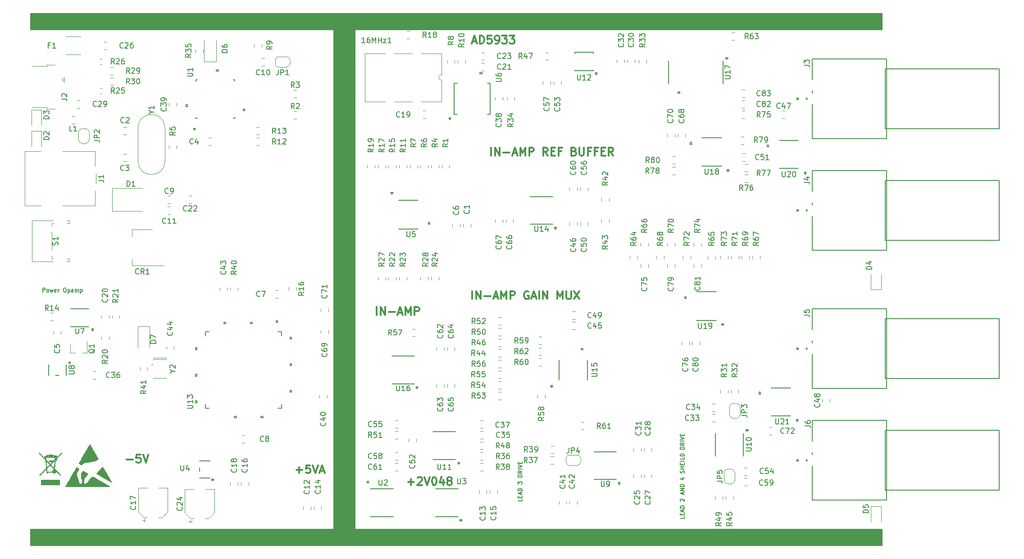
<source format=gto>
%TF.GenerationSoftware,KiCad,Pcbnew,(5.1.0-0)*%
%TF.CreationDate,2019-08-26T10:00:44-05:00*%
%TF.ProjectId,impedance_777,696d7065-6461-46e6-9365-5f3737372e6b,1*%
%TF.SameCoordinates,Original*%
%TF.FileFunction,Legend,Top*%
%TF.FilePolarity,Positive*%
%FSLAX46Y46*%
G04 Gerber Fmt 4.6, Leading zero omitted, Abs format (unit mm)*
G04 Created by KiCad (PCBNEW (5.1.0-0)) date 2019-08-26 10:00:44*
%MOMM*%
%LPD*%
G04 APERTURE LIST*
%ADD10C,0.300000*%
%ADD11C,0.150000*%
%ADD12C,0.200000*%
%ADD13C,0.120000*%
%ADD14C,0.152400*%
%ADD15C,0.010000*%
%ADD16R,2.152400X1.502400*%
%ADD17R,0.852400X1.977400*%
%ADD18R,1.652400X2.152400*%
%ADD19R,1.802400X0.552400*%
%ADD20O,1.652400X1.252400*%
%ADD21O,1.852400X1.502400*%
%ADD22R,2.652400X1.582400*%
%ADD23R,0.391800X1.614399*%
%ADD24R,1.614399X0.391800*%
%ADD25R,1.614399X0.517200*%
%ADD26R,0.711200X2.336800*%
%ADD27R,1.452400X3.152400*%
%ADD28C,0.100000*%
%ADD29C,1.302400*%
%ADD30R,2.152400X1.652400*%
%ADD31R,2.152400X3.952400*%
%ADD32R,2.652400X2.452400*%
%ADD33C,1.577400*%
%ADD34C,1.452400*%
%ADD35C,1.752400*%
%ADD36O,3.652400X2.152400*%
%ADD37O,2.152400X3.452400*%
%ADD38R,2.152400X4.152400*%
%ADD39C,0.500000*%
%ADD40R,0.952400X1.052400*%
%ADD41C,1.102400*%
%ADD42C,1.652400*%
%ADD43R,3.352400X0.552400*%
%ADD44C,2.252400*%
%ADD45C,1.902400*%
%ADD46C,2.692400*%
%ADD47C,1.549400*%
%ADD48R,0.669600X1.614399*%
%ADD49R,1.614399X0.669600*%
%ADD50R,2.325599X0.720400*%
%ADD51R,1.422400X0.711200*%
%ADD52R,0.584200X2.209800*%
%ADD53R,1.563599X0.593400*%
%ADD54R,0.720400X1.614399*%
%ADD55R,2.321198X0.720400*%
%ADD56R,0.720400X2.122399*%
%ADD57R,2.122399X0.720400*%
%ADD58R,1.919199X0.593400*%
%ADD59R,0.517200X1.614399*%
%ADD60R,1.613600X0.503200*%
G04 APERTURE END LIST*
D10*
X112928571Y-142857142D02*
X114071428Y-142857142D01*
X113500000Y-143428571D02*
X113500000Y-142285714D01*
X115500000Y-141928571D02*
X114785714Y-141928571D01*
X114714285Y-142642857D01*
X114785714Y-142571428D01*
X114928571Y-142500000D01*
X115285714Y-142500000D01*
X115428571Y-142571428D01*
X115500000Y-142642857D01*
X115571428Y-142785714D01*
X115571428Y-143142857D01*
X115500000Y-143285714D01*
X115428571Y-143357142D01*
X115285714Y-143428571D01*
X114928571Y-143428571D01*
X114785714Y-143357142D01*
X114714285Y-143285714D01*
X116000000Y-141928571D02*
X116500000Y-143428571D01*
X117000000Y-141928571D01*
X117428571Y-143000000D02*
X118142857Y-143000000D01*
X117285714Y-143428571D02*
X117785714Y-141928571D01*
X118285714Y-143428571D01*
D11*
G36*
X223000000Y-60000000D02*
G01*
X63000000Y-60000000D01*
X63000000Y-57000000D01*
X223000000Y-57000000D01*
X223000000Y-60000000D01*
G37*
X223000000Y-60000000D02*
X63000000Y-60000000D01*
X63000000Y-57000000D01*
X223000000Y-57000000D01*
X223000000Y-60000000D01*
G36*
X223000000Y-157000000D02*
G01*
X63000000Y-157000000D01*
X63000000Y-154000000D01*
X223000000Y-154000000D01*
X223000000Y-157000000D01*
G37*
X223000000Y-157000000D02*
X63000000Y-157000000D01*
X63000000Y-154000000D01*
X223000000Y-154000000D01*
X223000000Y-157000000D01*
D12*
X93000000Y-58000000D02*
X87000000Y-58000000D01*
X120000000Y-58000000D02*
X93000000Y-58000000D01*
D11*
G36*
X124000000Y-154000000D02*
G01*
X120000000Y-154000000D01*
X120000000Y-60000000D01*
X124000000Y-60000000D01*
X124000000Y-154000000D01*
G37*
X124000000Y-154000000D02*
X120000000Y-154000000D01*
X120000000Y-60000000D01*
X124000000Y-60000000D01*
X124000000Y-154000000D01*
D12*
X140000000Y-58000000D02*
X123000000Y-58000000D01*
X180000000Y-58000000D02*
X156000000Y-58000000D01*
X185000000Y-58000000D02*
X193000000Y-58000000D01*
X193000000Y-60000000D02*
X193000000Y-58000000D01*
X180000000Y-60000000D02*
X190000000Y-60000000D01*
X185000000Y-58000000D02*
X185000000Y-60000000D01*
X190000000Y-60000000D02*
X198000000Y-60000000D01*
D10*
X146035714Y-62200000D02*
X146750000Y-62200000D01*
X145892857Y-62628571D02*
X146392857Y-61128571D01*
X146892857Y-62628571D01*
X147392857Y-62628571D02*
X147392857Y-61128571D01*
X147750000Y-61128571D01*
X147964285Y-61200000D01*
X148107142Y-61342857D01*
X148178571Y-61485714D01*
X148250000Y-61771428D01*
X148250000Y-61985714D01*
X148178571Y-62271428D01*
X148107142Y-62414285D01*
X147964285Y-62557142D01*
X147750000Y-62628571D01*
X147392857Y-62628571D01*
X149607142Y-61128571D02*
X148892857Y-61128571D01*
X148821428Y-61842857D01*
X148892857Y-61771428D01*
X149035714Y-61700000D01*
X149392857Y-61700000D01*
X149535714Y-61771428D01*
X149607142Y-61842857D01*
X149678571Y-61985714D01*
X149678571Y-62342857D01*
X149607142Y-62485714D01*
X149535714Y-62557142D01*
X149392857Y-62628571D01*
X149035714Y-62628571D01*
X148892857Y-62557142D01*
X148821428Y-62485714D01*
X150392857Y-62628571D02*
X150678571Y-62628571D01*
X150821428Y-62557142D01*
X150892857Y-62485714D01*
X151035714Y-62271428D01*
X151107142Y-61985714D01*
X151107142Y-61414285D01*
X151035714Y-61271428D01*
X150964285Y-61200000D01*
X150821428Y-61128571D01*
X150535714Y-61128571D01*
X150392857Y-61200000D01*
X150321428Y-61271428D01*
X150250000Y-61414285D01*
X150250000Y-61771428D01*
X150321428Y-61914285D01*
X150392857Y-61985714D01*
X150535714Y-62057142D01*
X150821428Y-62057142D01*
X150964285Y-61985714D01*
X151035714Y-61914285D01*
X151107142Y-61771428D01*
X151607142Y-61128571D02*
X152535714Y-61128571D01*
X152035714Y-61700000D01*
X152250000Y-61700000D01*
X152392857Y-61771428D01*
X152464285Y-61842857D01*
X152535714Y-61985714D01*
X152535714Y-62342857D01*
X152464285Y-62485714D01*
X152392857Y-62557142D01*
X152250000Y-62628571D01*
X151821428Y-62628571D01*
X151678571Y-62557142D01*
X151607142Y-62485714D01*
X153035714Y-61128571D02*
X153964285Y-61128571D01*
X153464285Y-61700000D01*
X153678571Y-61700000D01*
X153821428Y-61771428D01*
X153892857Y-61842857D01*
X153964285Y-61985714D01*
X153964285Y-62342857D01*
X153892857Y-62485714D01*
X153821428Y-62557142D01*
X153678571Y-62628571D01*
X153250000Y-62628571D01*
X153107142Y-62557142D01*
X153035714Y-62485714D01*
D12*
X155000000Y-58000000D02*
X140000000Y-58000000D01*
D11*
X65321428Y-109339285D02*
X65321428Y-108589285D01*
X65607142Y-108589285D01*
X65678571Y-108625000D01*
X65714285Y-108660714D01*
X65750000Y-108732142D01*
X65750000Y-108839285D01*
X65714285Y-108910714D01*
X65678571Y-108946428D01*
X65607142Y-108982142D01*
X65321428Y-108982142D01*
X66178571Y-109339285D02*
X66107142Y-109303571D01*
X66071428Y-109267857D01*
X66035714Y-109196428D01*
X66035714Y-108982142D01*
X66071428Y-108910714D01*
X66107142Y-108875000D01*
X66178571Y-108839285D01*
X66285714Y-108839285D01*
X66357142Y-108875000D01*
X66392857Y-108910714D01*
X66428571Y-108982142D01*
X66428571Y-109196428D01*
X66392857Y-109267857D01*
X66357142Y-109303571D01*
X66285714Y-109339285D01*
X66178571Y-109339285D01*
X66678571Y-108839285D02*
X66821428Y-109339285D01*
X66964285Y-108982142D01*
X67107142Y-109339285D01*
X67250000Y-108839285D01*
X67821428Y-109303571D02*
X67750000Y-109339285D01*
X67607142Y-109339285D01*
X67535714Y-109303571D01*
X67500000Y-109232142D01*
X67500000Y-108946428D01*
X67535714Y-108875000D01*
X67607142Y-108839285D01*
X67750000Y-108839285D01*
X67821428Y-108875000D01*
X67857142Y-108946428D01*
X67857142Y-109017857D01*
X67500000Y-109089285D01*
X68178571Y-109339285D02*
X68178571Y-108839285D01*
X68178571Y-108982142D02*
X68214285Y-108910714D01*
X68250000Y-108875000D01*
X68321428Y-108839285D01*
X68392857Y-108839285D01*
X69357142Y-108589285D02*
X69500000Y-108589285D01*
X69571428Y-108625000D01*
X69642857Y-108696428D01*
X69678571Y-108839285D01*
X69678571Y-109089285D01*
X69642857Y-109232142D01*
X69571428Y-109303571D01*
X69500000Y-109339285D01*
X69357142Y-109339285D01*
X69285714Y-109303571D01*
X69214285Y-109232142D01*
X69178571Y-109089285D01*
X69178571Y-108839285D01*
X69214285Y-108696428D01*
X69285714Y-108625000D01*
X69357142Y-108589285D01*
X70000000Y-108839285D02*
X70000000Y-109589285D01*
X70000000Y-108875000D02*
X70071428Y-108839285D01*
X70214285Y-108839285D01*
X70285714Y-108875000D01*
X70321428Y-108910714D01*
X70357142Y-108982142D01*
X70357142Y-109196428D01*
X70321428Y-109267857D01*
X70285714Y-109303571D01*
X70214285Y-109339285D01*
X70071428Y-109339285D01*
X70000000Y-109303571D01*
X71000000Y-109339285D02*
X71000000Y-108946428D01*
X70964285Y-108875000D01*
X70892857Y-108839285D01*
X70750000Y-108839285D01*
X70678571Y-108875000D01*
X71000000Y-109303571D02*
X70928571Y-109339285D01*
X70750000Y-109339285D01*
X70678571Y-109303571D01*
X70642857Y-109232142D01*
X70642857Y-109160714D01*
X70678571Y-109089285D01*
X70750000Y-109053571D01*
X70928571Y-109053571D01*
X71000000Y-109017857D01*
X71357142Y-109339285D02*
X71357142Y-108839285D01*
X71357142Y-108910714D02*
X71392857Y-108875000D01*
X71464285Y-108839285D01*
X71571428Y-108839285D01*
X71642857Y-108875000D01*
X71678571Y-108946428D01*
X71678571Y-109339285D01*
X71678571Y-108946428D02*
X71714285Y-108875000D01*
X71785714Y-108839285D01*
X71892857Y-108839285D01*
X71964285Y-108875000D01*
X72000000Y-108946428D01*
X72000000Y-109339285D01*
X72357142Y-108839285D02*
X72357142Y-109589285D01*
X72357142Y-108875000D02*
X72428571Y-108839285D01*
X72571428Y-108839285D01*
X72642857Y-108875000D01*
X72678571Y-108910714D01*
X72714285Y-108982142D01*
X72714285Y-109196428D01*
X72678571Y-109267857D01*
X72642857Y-109303571D01*
X72571428Y-109339285D01*
X72428571Y-109339285D01*
X72357142Y-109303571D01*
D10*
X128035714Y-113678571D02*
X128035714Y-112178571D01*
X128750000Y-113678571D02*
X128750000Y-112178571D01*
X129607142Y-113678571D01*
X129607142Y-112178571D01*
X130321428Y-113107142D02*
X131464285Y-113107142D01*
X132107142Y-113250000D02*
X132821428Y-113250000D01*
X131964285Y-113678571D02*
X132464285Y-112178571D01*
X132964285Y-113678571D01*
X133464285Y-113678571D02*
X133464285Y-112178571D01*
X133964285Y-113250000D01*
X134464285Y-112178571D01*
X134464285Y-113678571D01*
X135178571Y-113678571D02*
X135178571Y-112178571D01*
X135750000Y-112178571D01*
X135892857Y-112250000D01*
X135964285Y-112321428D01*
X136035714Y-112464285D01*
X136035714Y-112678571D01*
X135964285Y-112821428D01*
X135892857Y-112892857D01*
X135750000Y-112964285D01*
X135178571Y-112964285D01*
X146000000Y-110678571D02*
X146000000Y-109178571D01*
X146714285Y-110678571D02*
X146714285Y-109178571D01*
X147571428Y-110678571D01*
X147571428Y-109178571D01*
X148285714Y-110107142D02*
X149428571Y-110107142D01*
X150071428Y-110250000D02*
X150785714Y-110250000D01*
X149928571Y-110678571D02*
X150428571Y-109178571D01*
X150928571Y-110678571D01*
X151428571Y-110678571D02*
X151428571Y-109178571D01*
X151928571Y-110250000D01*
X152428571Y-109178571D01*
X152428571Y-110678571D01*
X153142857Y-110678571D02*
X153142857Y-109178571D01*
X153714285Y-109178571D01*
X153857142Y-109250000D01*
X153928571Y-109321428D01*
X154000000Y-109464285D01*
X154000000Y-109678571D01*
X153928571Y-109821428D01*
X153857142Y-109892857D01*
X153714285Y-109964285D01*
X153142857Y-109964285D01*
X156571428Y-109250000D02*
X156428571Y-109178571D01*
X156214285Y-109178571D01*
X156000000Y-109250000D01*
X155857142Y-109392857D01*
X155785714Y-109535714D01*
X155714285Y-109821428D01*
X155714285Y-110035714D01*
X155785714Y-110321428D01*
X155857142Y-110464285D01*
X156000000Y-110607142D01*
X156214285Y-110678571D01*
X156357142Y-110678571D01*
X156571428Y-110607142D01*
X156642857Y-110535714D01*
X156642857Y-110035714D01*
X156357142Y-110035714D01*
X157214285Y-110250000D02*
X157928571Y-110250000D01*
X157071428Y-110678571D02*
X157571428Y-109178571D01*
X158071428Y-110678571D01*
X158571428Y-110678571D02*
X158571428Y-109178571D01*
X159285714Y-110678571D02*
X159285714Y-109178571D01*
X160142857Y-110678571D01*
X160142857Y-109178571D01*
X162000000Y-110678571D02*
X162000000Y-109178571D01*
X162500000Y-110250000D01*
X163000000Y-109178571D01*
X163000000Y-110678571D01*
X163714285Y-109178571D02*
X163714285Y-110392857D01*
X163785714Y-110535714D01*
X163857142Y-110607142D01*
X164000000Y-110678571D01*
X164285714Y-110678571D01*
X164428571Y-110607142D01*
X164500000Y-110535714D01*
X164571428Y-110392857D01*
X164571428Y-109178571D01*
X165142857Y-109178571D02*
X166142857Y-110678571D01*
X166142857Y-109178571D02*
X165142857Y-110678571D01*
X81071428Y-140857142D02*
X82214285Y-140857142D01*
X83642857Y-139928571D02*
X82928571Y-139928571D01*
X82857142Y-140642857D01*
X82928571Y-140571428D01*
X83071428Y-140500000D01*
X83428571Y-140500000D01*
X83571428Y-140571428D01*
X83642857Y-140642857D01*
X83714285Y-140785714D01*
X83714285Y-141142857D01*
X83642857Y-141285714D01*
X83571428Y-141357142D01*
X83428571Y-141428571D01*
X83071428Y-141428571D01*
X82928571Y-141357142D01*
X82857142Y-141285714D01*
X84142857Y-139928571D02*
X84642857Y-141428571D01*
X85142857Y-139928571D01*
D12*
X64000000Y-156000000D02*
X79000000Y-156000000D01*
D10*
X133928571Y-145107142D02*
X135071428Y-145107142D01*
X134500000Y-145678571D02*
X134500000Y-144535714D01*
X135714285Y-144321428D02*
X135785714Y-144250000D01*
X135928571Y-144178571D01*
X136285714Y-144178571D01*
X136428571Y-144250000D01*
X136500000Y-144321428D01*
X136571428Y-144464285D01*
X136571428Y-144607142D01*
X136500000Y-144821428D01*
X135642857Y-145678571D01*
X136571428Y-145678571D01*
X137000000Y-144178571D02*
X137500000Y-145678571D01*
X138000000Y-144178571D01*
X138785714Y-144178571D02*
X138928571Y-144178571D01*
X139071428Y-144250000D01*
X139142857Y-144321428D01*
X139214285Y-144464285D01*
X139285714Y-144750000D01*
X139285714Y-145107142D01*
X139214285Y-145392857D01*
X139142857Y-145535714D01*
X139071428Y-145607142D01*
X138928571Y-145678571D01*
X138785714Y-145678571D01*
X138642857Y-145607142D01*
X138571428Y-145535714D01*
X138500000Y-145392857D01*
X138428571Y-145107142D01*
X138428571Y-144750000D01*
X138500000Y-144464285D01*
X138571428Y-144321428D01*
X138642857Y-144250000D01*
X138785714Y-144178571D01*
X140571428Y-144678571D02*
X140571428Y-145678571D01*
X140214285Y-144107142D02*
X139857142Y-145178571D01*
X140785714Y-145178571D01*
X141571428Y-144821428D02*
X141428571Y-144750000D01*
X141357142Y-144678571D01*
X141285714Y-144535714D01*
X141285714Y-144464285D01*
X141357142Y-144321428D01*
X141428571Y-144250000D01*
X141571428Y-144178571D01*
X141857142Y-144178571D01*
X142000000Y-144250000D01*
X142071428Y-144321428D01*
X142142857Y-144464285D01*
X142142857Y-144535714D01*
X142071428Y-144678571D01*
X142000000Y-144750000D01*
X141857142Y-144821428D01*
X141571428Y-144821428D01*
X141428571Y-144892857D01*
X141357142Y-144964285D01*
X141285714Y-145107142D01*
X141285714Y-145392857D01*
X141357142Y-145535714D01*
X141428571Y-145607142D01*
X141571428Y-145678571D01*
X141857142Y-145678571D01*
X142000000Y-145607142D01*
X142071428Y-145535714D01*
X142142857Y-145392857D01*
X142142857Y-145107142D01*
X142071428Y-144964285D01*
X142000000Y-144892857D01*
X141857142Y-144821428D01*
D12*
X80000000Y-156000000D02*
X95000000Y-156000000D01*
D10*
X149571428Y-83678571D02*
X149571428Y-82178571D01*
X150285714Y-83678571D02*
X150285714Y-82178571D01*
X151142857Y-83678571D01*
X151142857Y-82178571D01*
X151857142Y-83107142D02*
X153000000Y-83107142D01*
X153642857Y-83250000D02*
X154357142Y-83250000D01*
X153500000Y-83678571D02*
X154000000Y-82178571D01*
X154500000Y-83678571D01*
X155000000Y-83678571D02*
X155000000Y-82178571D01*
X155500000Y-83250000D01*
X156000000Y-82178571D01*
X156000000Y-83678571D01*
X156714285Y-83678571D02*
X156714285Y-82178571D01*
X157285714Y-82178571D01*
X157428571Y-82250000D01*
X157500000Y-82321428D01*
X157571428Y-82464285D01*
X157571428Y-82678571D01*
X157500000Y-82821428D01*
X157428571Y-82892857D01*
X157285714Y-82964285D01*
X156714285Y-82964285D01*
X160214285Y-83678571D02*
X159714285Y-82964285D01*
X159357142Y-83678571D02*
X159357142Y-82178571D01*
X159928571Y-82178571D01*
X160071428Y-82250000D01*
X160142857Y-82321428D01*
X160214285Y-82464285D01*
X160214285Y-82678571D01*
X160142857Y-82821428D01*
X160071428Y-82892857D01*
X159928571Y-82964285D01*
X159357142Y-82964285D01*
X160857142Y-82892857D02*
X161357142Y-82892857D01*
X161571428Y-83678571D02*
X160857142Y-83678571D01*
X160857142Y-82178571D01*
X161571428Y-82178571D01*
X162714285Y-82892857D02*
X162214285Y-82892857D01*
X162214285Y-83678571D02*
X162214285Y-82178571D01*
X162928571Y-82178571D01*
X165142857Y-82892857D02*
X165357142Y-82964285D01*
X165428571Y-83035714D01*
X165499999Y-83178571D01*
X165499999Y-83392857D01*
X165428571Y-83535714D01*
X165357142Y-83607142D01*
X165214285Y-83678571D01*
X164642857Y-83678571D01*
X164642857Y-82178571D01*
X165142857Y-82178571D01*
X165285714Y-82250000D01*
X165357142Y-82321428D01*
X165428571Y-82464285D01*
X165428571Y-82607142D01*
X165357142Y-82750000D01*
X165285714Y-82821428D01*
X165142857Y-82892857D01*
X164642857Y-82892857D01*
X166142857Y-82178571D02*
X166142857Y-83392857D01*
X166214285Y-83535714D01*
X166285714Y-83607142D01*
X166428571Y-83678571D01*
X166714285Y-83678571D01*
X166857142Y-83607142D01*
X166928571Y-83535714D01*
X166999999Y-83392857D01*
X166999999Y-82178571D01*
X168214285Y-82892857D02*
X167714285Y-82892857D01*
X167714285Y-83678571D02*
X167714285Y-82178571D01*
X168428571Y-82178571D01*
X169500000Y-82892857D02*
X169000000Y-82892857D01*
X169000000Y-83678571D02*
X169000000Y-82178571D01*
X169714285Y-82178571D01*
X170285714Y-82892857D02*
X170785714Y-82892857D01*
X171000000Y-83678571D02*
X170285714Y-83678571D01*
X170285714Y-82178571D01*
X171000000Y-82178571D01*
X172500000Y-83678571D02*
X172000000Y-82964285D01*
X171642857Y-83678571D02*
X171642857Y-82178571D01*
X172214285Y-82178571D01*
X172357142Y-82250000D01*
X172428571Y-82321428D01*
X172500000Y-82464285D01*
X172500000Y-82678571D01*
X172428571Y-82821428D01*
X172357142Y-82892857D01*
X172214285Y-82964285D01*
X171642857Y-82964285D01*
D11*
X155339285Y-148321428D02*
X155339285Y-148678571D01*
X154589285Y-148678571D01*
X154946428Y-148071428D02*
X154946428Y-147821428D01*
X155339285Y-147714285D02*
X155339285Y-148071428D01*
X154589285Y-148071428D01*
X154589285Y-147714285D01*
X155125000Y-147428571D02*
X155125000Y-147071428D01*
X155339285Y-147500000D02*
X154589285Y-147250000D01*
X155339285Y-147000000D01*
X155339285Y-146750000D02*
X154589285Y-146750000D01*
X154589285Y-146571428D01*
X154625000Y-146464285D01*
X154696428Y-146392857D01*
X154767857Y-146357142D01*
X154910714Y-146321428D01*
X155017857Y-146321428D01*
X155160714Y-146357142D01*
X155232142Y-146392857D01*
X155303571Y-146464285D01*
X155339285Y-146571428D01*
X155339285Y-146750000D01*
X154589285Y-145500000D02*
X154589285Y-145035714D01*
X154875000Y-145285714D01*
X154875000Y-145178571D01*
X154910714Y-145107142D01*
X154946428Y-145071428D01*
X155017857Y-145035714D01*
X155196428Y-145035714D01*
X155267857Y-145071428D01*
X155303571Y-145107142D01*
X155339285Y-145178571D01*
X155339285Y-145392857D01*
X155303571Y-145464285D01*
X155267857Y-145500000D01*
X155339285Y-144142857D02*
X154589285Y-144142857D01*
X154589285Y-143964285D01*
X154625000Y-143857142D01*
X154696428Y-143785714D01*
X154767857Y-143750000D01*
X154910714Y-143714285D01*
X155017857Y-143714285D01*
X155160714Y-143750000D01*
X155232142Y-143785714D01*
X155303571Y-143857142D01*
X155339285Y-143964285D01*
X155339285Y-144142857D01*
X155339285Y-142964285D02*
X154982142Y-143214285D01*
X155339285Y-143392857D02*
X154589285Y-143392857D01*
X154589285Y-143107142D01*
X154625000Y-143035714D01*
X154660714Y-143000000D01*
X154732142Y-142964285D01*
X154839285Y-142964285D01*
X154910714Y-143000000D01*
X154946428Y-143035714D01*
X154982142Y-143107142D01*
X154982142Y-143392857D01*
X155339285Y-142642857D02*
X154589285Y-142642857D01*
X154589285Y-142392857D02*
X155339285Y-142142857D01*
X154589285Y-141892857D01*
X154946428Y-141642857D02*
X154946428Y-141392857D01*
X155339285Y-141285714D02*
X155339285Y-141642857D01*
X154589285Y-141642857D01*
X154589285Y-141285714D01*
X185839285Y-151571428D02*
X185839285Y-151928571D01*
X185089285Y-151928571D01*
X185446428Y-151321428D02*
X185446428Y-151071428D01*
X185839285Y-150964285D02*
X185839285Y-151321428D01*
X185089285Y-151321428D01*
X185089285Y-150964285D01*
X185625000Y-150678571D02*
X185625000Y-150321428D01*
X185839285Y-150750000D02*
X185089285Y-150500000D01*
X185839285Y-150250000D01*
X185839285Y-150000000D02*
X185089285Y-150000000D01*
X185089285Y-149821428D01*
X185125000Y-149714285D01*
X185196428Y-149642857D01*
X185267857Y-149607142D01*
X185410714Y-149571428D01*
X185517857Y-149571428D01*
X185660714Y-149607142D01*
X185732142Y-149642857D01*
X185803571Y-149714285D01*
X185839285Y-149821428D01*
X185839285Y-150000000D01*
X185160714Y-148714285D02*
X185125000Y-148678571D01*
X185089285Y-148607142D01*
X185089285Y-148428571D01*
X185125000Y-148357142D01*
X185160714Y-148321428D01*
X185232142Y-148285714D01*
X185303571Y-148285714D01*
X185410714Y-148321428D01*
X185839285Y-148750000D01*
X185839285Y-148285714D01*
X185625000Y-147428571D02*
X185625000Y-147071428D01*
X185839285Y-147500000D02*
X185089285Y-147250000D01*
X185839285Y-147000000D01*
X185839285Y-146750000D02*
X185089285Y-146750000D01*
X185839285Y-146321428D01*
X185089285Y-146321428D01*
X185839285Y-145964285D02*
X185089285Y-145964285D01*
X185089285Y-145785714D01*
X185125000Y-145678571D01*
X185196428Y-145607142D01*
X185267857Y-145571428D01*
X185410714Y-145535714D01*
X185517857Y-145535714D01*
X185660714Y-145571428D01*
X185732142Y-145607142D01*
X185803571Y-145678571D01*
X185839285Y-145785714D01*
X185839285Y-145964285D01*
X185339285Y-144321428D02*
X185839285Y-144321428D01*
X185053571Y-144500000D02*
X185589285Y-144678571D01*
X185589285Y-144214285D01*
X185803571Y-143392857D02*
X185839285Y-143285714D01*
X185839285Y-143107142D01*
X185803571Y-143035714D01*
X185767857Y-143000000D01*
X185696428Y-142964285D01*
X185625000Y-142964285D01*
X185553571Y-143000000D01*
X185517857Y-143035714D01*
X185482142Y-143107142D01*
X185446428Y-143250000D01*
X185410714Y-143321428D01*
X185375000Y-143357142D01*
X185303571Y-143392857D01*
X185232142Y-143392857D01*
X185160714Y-143357142D01*
X185125000Y-143321428D01*
X185089285Y-143250000D01*
X185089285Y-143071428D01*
X185125000Y-142964285D01*
X185839285Y-142642857D02*
X185089285Y-142642857D01*
X185446428Y-142642857D02*
X185446428Y-142214285D01*
X185839285Y-142214285D02*
X185089285Y-142214285D01*
X185446428Y-141857142D02*
X185446428Y-141607142D01*
X185839285Y-141500000D02*
X185839285Y-141857142D01*
X185089285Y-141857142D01*
X185089285Y-141500000D01*
X185839285Y-141178571D02*
X185089285Y-141178571D01*
X185839285Y-140464285D02*
X185839285Y-140821428D01*
X185089285Y-140821428D01*
X185839285Y-140214285D02*
X185089285Y-140214285D01*
X185089285Y-140035714D01*
X185125000Y-139928571D01*
X185196428Y-139857142D01*
X185267857Y-139821428D01*
X185410714Y-139785714D01*
X185517857Y-139785714D01*
X185660714Y-139821428D01*
X185732142Y-139857142D01*
X185803571Y-139928571D01*
X185839285Y-140035714D01*
X185839285Y-140214285D01*
X185839285Y-138892857D02*
X185089285Y-138892857D01*
X185089285Y-138714285D01*
X185125000Y-138607142D01*
X185196428Y-138535714D01*
X185267857Y-138500000D01*
X185410714Y-138464285D01*
X185517857Y-138464285D01*
X185660714Y-138500000D01*
X185732142Y-138535714D01*
X185803571Y-138607142D01*
X185839285Y-138714285D01*
X185839285Y-138892857D01*
X185839285Y-137714285D02*
X185482142Y-137964285D01*
X185839285Y-138142857D02*
X185089285Y-138142857D01*
X185089285Y-137857142D01*
X185125000Y-137785714D01*
X185160714Y-137750000D01*
X185232142Y-137714285D01*
X185339285Y-137714285D01*
X185410714Y-137750000D01*
X185446428Y-137785714D01*
X185482142Y-137857142D01*
X185482142Y-138142857D01*
X185839285Y-137392857D02*
X185089285Y-137392857D01*
X185089285Y-137142857D02*
X185839285Y-136892857D01*
X185089285Y-136642857D01*
X185446428Y-136392857D02*
X185446428Y-136142857D01*
X185839285Y-136035714D02*
X185839285Y-136392857D01*
X185089285Y-136392857D01*
X185089285Y-136035714D01*
D12*
X144998276Y-59881731D02*
X140998276Y-59881731D01*
D13*
X66065000Y-66575000D02*
X67615000Y-66575000D01*
X66065000Y-66575000D02*
X66065000Y-66875000D01*
X63265000Y-66875000D02*
X66065000Y-66875000D01*
X66065000Y-74875000D02*
X67615000Y-74875000D01*
X66065000Y-74575000D02*
X66065000Y-74875000D01*
X63265000Y-74575000D02*
X66065000Y-74575000D01*
X69315000Y-69825000D02*
X68865000Y-69425000D01*
X69315000Y-69025000D02*
X69315000Y-69825000D01*
X68865000Y-69425000D02*
X69315000Y-69025000D01*
D14*
X95824500Y-116824500D02*
X95824500Y-117547559D01*
X95824500Y-131175500D02*
X96547559Y-131175500D01*
X110175500Y-131175500D02*
X110175500Y-130452441D01*
X110175500Y-116824500D02*
X109452441Y-116824500D01*
X96547559Y-116824500D02*
X95824500Y-116824500D01*
X95824500Y-130452441D02*
X95824500Y-131175500D01*
X109452441Y-131175500D02*
X110175500Y-131175500D01*
X110175500Y-117547559D02*
X110175500Y-116824500D01*
X104690500Y-115014001D02*
X104309500Y-115014001D01*
X104309500Y-115014001D02*
X104309500Y-115268001D01*
X104309500Y-115268001D02*
X104690500Y-115268001D01*
X104690500Y-115268001D02*
X104690500Y-115014001D01*
X99690499Y-115014001D02*
X99309499Y-115014001D01*
X99309499Y-115014001D02*
X99309499Y-115268001D01*
X99309499Y-115268001D02*
X99690499Y-115268001D01*
X99690499Y-115268001D02*
X99690499Y-115014001D01*
X94268001Y-119809500D02*
X94014001Y-119809500D01*
X94014001Y-119809500D02*
X94014001Y-120190500D01*
X94014001Y-120190500D02*
X94268001Y-120190500D01*
X94268001Y-120190500D02*
X94268001Y-119809500D01*
X94268001Y-124809501D02*
X94014001Y-124809501D01*
X94014001Y-124809501D02*
X94014001Y-125190501D01*
X94014001Y-125190501D02*
X94268001Y-125190501D01*
X94268001Y-125190501D02*
X94268001Y-124809501D01*
X94268001Y-129809501D02*
X94014001Y-129809501D01*
X94014001Y-129809501D02*
X94014001Y-130190501D01*
X94014001Y-130190501D02*
X94268001Y-130190501D01*
X94268001Y-130190501D02*
X94268001Y-129809501D01*
X101690500Y-132985999D02*
X101309500Y-132985999D01*
X101309500Y-132985999D02*
X101309500Y-132731999D01*
X101309500Y-132731999D02*
X101690500Y-132731999D01*
X101690500Y-132731999D02*
X101690500Y-132985999D01*
X106690501Y-132985999D02*
X106309501Y-132985999D01*
X106309501Y-132985999D02*
X106309501Y-132731999D01*
X106309501Y-132731999D02*
X106690501Y-132731999D01*
X106690501Y-132731999D02*
X106690501Y-132985999D01*
X111731999Y-127809500D02*
X111985999Y-127809500D01*
X111985999Y-127809500D02*
X111985999Y-128190500D01*
X111985999Y-128190500D02*
X111731999Y-128190500D01*
X111731999Y-128190500D02*
X111731999Y-127809500D01*
X111731999Y-122809499D02*
X111985999Y-122809499D01*
X111985999Y-122809499D02*
X111985999Y-123190499D01*
X111985999Y-123190499D02*
X111731999Y-123190499D01*
X111731999Y-123190499D02*
X111731999Y-122809499D01*
X111731999Y-117809499D02*
X111985999Y-117809499D01*
X111985999Y-117809499D02*
X111985999Y-118190499D01*
X111985999Y-118190499D02*
X111731999Y-118190499D01*
X111731999Y-118190499D02*
X111731999Y-117809499D01*
X132140864Y-97488181D02*
X135822496Y-97488181D01*
X135822496Y-92128781D02*
X132140864Y-92128781D01*
X138040079Y-96242982D02*
X138040079Y-96623982D01*
X138040079Y-96623982D02*
X137786079Y-96623982D01*
X137786079Y-96623982D02*
X137786079Y-96242982D01*
X137786079Y-96242982D02*
X138040079Y-96242982D01*
X182869200Y-65866400D02*
X182869200Y-70133600D01*
X193130800Y-70133600D02*
X193130800Y-65866400D01*
X185015500Y-71962400D02*
X184634500Y-71962400D01*
X184634500Y-71962400D02*
X184634500Y-71708400D01*
X184634500Y-71708400D02*
X185015500Y-71708400D01*
X185015500Y-71708400D02*
X185015500Y-71962400D01*
D13*
X140200000Y-68500000D02*
G75*
G03X140200000Y-69500000I0J-500000D01*
G01*
X131310000Y-64470000D02*
X134690000Y-64470000D01*
X140200000Y-64470000D02*
X136390000Y-64470000D01*
X140200000Y-73530000D02*
X136390000Y-73530000D01*
X140200000Y-64470000D02*
X140200000Y-68500000D01*
X140200000Y-69500000D02*
X140200000Y-73530000D01*
X134690000Y-73530000D02*
X131310000Y-73530000D01*
X125800000Y-64470000D02*
X129610000Y-64470000D01*
X125800000Y-73530000D02*
X125800000Y-64470000D01*
X129610000Y-73530000D02*
X125800000Y-73530000D01*
X145716680Y-97069733D02*
X145716680Y-96547229D01*
X144296680Y-97069733D02*
X144296680Y-96547229D01*
X80998307Y-78352108D02*
X80475803Y-78352108D01*
X80998307Y-79772108D02*
X80475803Y-79772108D01*
X80998307Y-83352108D02*
X80475803Y-83352108D01*
X80998307Y-84772108D02*
X80475803Y-84772108D01*
X96948307Y-80352108D02*
X96425803Y-80352108D01*
X96948307Y-81772108D02*
X96425803Y-81772108D01*
X67290000Y-116763748D02*
X67290000Y-117286252D01*
X68710000Y-116763748D02*
X68710000Y-117286252D01*
X109484388Y-109058345D02*
X108961884Y-109058345D01*
X109484388Y-110478345D02*
X108961884Y-110478345D01*
X102713748Y-137710000D02*
X103236252Y-137710000D01*
X102713748Y-136290000D02*
X103236252Y-136290000D01*
X106425803Y-66772108D02*
X106948307Y-66772108D01*
X106425803Y-65352108D02*
X106948307Y-65352108D01*
X88763748Y-94710000D02*
X89286252Y-94710000D01*
X88763748Y-93290000D02*
X89286252Y-93290000D01*
X115643510Y-150293184D02*
X115643510Y-149770680D01*
X114223510Y-150293184D02*
X114223510Y-149770680D01*
X148710000Y-147261252D02*
X148710000Y-146738748D01*
X147290000Y-147261252D02*
X147290000Y-146738748D01*
X103960000Y-145736252D02*
X103960000Y-145213748D01*
X102540000Y-145736252D02*
X102540000Y-145213748D01*
X136763748Y-76710000D02*
X137286252Y-76710000D01*
X136763748Y-75290000D02*
X137286252Y-75290000D01*
X77710000Y-114286252D02*
X77710000Y-113763748D01*
X76290000Y-114286252D02*
X76290000Y-113763748D01*
X148286252Y-66290000D02*
X147763748Y-66290000D01*
X148286252Y-67710000D02*
X147763748Y-67710000D01*
X176290000Y-143738748D02*
X176290000Y-144261252D01*
X177710000Y-143738748D02*
X177710000Y-144261252D01*
X77286252Y-62290000D02*
X76763748Y-62290000D01*
X77286252Y-63710000D02*
X76763748Y-63710000D01*
X179710000Y-139236252D02*
X179710000Y-138713748D01*
X178290000Y-139236252D02*
X178290000Y-138713748D01*
X71738748Y-74710000D02*
X72261252Y-74710000D01*
X71738748Y-73290000D02*
X72261252Y-73290000D01*
X176579128Y-66198334D02*
X176579128Y-65675830D01*
X175159128Y-66198334D02*
X175159128Y-65675830D01*
X191603800Y-132326628D02*
X191081296Y-132326628D01*
X191603800Y-133746628D02*
X191081296Y-133746628D01*
X147513748Y-136960000D02*
X148036252Y-136960000D01*
X147513748Y-135540000D02*
X148036252Y-135540000D01*
X74713748Y-125710000D02*
X75236252Y-125710000D01*
X74713748Y-124290000D02*
X75236252Y-124290000D01*
X150290000Y-72738748D02*
X150290000Y-73261252D01*
X151710000Y-72738748D02*
X151710000Y-73261252D01*
X90422055Y-74323360D02*
X90422055Y-73800856D01*
X89002055Y-74323360D02*
X89002055Y-73800856D01*
X118710000Y-129261252D02*
X118710000Y-128738748D01*
X117290000Y-129261252D02*
X117290000Y-128738748D01*
X162290000Y-148713748D02*
X162290000Y-149236252D01*
X163710000Y-148713748D02*
X163710000Y-149236252D01*
X89958136Y-119507093D02*
X89958136Y-120029597D01*
X88538136Y-119507093D02*
X88538136Y-120029597D01*
X165331103Y-114996041D02*
X164808599Y-114996041D01*
X165331103Y-116416041D02*
X164808599Y-116416041D01*
X164290000Y-96290674D02*
X164290000Y-96813178D01*
X165710000Y-96290674D02*
X165710000Y-96813178D01*
X134040000Y-136963748D02*
X134040000Y-137486252D01*
X135460000Y-136963748D02*
X135460000Y-137486252D01*
X161290000Y-69763748D02*
X161290000Y-70286252D01*
X162710000Y-69763748D02*
X162710000Y-70286252D01*
X197081296Y-143796628D02*
X197603800Y-143796628D01*
X197081296Y-142376628D02*
X197603800Y-142376628D01*
X131513748Y-134960000D02*
X132036252Y-134960000D01*
X131513748Y-133540000D02*
X132036252Y-133540000D01*
X167710000Y-90236252D02*
X167710000Y-89713748D01*
X166290000Y-90236252D02*
X166290000Y-89713748D01*
X131986252Y-139540000D02*
X131463748Y-139540000D01*
X131986252Y-140960000D02*
X131463748Y-140960000D01*
X140710000Y-120313493D02*
X140710000Y-119790989D01*
X139290000Y-120313493D02*
X139290000Y-119790989D01*
X139290000Y-126763748D02*
X139290000Y-127286252D01*
X140710000Y-126763748D02*
X140710000Y-127286252D01*
X152290000Y-95763748D02*
X152290000Y-96286252D01*
X153710000Y-95763748D02*
X153710000Y-96286252D01*
X184639039Y-79651836D02*
X184639039Y-80174340D01*
X186059039Y-79651836D02*
X186059039Y-80174340D01*
X118958136Y-117054597D02*
X118958136Y-116532093D01*
X117538136Y-117054597D02*
X117538136Y-116532093D01*
X117538136Y-112532093D02*
X117538136Y-113054597D01*
X118958136Y-112532093D02*
X118958136Y-113054597D01*
X177639039Y-104153143D02*
X177639039Y-104675647D01*
X179059039Y-104153143D02*
X179059039Y-104675647D01*
X185364416Y-118763748D02*
X185364416Y-119286252D01*
X186784416Y-118763748D02*
X186784416Y-119286252D01*
X182639039Y-104153143D02*
X182639039Y-104675647D01*
X184059039Y-104153143D02*
X184059039Y-104675647D01*
X187639039Y-104153143D02*
X187639039Y-104675647D01*
X189059039Y-104153143D02*
X189059039Y-104675647D01*
X196713748Y-74710000D02*
X197236252Y-74710000D01*
X196713748Y-73290000D02*
X197236252Y-73290000D01*
X88100000Y-104410000D02*
X82090000Y-104410000D01*
X85850000Y-97590000D02*
X82090000Y-97590000D01*
X82090000Y-104410000D02*
X82090000Y-103150000D01*
X82090000Y-97590000D02*
X82090000Y-98850000D01*
X78300000Y-89850000D02*
X84000000Y-89850000D01*
X78300000Y-94150000D02*
X84000000Y-94150000D01*
X78300000Y-89850000D02*
X78300000Y-94150000D01*
X63140000Y-79090000D02*
X63140000Y-81950000D01*
X65060000Y-79090000D02*
X63140000Y-79090000D01*
X65060000Y-81950000D02*
X65060000Y-79090000D01*
X63140000Y-75090000D02*
X63140000Y-77950000D01*
X65060000Y-75090000D02*
X63140000Y-75090000D01*
X65060000Y-77950000D02*
X65060000Y-75090000D01*
X222860000Y-108837500D02*
X222860000Y-105977500D01*
X220940000Y-108837500D02*
X222860000Y-108837500D01*
X220940000Y-105977500D02*
X220940000Y-108837500D01*
X220940000Y-149665000D02*
X220940000Y-152525000D01*
X222860000Y-149665000D02*
X220940000Y-149665000D01*
X222860000Y-152525000D02*
X222860000Y-149665000D01*
X97847055Y-66009608D02*
X97847055Y-61949608D01*
X95577055Y-66009608D02*
X97847055Y-66009608D01*
X95577055Y-61949608D02*
X95577055Y-66009608D01*
X83113136Y-115795845D02*
X83113136Y-119855845D01*
X85383136Y-115795845D02*
X83113136Y-115795845D01*
X85383136Y-119855845D02*
X85383136Y-115795845D01*
X72386252Y-61290000D02*
X69613748Y-61290000D01*
X72386252Y-64710000D02*
X69613748Y-64710000D01*
X75300000Y-87000000D02*
X75300000Y-89000000D01*
X61890000Y-82890000D02*
X64950000Y-82890000D01*
X61890000Y-93110000D02*
X61890000Y-82890000D01*
X64950000Y-93110000D02*
X61890000Y-93110000D01*
X75110000Y-93110000D02*
X69050000Y-93110000D01*
X75110000Y-90300000D02*
X75110000Y-93110000D01*
X75110000Y-82890000D02*
X75110000Y-85700000D01*
X69050000Y-82890000D02*
X75110000Y-82890000D01*
X111062055Y-67062108D02*
X109662055Y-67062108D01*
X108962055Y-66362108D02*
X108962055Y-65762108D01*
X109662055Y-65062108D02*
X111062055Y-65062108D01*
X111762055Y-65762108D02*
X111762055Y-66362108D01*
X111762055Y-66362108D02*
G75*
G02X111062055Y-67062108I-700000J0D01*
G01*
X111062055Y-65062108D02*
G75*
G02X111762055Y-65762108I0J-700000D01*
G01*
X108962055Y-65762108D02*
G75*
G02X109662055Y-65062108I700000J0D01*
G01*
X109662055Y-67062108D02*
G75*
G02X108962055Y-66362108I0J700000D01*
G01*
X74000000Y-79300000D02*
X74000000Y-80700000D01*
X73300000Y-81400000D02*
X72700000Y-81400000D01*
X72000000Y-80700000D02*
X72000000Y-79300000D01*
X72700000Y-78600000D02*
X73300000Y-78600000D01*
X73300000Y-78600000D02*
G75*
G02X74000000Y-79300000I0J-700000D01*
G01*
X72000000Y-79300000D02*
G75*
G02X72700000Y-78600000I700000J0D01*
G01*
X72700000Y-81400000D02*
G75*
G02X72000000Y-80700000I0J700000D01*
G01*
X74000000Y-80700000D02*
G75*
G02X73300000Y-81400000I-700000J0D01*
G01*
X196342548Y-131011628D02*
X196342548Y-132411628D01*
X195642548Y-133111628D02*
X195042548Y-133111628D01*
X194342548Y-132411628D02*
X194342548Y-131011628D01*
X195042548Y-130311628D02*
X195642548Y-130311628D01*
X195642548Y-130311628D02*
G75*
G02X196342548Y-131011628I0J-700000D01*
G01*
X194342548Y-131011628D02*
G75*
G02X195042548Y-130311628I700000J0D01*
G01*
X195042548Y-133111628D02*
G75*
G02X194342548Y-132411628I0J700000D01*
G01*
X196342548Y-132411628D02*
G75*
G02X195642548Y-133111628I-700000J0D01*
G01*
X164300000Y-140000000D02*
X165700000Y-140000000D01*
X166400000Y-140700000D02*
X166400000Y-141300000D01*
X165700000Y-142000000D02*
X164300000Y-142000000D01*
X163600000Y-141300000D02*
X163600000Y-140700000D01*
X163600000Y-140700000D02*
G75*
G02X164300000Y-140000000I700000J0D01*
G01*
X164300000Y-142000000D02*
G75*
G02X163600000Y-141300000I0J700000D01*
G01*
X166400000Y-141300000D02*
G75*
G02X165700000Y-142000000I-700000J0D01*
G01*
X165700000Y-140000000D02*
G75*
G02X166400000Y-140700000I0J-700000D01*
G01*
X193342548Y-144761628D02*
X193342548Y-143361628D01*
X194042548Y-142661628D02*
X194642548Y-142661628D01*
X195342548Y-143361628D02*
X195342548Y-144761628D01*
X194642548Y-145461628D02*
X194042548Y-145461628D01*
X194042548Y-145461628D02*
G75*
G02X193342548Y-144761628I0J700000D01*
G01*
X195342548Y-144761628D02*
G75*
G02X194642548Y-145461628I-700000J0D01*
G01*
X194642548Y-142661628D02*
G75*
G02X195342548Y-143361628I0J-700000D01*
G01*
X193342548Y-143361628D02*
G75*
G02X194042548Y-142661628I700000J0D01*
G01*
X71261252Y-76290000D02*
X70738748Y-76290000D01*
X71261252Y-77710000D02*
X70738748Y-77710000D01*
X70420000Y-120760000D02*
X70420000Y-119300000D01*
X73580000Y-120760000D02*
X73580000Y-118600000D01*
X73580000Y-120760000D02*
X72650000Y-120760000D01*
X70420000Y-120760000D02*
X71350000Y-120760000D01*
X141691680Y-86044733D02*
X141691680Y-85522229D01*
X140271680Y-86044733D02*
X140271680Y-85522229D01*
X112475803Y-76772108D02*
X112998307Y-76772108D01*
X112475803Y-75352108D02*
X112998307Y-75352108D01*
X112475803Y-72772108D02*
X112998307Y-72772108D01*
X112475803Y-71352108D02*
X112998307Y-71352108D01*
X139691680Y-86044733D02*
X139691680Y-85522229D01*
X138271680Y-86044733D02*
X138271680Y-85522229D01*
X89002055Y-81800856D02*
X89002055Y-82323360D01*
X90422055Y-81800856D02*
X90422055Y-82323360D01*
X137691680Y-86044733D02*
X137691680Y-85522229D01*
X136271680Y-86044733D02*
X136271680Y-85522229D01*
X135691680Y-86044733D02*
X135691680Y-85522229D01*
X134271680Y-86044733D02*
X134271680Y-85522229D01*
X141290000Y-65763748D02*
X141290000Y-66286252D01*
X142710000Y-65763748D02*
X142710000Y-66286252D01*
X105002055Y-62775856D02*
X105002055Y-63298360D01*
X106422055Y-62775856D02*
X106422055Y-63298360D01*
X143290000Y-65763748D02*
X143290000Y-66286252D01*
X144710000Y-65763748D02*
X144710000Y-66286252D01*
X133691680Y-86044733D02*
X133691680Y-85522229D01*
X132271680Y-86044733D02*
X132271680Y-85522229D01*
X105948307Y-80352108D02*
X105425803Y-80352108D01*
X105948307Y-81772108D02*
X105425803Y-81772108D01*
X105425803Y-79772108D02*
X105948307Y-79772108D01*
X105425803Y-78352108D02*
X105948307Y-78352108D01*
X66713748Y-114710000D02*
X67236252Y-114710000D01*
X66713748Y-113290000D02*
X67236252Y-113290000D01*
X131691680Y-86044733D02*
X131691680Y-85522229D01*
X130271680Y-86044733D02*
X130271680Y-85522229D01*
X111538136Y-108482093D02*
X111538136Y-109004597D01*
X112958136Y-108482093D02*
X112958136Y-109004597D01*
X129691680Y-86044733D02*
X129691680Y-85522229D01*
X128271680Y-86044733D02*
X128271680Y-85522229D01*
X134236252Y-60290000D02*
X133713748Y-60290000D01*
X134236252Y-61710000D02*
X133713748Y-61710000D01*
X127691680Y-86044733D02*
X127691680Y-85522229D01*
X126271680Y-86044733D02*
X126271680Y-85522229D01*
X77710000Y-118286252D02*
X77710000Y-117763748D01*
X76290000Y-118286252D02*
X76290000Y-117763748D01*
X79710000Y-114286252D02*
X79710000Y-113763748D01*
X78290000Y-114286252D02*
X78290000Y-113763748D01*
X130271680Y-106572229D02*
X130271680Y-107094733D01*
X131691680Y-106572229D02*
X131691680Y-107094733D01*
X133691680Y-107094733D02*
X133691680Y-106572229D01*
X132271680Y-107094733D02*
X132271680Y-106572229D01*
X138271680Y-106522229D02*
X138271680Y-107044733D01*
X139691680Y-106522229D02*
X139691680Y-107044733D01*
X76421267Y-70990000D02*
X76078733Y-70990000D01*
X76421267Y-72010000D02*
X76078733Y-72010000D01*
X76421267Y-65490000D02*
X76078733Y-65490000D01*
X76421267Y-66510000D02*
X76078733Y-66510000D01*
X129691680Y-107069733D02*
X129691680Y-106547229D01*
X128271680Y-107069733D02*
X128271680Y-106547229D01*
X136271680Y-106522229D02*
X136271680Y-107044733D01*
X137691680Y-106522229D02*
X137691680Y-107044733D01*
X77988748Y-68460000D02*
X78511252Y-68460000D01*
X77988748Y-67040000D02*
X78511252Y-67040000D01*
X77988748Y-70460000D02*
X78511252Y-70460000D01*
X77988748Y-69040000D02*
X78511252Y-69040000D01*
X194052548Y-128347880D02*
X194052548Y-127825376D01*
X192632548Y-128347880D02*
X192632548Y-127825376D01*
X194632548Y-127775376D02*
X194632548Y-128297880D01*
X196052548Y-127775376D02*
X196052548Y-128297880D01*
X178710000Y-66236252D02*
X178710000Y-65713748D01*
X177290000Y-66236252D02*
X177290000Y-65713748D01*
X153960000Y-73261252D02*
X153960000Y-72738748D01*
X152540000Y-73261252D02*
X152540000Y-72738748D01*
X94002055Y-63775856D02*
X94002055Y-64298360D01*
X95422055Y-63775856D02*
X95422055Y-64298360D01*
X147986252Y-139540000D02*
X147463748Y-139540000D01*
X147986252Y-140960000D02*
X147463748Y-140960000D01*
X160738748Y-141710000D02*
X161261252Y-141710000D01*
X160738748Y-140290000D02*
X161261252Y-140290000D01*
X147463748Y-142960000D02*
X147986252Y-142960000D01*
X147463748Y-141540000D02*
X147986252Y-141540000D01*
X161286252Y-138290000D02*
X160763748Y-138290000D01*
X161286252Y-139710000D02*
X160763748Y-139710000D01*
X100538136Y-108532093D02*
X100538136Y-109054597D01*
X101958136Y-108532093D02*
X101958136Y-109054597D01*
X83538136Y-123532093D02*
X83538136Y-124054597D01*
X84958136Y-123532093D02*
X84958136Y-124054597D01*
X170290000Y-91713748D02*
X170290000Y-92236252D01*
X171710000Y-91713748D02*
X171710000Y-92236252D01*
X170290000Y-95763748D02*
X170290000Y-96286252D01*
X171710000Y-95763748D02*
X171710000Y-96286252D01*
X151428803Y-120154690D02*
X150906299Y-120154690D01*
X151428803Y-121574690D02*
X150906299Y-121574690D01*
X195052548Y-148347880D02*
X195052548Y-147825376D01*
X193632548Y-148347880D02*
X193632548Y-147825376D01*
X151428803Y-118154690D02*
X150906299Y-118154690D01*
X151428803Y-119574690D02*
X150906299Y-119574690D01*
X159738748Y-65710000D02*
X160261252Y-65710000D01*
X159738748Y-64290000D02*
X160261252Y-64290000D01*
X148011252Y-137540000D02*
X147488748Y-137540000D01*
X148011252Y-138960000D02*
X147488748Y-138960000D01*
X191632548Y-147800376D02*
X191632548Y-148322880D01*
X193052548Y-147800376D02*
X193052548Y-148322880D01*
X151428803Y-116154690D02*
X150906299Y-116154690D01*
X151428803Y-117574690D02*
X150906299Y-117574690D01*
X131463748Y-136960000D02*
X131986252Y-136960000D01*
X131463748Y-135540000D02*
X131986252Y-135540000D01*
X151428803Y-114154690D02*
X150906299Y-114154690D01*
X151428803Y-115574690D02*
X150906299Y-115574690D01*
X151428803Y-128154690D02*
X150906299Y-128154690D01*
X151428803Y-129574690D02*
X150906299Y-129574690D01*
X151378803Y-126154690D02*
X150856299Y-126154690D01*
X151378803Y-127574690D02*
X150856299Y-127574690D01*
X151378803Y-124154690D02*
X150856299Y-124154690D01*
X151378803Y-125574690D02*
X150856299Y-125574690D01*
X151428803Y-122154690D02*
X150906299Y-122154690D01*
X151428803Y-123574690D02*
X150906299Y-123574690D01*
X135236252Y-116290000D02*
X134713748Y-116290000D01*
X135236252Y-117710000D02*
X134713748Y-117710000D01*
X159710000Y-129236252D02*
X159710000Y-128713748D01*
X158290000Y-129236252D02*
X158290000Y-128713748D01*
X158513748Y-119210000D02*
X159036252Y-119210000D01*
X158513748Y-117790000D02*
X159036252Y-117790000D01*
X159033284Y-121832490D02*
X158510780Y-121832490D01*
X159033284Y-123252490D02*
X158510780Y-123252490D01*
X167008284Y-133807490D02*
X166485780Y-133807490D01*
X167008284Y-135227490D02*
X166485780Y-135227490D01*
X159033284Y-119832490D02*
X158510780Y-119832490D01*
X159033284Y-121252490D02*
X158510780Y-121252490D01*
X195261252Y-60540000D02*
X194738748Y-60540000D01*
X195261252Y-61960000D02*
X194738748Y-61960000D01*
X175639039Y-102601836D02*
X175639039Y-103124340D01*
X177059039Y-102601836D02*
X177059039Y-103124340D01*
X190290000Y-102651836D02*
X190290000Y-103174340D01*
X191710000Y-102651836D02*
X191710000Y-103174340D01*
X177639039Y-100153143D02*
X177639039Y-100675647D01*
X179059039Y-100153143D02*
X179059039Y-100675647D01*
X198639039Y-102601836D02*
X198639039Y-103124340D01*
X200059039Y-102601836D02*
X200059039Y-103124340D01*
X180639039Y-102601836D02*
X180639039Y-103124340D01*
X182059039Y-102601836D02*
X182059039Y-103124340D01*
X196639039Y-102601836D02*
X196639039Y-103124340D01*
X198059039Y-102601836D02*
X198059039Y-103124340D01*
X182639039Y-100153143D02*
X182639039Y-100675647D01*
X184059039Y-100153143D02*
X184059039Y-100675647D01*
X194639039Y-102601836D02*
X194639039Y-103124340D01*
X196059039Y-102601836D02*
X196059039Y-103124340D01*
X185639039Y-102601836D02*
X185639039Y-103124340D01*
X187059039Y-102601836D02*
X187059039Y-103124340D01*
X192639039Y-102601836D02*
X192639039Y-103124340D01*
X194059039Y-102601836D02*
X194059039Y-103124340D01*
X187639039Y-100178143D02*
X187639039Y-100700647D01*
X189059039Y-100178143D02*
X189059039Y-100700647D01*
X197236252Y-75290000D02*
X196713748Y-75290000D01*
X197236252Y-76710000D02*
X196713748Y-76710000D01*
X197238748Y-88710000D02*
X197761252Y-88710000D01*
X197238748Y-87290000D02*
X197761252Y-87290000D01*
X197761252Y-85290000D02*
X197238748Y-85290000D01*
X197761252Y-86710000D02*
X197238748Y-86710000D01*
X184125405Y-85838490D02*
X183602901Y-85838490D01*
X184125405Y-87258490D02*
X183602901Y-87258490D01*
X197011252Y-80178088D02*
X196488748Y-80178088D01*
X197011252Y-81598088D02*
X196488748Y-81598088D01*
X184150405Y-83838490D02*
X183627901Y-83838490D01*
X184150405Y-85258490D02*
X183627901Y-85258490D01*
X83187055Y-84737108D02*
G75*
G03X88237055Y-84737108I2525000J0D01*
G01*
X83187055Y-78487108D02*
G75*
G02X88237055Y-78487108I2525000J0D01*
G01*
X83187055Y-78487108D02*
X83187055Y-84737108D01*
X88237055Y-78487108D02*
X88237055Y-84737108D01*
X88448136Y-125568345D02*
X88448136Y-125418345D01*
X86048136Y-125568345D02*
X86048136Y-125418345D01*
X86048136Y-123018345D02*
X86048136Y-122968345D01*
X86048136Y-121968345D02*
X86048136Y-122118345D01*
X88448136Y-121968345D02*
X88448136Y-122118345D01*
X86448136Y-121768345D02*
X86048136Y-121768345D01*
X86448136Y-121968345D02*
X86048136Y-121968345D01*
X86448136Y-125568345D02*
X86048136Y-125568345D01*
X88448136Y-121768345D02*
X86448136Y-121768345D01*
X86048136Y-123018345D02*
X85648136Y-123018345D01*
X86448136Y-121968345D02*
X88448136Y-121968345D01*
X88448136Y-125568345D02*
X86448136Y-125568345D01*
X66970000Y-101450000D02*
X66970000Y-98050000D01*
X66970000Y-103090000D02*
X66970000Y-102550000D01*
X69800000Y-95890000D02*
X70310000Y-95890000D01*
X70310000Y-96410000D02*
X70310000Y-95890000D01*
X69800000Y-96410000D02*
X70310000Y-96410000D01*
X66970000Y-96950000D02*
X66970000Y-96410000D01*
X69800000Y-103610000D02*
X70310000Y-103610000D01*
X69800000Y-103090000D02*
X70310000Y-103090000D01*
X66970000Y-96410000D02*
X67200000Y-96410000D01*
X63300000Y-103610000D02*
X67200000Y-103610000D01*
X70310000Y-103610000D02*
X70310000Y-103090000D01*
X63300000Y-95890000D02*
X67200000Y-95890000D01*
X63300000Y-103610000D02*
X63300000Y-95890000D01*
X66970000Y-103090000D02*
X67200000Y-103090000D01*
D14*
X209873000Y-71483390D02*
X209873000Y-71976610D01*
X209873000Y-74023390D02*
X209873000Y-80505700D01*
X223843000Y-65494300D02*
X209873000Y-65494300D01*
X223843000Y-80505700D02*
X223843000Y-65494300D01*
X209873000Y-80505700D02*
X223843000Y-80505700D01*
X209873000Y-65494300D02*
X209873000Y-69436610D01*
X245052000Y-67335800D02*
X223589000Y-67335800D01*
X245052000Y-78664200D02*
X245052000Y-67335800D01*
X223589000Y-78664200D02*
X245052000Y-78664200D01*
X223589000Y-67335800D02*
X223589000Y-78664200D01*
X208976129Y-72876935D02*
X208730000Y-73000000D01*
X208976129Y-73123065D02*
X208730000Y-73000000D01*
X209873000Y-92483390D02*
X209873000Y-92976610D01*
X209873000Y-95023390D02*
X209873000Y-101505700D01*
X223843000Y-86494300D02*
X209873000Y-86494300D01*
X223843000Y-101505700D02*
X223843000Y-86494300D01*
X209873000Y-101505700D02*
X223843000Y-101505700D01*
X209873000Y-86494300D02*
X209873000Y-90436610D01*
X245052000Y-88335800D02*
X223589000Y-88335800D01*
X245052000Y-99664200D02*
X245052000Y-88335800D01*
X223589000Y-99664200D02*
X245052000Y-99664200D01*
X223589000Y-88335800D02*
X223589000Y-99664200D01*
X208976129Y-93876935D02*
X208730000Y-94000000D01*
X208976129Y-94123065D02*
X208730000Y-94000000D01*
X209873000Y-118483390D02*
X209873000Y-118976610D01*
X209873000Y-121023390D02*
X209873000Y-127505700D01*
X223843000Y-112494300D02*
X209873000Y-112494300D01*
X223843000Y-127505700D02*
X223843000Y-112494300D01*
X209873000Y-127505700D02*
X223843000Y-127505700D01*
X209873000Y-112494300D02*
X209873000Y-116436610D01*
X245052000Y-114335800D02*
X223589000Y-114335800D01*
X245052000Y-125664200D02*
X245052000Y-114335800D01*
X223589000Y-125664200D02*
X245052000Y-125664200D01*
X223589000Y-114335800D02*
X223589000Y-125664200D01*
X208976129Y-119876935D02*
X208730000Y-120000000D01*
X208976129Y-120123065D02*
X208730000Y-120000000D01*
X209873000Y-139483390D02*
X209873000Y-139976610D01*
X209873000Y-142023390D02*
X209873000Y-148505700D01*
X223843000Y-133494300D02*
X209873000Y-133494300D01*
X223843000Y-148505700D02*
X223843000Y-133494300D01*
X209873000Y-148505700D02*
X223843000Y-148505700D01*
X209873000Y-133494300D02*
X209873000Y-137436610D01*
X245052000Y-135335800D02*
X223589000Y-135335800D01*
X245052000Y-146664200D02*
X245052000Y-135335800D01*
X223589000Y-146664200D02*
X245052000Y-146664200D01*
X223589000Y-135335800D02*
X223589000Y-146664200D01*
X208976129Y-140876935D02*
X208730000Y-141000000D01*
X208976129Y-141123065D02*
X208730000Y-141000000D01*
X101344255Y-76694308D02*
X101344255Y-76453447D01*
X101344255Y-69429908D02*
X101103394Y-69429908D01*
X94079855Y-69429908D02*
X94079855Y-69670769D01*
X94079855Y-76694308D02*
X94320716Y-76694308D01*
X101103394Y-76694308D02*
X101344255Y-76694308D01*
X101344255Y-69670769D02*
X101344255Y-69429908D01*
X94320716Y-69429908D02*
X94079855Y-69429908D01*
X94079855Y-76453447D02*
X94079855Y-76694308D01*
X102938854Y-75252609D02*
X103192854Y-75252609D01*
X103192854Y-75252609D02*
X103192854Y-74871609D01*
X103192854Y-74871609D02*
X102938854Y-74871609D01*
X102938854Y-74871609D02*
X102938854Y-75252609D01*
X97921554Y-67581309D02*
X98302554Y-67581309D01*
X98302554Y-67581309D02*
X98302554Y-67835309D01*
X98302554Y-67835309D02*
X97921554Y-67835309D01*
X97921554Y-67835309D02*
X97921554Y-67581309D01*
X92485256Y-74452608D02*
X92231256Y-74452608D01*
X92231256Y-74452608D02*
X92231256Y-74071608D01*
X92231256Y-74071608D02*
X92485256Y-74071608D01*
X92485256Y-74071608D02*
X92485256Y-74452608D01*
X126879100Y-151628900D02*
X131120900Y-151628900D01*
X131120900Y-146371100D02*
X126879100Y-146371100D01*
X143370900Y-146371100D02*
X139129100Y-146371100D01*
X139129100Y-151628900D02*
X143370900Y-151628900D01*
X96715200Y-141124400D02*
X94784800Y-141124400D01*
X94784800Y-142409640D02*
X94784800Y-143090360D01*
X94784800Y-144375600D02*
X96715200Y-144375600D01*
X149378200Y-75921000D02*
X149378200Y-70079000D01*
X149378200Y-70079000D02*
X148823639Y-70079000D01*
X142621800Y-70079000D02*
X142621800Y-75921000D01*
X142621800Y-75921000D02*
X143176361Y-75921000D01*
X148823639Y-75921000D02*
X149378200Y-75921000D01*
X143176361Y-70079000D02*
X142621800Y-70079000D01*
X147434501Y-68034300D02*
X147815501Y-68034300D01*
X147815501Y-68034300D02*
X147815501Y-68288300D01*
X147815501Y-68288300D02*
X147434501Y-68288300D01*
X147434501Y-68288300D02*
X147434501Y-68034300D01*
X73901399Y-112498599D02*
X70548599Y-112498599D01*
X70548599Y-115851399D02*
X73901399Y-115851399D01*
X66349000Y-122996700D02*
X66349000Y-125003300D01*
X67666739Y-125003300D02*
X68333261Y-125003300D01*
X69651000Y-125003300D02*
X69651000Y-122996700D01*
X168898000Y-144577000D02*
X173102000Y-144577000D01*
X173102000Y-139423000D02*
X168898000Y-139423000D01*
X191713648Y-135940728D02*
X191713648Y-140182528D01*
X196971448Y-140182528D02*
X196971448Y-135940728D01*
X138629100Y-140878900D02*
X142870900Y-140878900D01*
X142870900Y-135621100D02*
X138629100Y-135621100D01*
X168727200Y-64272800D02*
X165272800Y-64272800D01*
X165272800Y-64272800D02*
X165272800Y-64471761D01*
X165272800Y-67727200D02*
X168727200Y-67727200D01*
X168727200Y-67727200D02*
X168727200Y-67528239D01*
X168727200Y-64471761D02*
X168727200Y-64272800D01*
X165272800Y-67528239D02*
X165272800Y-67727200D01*
X161102000Y-91423000D02*
X156898000Y-91423000D01*
X156898000Y-96577000D02*
X161102000Y-96577000D01*
X166434501Y-120195601D02*
X166434501Y-119941601D01*
X166815501Y-120195601D02*
X166434501Y-120195601D01*
X166815501Y-119941601D02*
X166815501Y-120195601D01*
X166434501Y-119941601D02*
X166815501Y-119941601D01*
X162320300Y-122159184D02*
X162320300Y-125840816D01*
X167679700Y-125840816D02*
X167679700Y-122159184D01*
X187195601Y-81565499D02*
X186941601Y-81565499D01*
X187195601Y-81184499D02*
X187195601Y-81565499D01*
X186941601Y-81184499D02*
X187195601Y-81184499D01*
X186941601Y-81565499D02*
X186941601Y-81184499D01*
X189159184Y-85679700D02*
X192840816Y-85679700D01*
X192840816Y-80320300D02*
X189159184Y-80320300D01*
X191840816Y-109320300D02*
X188159184Y-109320300D01*
X188159184Y-114679700D02*
X191840816Y-114679700D01*
X185941601Y-110565499D02*
X185941601Y-110184499D01*
X185941601Y-110184499D02*
X186195601Y-110184499D01*
X186195601Y-110184499D02*
X186195601Y-110565499D01*
X186195601Y-110565499D02*
X185941601Y-110565499D01*
X135120900Y-121371100D02*
X130879100Y-121371100D01*
X130879100Y-126628900D02*
X135120900Y-126628900D01*
D13*
X88760000Y-146240000D02*
X87060000Y-146240000D01*
X83240000Y-146240000D02*
X84940000Y-146240000D01*
X83240000Y-150695563D02*
X83240000Y-146240000D01*
X88760000Y-150695563D02*
X88760000Y-146240000D01*
X87695563Y-151760000D02*
X87060000Y-151760000D01*
X84304437Y-151760000D02*
X84940000Y-151760000D01*
X84304437Y-151760000D02*
X83240000Y-150695563D01*
X87695563Y-151760000D02*
X88760000Y-150695563D01*
X84315000Y-152625000D02*
X84315000Y-152000000D01*
X84002500Y-152312500D02*
X84627500Y-152312500D01*
X92752500Y-152512500D02*
X93377500Y-152512500D01*
X93065000Y-152825000D02*
X93065000Y-152200000D01*
X96445563Y-151960000D02*
X97510000Y-150895563D01*
X93054437Y-151960000D02*
X91990000Y-150895563D01*
X93054437Y-151960000D02*
X93690000Y-151960000D01*
X96445563Y-151960000D02*
X95810000Y-151960000D01*
X97510000Y-150895563D02*
X97510000Y-146440000D01*
X91990000Y-150895563D02*
X91990000Y-146440000D01*
X91990000Y-146440000D02*
X93690000Y-146440000D01*
X97510000Y-146440000D02*
X95810000Y-146440000D01*
X142271680Y-97069733D02*
X142271680Y-96547229D01*
X143691680Y-97069733D02*
X143691680Y-96547229D01*
X88763748Y-91290000D02*
X89286252Y-91290000D01*
X88763748Y-92710000D02*
X89286252Y-92710000D01*
X117643510Y-150293184D02*
X117643510Y-149770680D01*
X116223510Y-150293184D02*
X116223510Y-149770680D01*
X149290000Y-147236252D02*
X149290000Y-146713748D01*
X150710000Y-147236252D02*
X150710000Y-146713748D01*
X101960000Y-145736252D02*
X101960000Y-145213748D01*
X100540000Y-145736252D02*
X100540000Y-145213748D01*
X93236252Y-91290000D02*
X92713748Y-91290000D01*
X93236252Y-92710000D02*
X92713748Y-92710000D01*
X148286252Y-64290000D02*
X147763748Y-64290000D01*
X148286252Y-65710000D02*
X147763748Y-65710000D01*
X179710000Y-143763748D02*
X179710000Y-144286252D01*
X178290000Y-143763748D02*
X178290000Y-144286252D01*
X177710000Y-139236252D02*
X177710000Y-138713748D01*
X176290000Y-139236252D02*
X176290000Y-138713748D01*
X174579128Y-66198334D02*
X174579128Y-65675830D01*
X173159128Y-66198334D02*
X173159128Y-65675830D01*
X191603800Y-130351628D02*
X191081296Y-130351628D01*
X191603800Y-131771628D02*
X191081296Y-131771628D01*
X147513748Y-133540000D02*
X148036252Y-133540000D01*
X147513748Y-134960000D02*
X148036252Y-134960000D01*
X165710000Y-148713748D02*
X165710000Y-149236252D01*
X164290000Y-148713748D02*
X164290000Y-149236252D01*
X98538136Y-109054597D02*
X98538136Y-108532093D01*
X99958136Y-109054597D02*
X99958136Y-108532093D01*
X204238748Y-76710000D02*
X204761252Y-76710000D01*
X204238748Y-75290000D02*
X204761252Y-75290000D01*
X213210000Y-130011252D02*
X213210000Y-129488748D01*
X211790000Y-130011252D02*
X211790000Y-129488748D01*
X165331103Y-112996041D02*
X164808599Y-112996041D01*
X165331103Y-114416041D02*
X164808599Y-114416041D01*
X166290000Y-96290674D02*
X166290000Y-96813178D01*
X167710000Y-96290674D02*
X167710000Y-96813178D01*
X197261252Y-83290000D02*
X196738748Y-83290000D01*
X197261252Y-84710000D02*
X196738748Y-84710000D01*
X160710000Y-69763748D02*
X160710000Y-70286252D01*
X159290000Y-69763748D02*
X159290000Y-70286252D01*
X197081296Y-144351628D02*
X197603800Y-144351628D01*
X197081296Y-145771628D02*
X197603800Y-145771628D01*
X164290000Y-90236252D02*
X164290000Y-89713748D01*
X165710000Y-90236252D02*
X165710000Y-89713748D01*
X131986252Y-142960000D02*
X131463748Y-142960000D01*
X131986252Y-141540000D02*
X131463748Y-141540000D01*
X142710000Y-120338493D02*
X142710000Y-119815989D01*
X141290000Y-120338493D02*
X141290000Y-119815989D01*
X142710000Y-126763748D02*
X142710000Y-127286252D01*
X141290000Y-126763748D02*
X141290000Y-127286252D01*
X151710000Y-95763748D02*
X151710000Y-96286252D01*
X150290000Y-95763748D02*
X150290000Y-96286252D01*
X182639039Y-79651836D02*
X182639039Y-80174340D01*
X184059039Y-79651836D02*
X184059039Y-80174340D01*
X201738748Y-134790000D02*
X202261252Y-134790000D01*
X201738748Y-136210000D02*
X202261252Y-136210000D01*
X188710000Y-118713748D02*
X188710000Y-119236252D01*
X187290000Y-118713748D02*
X187290000Y-119236252D01*
X196713748Y-71290000D02*
X197236252Y-71290000D01*
X196713748Y-72710000D02*
X197236252Y-72710000D01*
D14*
X207312394Y-80873000D02*
X203687606Y-80873000D01*
X203687606Y-86127000D02*
X207312394Y-86127000D01*
X201436401Y-82065499D02*
X201436401Y-81684499D01*
X201436401Y-81684499D02*
X201690401Y-81684499D01*
X201690401Y-81684499D02*
X201690401Y-82065499D01*
X201690401Y-82065499D02*
X201436401Y-82065499D01*
X200190401Y-128565499D02*
X199936401Y-128565499D01*
X200190401Y-128184499D02*
X200190401Y-128565499D01*
X199936401Y-128184499D02*
X200190401Y-128184499D01*
X199936401Y-128565499D02*
X199936401Y-128184499D01*
X202187606Y-132627000D02*
X205812394Y-132627000D01*
X205812394Y-127373000D02*
X202187606Y-127373000D01*
D15*
G36*
X74120878Y-138026166D02*
G01*
X74151876Y-138076538D01*
X74199634Y-138156341D01*
X74262194Y-138262180D01*
X74337597Y-138390659D01*
X74423885Y-138538384D01*
X74519101Y-138701958D01*
X74621285Y-138877987D01*
X74728481Y-139063075D01*
X74838729Y-139253827D01*
X74950071Y-139446847D01*
X75060550Y-139638741D01*
X75168207Y-139826111D01*
X75271084Y-140005565D01*
X75367223Y-140173705D01*
X75454665Y-140327137D01*
X75531453Y-140462465D01*
X75595628Y-140576294D01*
X75645233Y-140665229D01*
X75678309Y-140725874D01*
X75692897Y-140754833D01*
X75693431Y-140756644D01*
X75675321Y-140781217D01*
X75624980Y-140818807D01*
X75548395Y-140865722D01*
X75451552Y-140918274D01*
X75350167Y-140968213D01*
X75212215Y-141028769D01*
X75067142Y-141083179D01*
X74909950Y-141132651D01*
X74735643Y-141178395D01*
X74539222Y-141221620D01*
X74315689Y-141263534D01*
X74060048Y-141305347D01*
X73795606Y-141344284D01*
X73565852Y-141378828D01*
X73372917Y-141413026D01*
X73211964Y-141448577D01*
X73078155Y-141487182D01*
X72966650Y-141530539D01*
X72872614Y-141580348D01*
X72791206Y-141638309D01*
X72717590Y-141706120D01*
X72693851Y-141731312D01*
X72642397Y-141789958D01*
X72604334Y-141837815D01*
X72586677Y-141865958D01*
X72586206Y-141868265D01*
X72580028Y-141882416D01*
X72558590Y-141882575D01*
X72517533Y-141866861D01*
X72452501Y-141833391D01*
X72359137Y-141780281D01*
X72294252Y-141742088D01*
X72197501Y-141682385D01*
X72122312Y-141631263D01*
X72073739Y-141592399D01*
X72056835Y-141569472D01*
X72056845Y-141569305D01*
X72067328Y-141547456D01*
X72096931Y-141492739D01*
X72143938Y-141408136D01*
X72206629Y-141296629D01*
X72283286Y-141161201D01*
X72372191Y-141004833D01*
X72471626Y-140830507D01*
X72579872Y-140641206D01*
X72695211Y-140439911D01*
X72815924Y-140229605D01*
X72940294Y-140013271D01*
X73066601Y-139793889D01*
X73193127Y-139574442D01*
X73318155Y-139357912D01*
X73439965Y-139147281D01*
X73556839Y-138945532D01*
X73667060Y-138755647D01*
X73768908Y-138580606D01*
X73860665Y-138423394D01*
X73940613Y-138286991D01*
X74007034Y-138174380D01*
X74058209Y-138088543D01*
X74092420Y-138032462D01*
X74107948Y-138009119D01*
X74108598Y-138008621D01*
X74120878Y-138026166D01*
X74120878Y-138026166D01*
G37*
X74120878Y-138026166D02*
X74151876Y-138076538D01*
X74199634Y-138156341D01*
X74262194Y-138262180D01*
X74337597Y-138390659D01*
X74423885Y-138538384D01*
X74519101Y-138701958D01*
X74621285Y-138877987D01*
X74728481Y-139063075D01*
X74838729Y-139253827D01*
X74950071Y-139446847D01*
X75060550Y-139638741D01*
X75168207Y-139826111D01*
X75271084Y-140005565D01*
X75367223Y-140173705D01*
X75454665Y-140327137D01*
X75531453Y-140462465D01*
X75595628Y-140576294D01*
X75645233Y-140665229D01*
X75678309Y-140725874D01*
X75692897Y-140754833D01*
X75693431Y-140756644D01*
X75675321Y-140781217D01*
X75624980Y-140818807D01*
X75548395Y-140865722D01*
X75451552Y-140918274D01*
X75350167Y-140968213D01*
X75212215Y-141028769D01*
X75067142Y-141083179D01*
X74909950Y-141132651D01*
X74735643Y-141178395D01*
X74539222Y-141221620D01*
X74315689Y-141263534D01*
X74060048Y-141305347D01*
X73795606Y-141344284D01*
X73565852Y-141378828D01*
X73372917Y-141413026D01*
X73211964Y-141448577D01*
X73078155Y-141487182D01*
X72966650Y-141530539D01*
X72872614Y-141580348D01*
X72791206Y-141638309D01*
X72717590Y-141706120D01*
X72693851Y-141731312D01*
X72642397Y-141789958D01*
X72604334Y-141837815D01*
X72586677Y-141865958D01*
X72586206Y-141868265D01*
X72580028Y-141882416D01*
X72558590Y-141882575D01*
X72517533Y-141866861D01*
X72452501Y-141833391D01*
X72359137Y-141780281D01*
X72294252Y-141742088D01*
X72197501Y-141682385D01*
X72122312Y-141631263D01*
X72073739Y-141592399D01*
X72056835Y-141569472D01*
X72056845Y-141569305D01*
X72067328Y-141547456D01*
X72096931Y-141492739D01*
X72143938Y-141408136D01*
X72206629Y-141296629D01*
X72283286Y-141161201D01*
X72372191Y-141004833D01*
X72471626Y-140830507D01*
X72579872Y-140641206D01*
X72695211Y-140439911D01*
X72815924Y-140229605D01*
X72940294Y-140013271D01*
X73066601Y-139793889D01*
X73193127Y-139574442D01*
X73318155Y-139357912D01*
X73439965Y-139147281D01*
X73556839Y-138945532D01*
X73667060Y-138755647D01*
X73768908Y-138580606D01*
X73860665Y-138423394D01*
X73940613Y-138286991D01*
X74007034Y-138174380D01*
X74058209Y-138088543D01*
X74092420Y-138032462D01*
X74107948Y-138009119D01*
X74108598Y-138008621D01*
X74120878Y-138026166D01*
G36*
X76576146Y-142265908D02*
G01*
X76591469Y-142291590D01*
X76625911Y-142350469D01*
X76677769Y-142439602D01*
X76745340Y-142556049D01*
X76826921Y-142696867D01*
X76920809Y-142859114D01*
X77025299Y-143039849D01*
X77138690Y-143236130D01*
X77259278Y-143445016D01*
X77383313Y-143660017D01*
X77509987Y-143879649D01*
X77631608Y-144090495D01*
X77746412Y-144289499D01*
X77852638Y-144473607D01*
X77948523Y-144639765D01*
X78032302Y-144784917D01*
X78102214Y-144906009D01*
X78156496Y-144999988D01*
X78193385Y-145063797D01*
X78210731Y-145093719D01*
X78239007Y-145144271D01*
X78254382Y-145175914D01*
X78255224Y-145181420D01*
X78236488Y-145171082D01*
X78184386Y-145141407D01*
X78101640Y-145093968D01*
X77990975Y-145030333D01*
X77855114Y-144952074D01*
X77696781Y-144860759D01*
X77518698Y-144757960D01*
X77323590Y-144645247D01*
X77114180Y-144524189D01*
X76893191Y-144396357D01*
X76809113Y-144347702D01*
X76584170Y-144217567D01*
X76369524Y-144093497D01*
X76167932Y-143977077D01*
X75982148Y-143869893D01*
X75814928Y-143773531D01*
X75669027Y-143689578D01*
X75547201Y-143619620D01*
X75452204Y-143565243D01*
X75386792Y-143528034D01*
X75353720Y-143509578D01*
X75350262Y-143507830D01*
X75360339Y-143492005D01*
X75395407Y-143449692D01*
X75451885Y-143384790D01*
X75526193Y-143301196D01*
X75614752Y-143202809D01*
X75713980Y-143093525D01*
X75820298Y-142977244D01*
X75930125Y-142857862D01*
X76039882Y-142739277D01*
X76145988Y-142625388D01*
X76244862Y-142520092D01*
X76332926Y-142427287D01*
X76406599Y-142350870D01*
X76462300Y-142294740D01*
X76481403Y-142276335D01*
X76544708Y-142216872D01*
X76576146Y-142265908D01*
X76576146Y-142265908D01*
G37*
X76576146Y-142265908D02*
X76591469Y-142291590D01*
X76625911Y-142350469D01*
X76677769Y-142439602D01*
X76745340Y-142556049D01*
X76826921Y-142696867D01*
X76920809Y-142859114D01*
X77025299Y-143039849D01*
X77138690Y-143236130D01*
X77259278Y-143445016D01*
X77383313Y-143660017D01*
X77509987Y-143879649D01*
X77631608Y-144090495D01*
X77746412Y-144289499D01*
X77852638Y-144473607D01*
X77948523Y-144639765D01*
X78032302Y-144784917D01*
X78102214Y-144906009D01*
X78156496Y-144999988D01*
X78193385Y-145063797D01*
X78210731Y-145093719D01*
X78239007Y-145144271D01*
X78254382Y-145175914D01*
X78255224Y-145181420D01*
X78236488Y-145171082D01*
X78184386Y-145141407D01*
X78101640Y-145093968D01*
X77990975Y-145030333D01*
X77855114Y-144952074D01*
X77696781Y-144860759D01*
X77518698Y-144757960D01*
X77323590Y-144645247D01*
X77114180Y-144524189D01*
X76893191Y-144396357D01*
X76809113Y-144347702D01*
X76584170Y-144217567D01*
X76369524Y-144093497D01*
X76167932Y-143977077D01*
X75982148Y-143869893D01*
X75814928Y-143773531D01*
X75669027Y-143689578D01*
X75547201Y-143619620D01*
X75452204Y-143565243D01*
X75386792Y-143528034D01*
X75353720Y-143509578D01*
X75350262Y-143507830D01*
X75360339Y-143492005D01*
X75395407Y-143449692D01*
X75451885Y-143384790D01*
X75526193Y-143301196D01*
X75614752Y-143202809D01*
X75713980Y-143093525D01*
X75820298Y-142977244D01*
X75930125Y-142857862D01*
X76039882Y-142739277D01*
X76145988Y-142625388D01*
X76244862Y-142520092D01*
X76332926Y-142427287D01*
X76406599Y-142350870D01*
X76462300Y-142294740D01*
X76481403Y-142276335D01*
X76544708Y-142216872D01*
X76576146Y-142265908D01*
G36*
X71640749Y-142342036D02*
G01*
X71684544Y-142358972D01*
X71751293Y-142392601D01*
X71847137Y-142445334D01*
X71854599Y-142449525D01*
X71942871Y-142500001D01*
X72017363Y-142544223D01*
X72070760Y-142577731D01*
X72095746Y-142596064D01*
X72096445Y-142596962D01*
X72090409Y-142622414D01*
X72062723Y-142679255D01*
X72015188Y-142764389D01*
X71949611Y-142874717D01*
X71867797Y-143007144D01*
X71771548Y-143158571D01*
X71747594Y-143195707D01*
X71685183Y-143298757D01*
X71639737Y-143387432D01*
X71615246Y-143453714D01*
X71612733Y-143466807D01*
X71613848Y-143524443D01*
X71626343Y-143615865D01*
X71648660Y-143735208D01*
X71679240Y-143876609D01*
X71716528Y-144034203D01*
X71758965Y-144202126D01*
X71804994Y-144374514D01*
X71853057Y-144545501D01*
X71901597Y-144709224D01*
X71949057Y-144859818D01*
X71993878Y-144991420D01*
X72034503Y-145098163D01*
X72062823Y-145161494D01*
X72096183Y-145228957D01*
X72127682Y-145293511D01*
X72129387Y-145297045D01*
X72181498Y-145362250D01*
X72257554Y-145406156D01*
X72346092Y-145427197D01*
X72435648Y-145423807D01*
X72514758Y-145394423D01*
X72559264Y-145355736D01*
X72623356Y-145249636D01*
X72670322Y-145117405D01*
X72696090Y-144972527D01*
X72699741Y-144890394D01*
X72685039Y-144737105D01*
X72641890Y-144610166D01*
X72567972Y-144503418D01*
X72544921Y-144479657D01*
X72476325Y-144413009D01*
X72471614Y-143941916D01*
X72466903Y-143470822D01*
X72586946Y-143289106D01*
X72643277Y-143206856D01*
X72697528Y-143132865D01*
X72741959Y-143077448D01*
X72761056Y-143057056D01*
X72815124Y-143006723D01*
X72888350Y-143046158D01*
X72934633Y-143074415D01*
X72959957Y-143096354D01*
X72961576Y-143100299D01*
X72978884Y-143117023D01*
X73008497Y-143129476D01*
X73037114Y-143140700D01*
X73080934Y-143162024D01*
X73143718Y-143195529D01*
X73229228Y-143243296D01*
X73341226Y-143307407D01*
X73483473Y-143389944D01*
X73560773Y-143435065D01*
X73651702Y-143489111D01*
X73711339Y-143527604D01*
X73744961Y-143555044D01*
X73757844Y-143575934D01*
X73755265Y-143594775D01*
X73753115Y-143599152D01*
X73732197Y-143626714D01*
X73687440Y-143678416D01*
X73624057Y-143748475D01*
X73547262Y-143831107D01*
X73480844Y-143901156D01*
X73327790Y-144067414D01*
X73208056Y-144211519D01*
X73120573Y-144334921D01*
X73064274Y-144439068D01*
X73045284Y-144491954D01*
X73037440Y-144538250D01*
X73029338Y-144617221D01*
X73021691Y-144719846D01*
X73015212Y-144837103D01*
X73012163Y-144911248D01*
X73007908Y-145039427D01*
X73006036Y-145133138D01*
X73007099Y-145199583D01*
X73011646Y-145245961D01*
X73020227Y-145279474D01*
X73033394Y-145307321D01*
X73043735Y-145324324D01*
X73103456Y-145389862D01*
X73180411Y-145435532D01*
X73261380Y-145455450D01*
X73322058Y-145448244D01*
X73376999Y-145417066D01*
X73445867Y-145361230D01*
X73519005Y-145290474D01*
X73586752Y-145214537D01*
X73639450Y-145143159D01*
X73658853Y-145108668D01*
X73687919Y-145061441D01*
X73740783Y-144989506D01*
X73812616Y-144898485D01*
X73898588Y-144794000D01*
X73993868Y-144681675D01*
X74093627Y-144567130D01*
X74193034Y-144455990D01*
X74287259Y-144353875D01*
X74371473Y-144266408D01*
X74437591Y-144202198D01*
X74510999Y-144138057D01*
X74572753Y-144090763D01*
X74616066Y-144065235D01*
X74630445Y-144062429D01*
X74652479Y-144073752D01*
X74707438Y-144104144D01*
X74792152Y-144151780D01*
X74903448Y-144214835D01*
X75038156Y-144291485D01*
X75193103Y-144379905D01*
X75365119Y-144478270D01*
X75551032Y-144584756D01*
X75747670Y-144697537D01*
X75951863Y-144814789D01*
X76160439Y-144934687D01*
X76370225Y-145055407D01*
X76578052Y-145175123D01*
X76780747Y-145292011D01*
X76975140Y-145404246D01*
X77158058Y-145510004D01*
X77326330Y-145607460D01*
X77476785Y-145694788D01*
X77606251Y-145770165D01*
X77711557Y-145831765D01*
X77789532Y-145877764D01*
X77837004Y-145906337D01*
X77850763Y-145915304D01*
X77832231Y-145917076D01*
X77773933Y-145918799D01*
X77677809Y-145920464D01*
X77545799Y-145922063D01*
X77379846Y-145923587D01*
X77181889Y-145925029D01*
X76953870Y-145926380D01*
X76697729Y-145927632D01*
X76415408Y-145928776D01*
X76108847Y-145929804D01*
X75779987Y-145930708D01*
X75430769Y-145931479D01*
X75063135Y-145932109D01*
X74679024Y-145932590D01*
X74280377Y-145932914D01*
X73869137Y-145933072D01*
X73696580Y-145933087D01*
X69522586Y-145933087D01*
X69820268Y-145416954D01*
X69883286Y-145307665D01*
X69964406Y-145166940D01*
X70060916Y-144999486D01*
X70170103Y-144810012D01*
X70289255Y-144603223D01*
X70415660Y-144383828D01*
X70546605Y-144156533D01*
X70679379Y-143926046D01*
X70811269Y-143697073D01*
X70844624Y-143639163D01*
X70966247Y-143428232D01*
X71082228Y-143227535D01*
X71190825Y-143040059D01*
X71290294Y-142868792D01*
X71378892Y-142716723D01*
X71454878Y-142586838D01*
X71516507Y-142482125D01*
X71562037Y-142405573D01*
X71589725Y-142360169D01*
X71597472Y-142348609D01*
X71613772Y-142339385D01*
X71640749Y-142342036D01*
X71640749Y-142342036D01*
G37*
X71640749Y-142342036D02*
X71684544Y-142358972D01*
X71751293Y-142392601D01*
X71847137Y-142445334D01*
X71854599Y-142449525D01*
X71942871Y-142500001D01*
X72017363Y-142544223D01*
X72070760Y-142577731D01*
X72095746Y-142596064D01*
X72096445Y-142596962D01*
X72090409Y-142622414D01*
X72062723Y-142679255D01*
X72015188Y-142764389D01*
X71949611Y-142874717D01*
X71867797Y-143007144D01*
X71771548Y-143158571D01*
X71747594Y-143195707D01*
X71685183Y-143298757D01*
X71639737Y-143387432D01*
X71615246Y-143453714D01*
X71612733Y-143466807D01*
X71613848Y-143524443D01*
X71626343Y-143615865D01*
X71648660Y-143735208D01*
X71679240Y-143876609D01*
X71716528Y-144034203D01*
X71758965Y-144202126D01*
X71804994Y-144374514D01*
X71853057Y-144545501D01*
X71901597Y-144709224D01*
X71949057Y-144859818D01*
X71993878Y-144991420D01*
X72034503Y-145098163D01*
X72062823Y-145161494D01*
X72096183Y-145228957D01*
X72127682Y-145293511D01*
X72129387Y-145297045D01*
X72181498Y-145362250D01*
X72257554Y-145406156D01*
X72346092Y-145427197D01*
X72435648Y-145423807D01*
X72514758Y-145394423D01*
X72559264Y-145355736D01*
X72623356Y-145249636D01*
X72670322Y-145117405D01*
X72696090Y-144972527D01*
X72699741Y-144890394D01*
X72685039Y-144737105D01*
X72641890Y-144610166D01*
X72567972Y-144503418D01*
X72544921Y-144479657D01*
X72476325Y-144413009D01*
X72471614Y-143941916D01*
X72466903Y-143470822D01*
X72586946Y-143289106D01*
X72643277Y-143206856D01*
X72697528Y-143132865D01*
X72741959Y-143077448D01*
X72761056Y-143057056D01*
X72815124Y-143006723D01*
X72888350Y-143046158D01*
X72934633Y-143074415D01*
X72959957Y-143096354D01*
X72961576Y-143100299D01*
X72978884Y-143117023D01*
X73008497Y-143129476D01*
X73037114Y-143140700D01*
X73080934Y-143162024D01*
X73143718Y-143195529D01*
X73229228Y-143243296D01*
X73341226Y-143307407D01*
X73483473Y-143389944D01*
X73560773Y-143435065D01*
X73651702Y-143489111D01*
X73711339Y-143527604D01*
X73744961Y-143555044D01*
X73757844Y-143575934D01*
X73755265Y-143594775D01*
X73753115Y-143599152D01*
X73732197Y-143626714D01*
X73687440Y-143678416D01*
X73624057Y-143748475D01*
X73547262Y-143831107D01*
X73480844Y-143901156D01*
X73327790Y-144067414D01*
X73208056Y-144211519D01*
X73120573Y-144334921D01*
X73064274Y-144439068D01*
X73045284Y-144491954D01*
X73037440Y-144538250D01*
X73029338Y-144617221D01*
X73021691Y-144719846D01*
X73015212Y-144837103D01*
X73012163Y-144911248D01*
X73007908Y-145039427D01*
X73006036Y-145133138D01*
X73007099Y-145199583D01*
X73011646Y-145245961D01*
X73020227Y-145279474D01*
X73033394Y-145307321D01*
X73043735Y-145324324D01*
X73103456Y-145389862D01*
X73180411Y-145435532D01*
X73261380Y-145455450D01*
X73322058Y-145448244D01*
X73376999Y-145417066D01*
X73445867Y-145361230D01*
X73519005Y-145290474D01*
X73586752Y-145214537D01*
X73639450Y-145143159D01*
X73658853Y-145108668D01*
X73687919Y-145061441D01*
X73740783Y-144989506D01*
X73812616Y-144898485D01*
X73898588Y-144794000D01*
X73993868Y-144681675D01*
X74093627Y-144567130D01*
X74193034Y-144455990D01*
X74287259Y-144353875D01*
X74371473Y-144266408D01*
X74437591Y-144202198D01*
X74510999Y-144138057D01*
X74572753Y-144090763D01*
X74616066Y-144065235D01*
X74630445Y-144062429D01*
X74652479Y-144073752D01*
X74707438Y-144104144D01*
X74792152Y-144151780D01*
X74903448Y-144214835D01*
X75038156Y-144291485D01*
X75193103Y-144379905D01*
X75365119Y-144478270D01*
X75551032Y-144584756D01*
X75747670Y-144697537D01*
X75951863Y-144814789D01*
X76160439Y-144934687D01*
X76370225Y-145055407D01*
X76578052Y-145175123D01*
X76780747Y-145292011D01*
X76975140Y-145404246D01*
X77158058Y-145510004D01*
X77326330Y-145607460D01*
X77476785Y-145694788D01*
X77606251Y-145770165D01*
X77711557Y-145831765D01*
X77789532Y-145877764D01*
X77837004Y-145906337D01*
X77850763Y-145915304D01*
X77832231Y-145917076D01*
X77773933Y-145918799D01*
X77677809Y-145920464D01*
X77545799Y-145922063D01*
X77379846Y-145923587D01*
X77181889Y-145925029D01*
X76953870Y-145926380D01*
X76697729Y-145927632D01*
X76415408Y-145928776D01*
X76108847Y-145929804D01*
X75779987Y-145930708D01*
X75430769Y-145931479D01*
X75063135Y-145932109D01*
X74679024Y-145932590D01*
X74280377Y-145932914D01*
X73869137Y-145933072D01*
X73696580Y-145933087D01*
X69522586Y-145933087D01*
X69820268Y-145416954D01*
X69883286Y-145307665D01*
X69964406Y-145166940D01*
X70060916Y-144999486D01*
X70170103Y-144810012D01*
X70289255Y-144603223D01*
X70415660Y-144383828D01*
X70546605Y-144156533D01*
X70679379Y-143926046D01*
X70811269Y-143697073D01*
X70844624Y-143639163D01*
X70966247Y-143428232D01*
X71082228Y-143227535D01*
X71190825Y-143040059D01*
X71290294Y-142868792D01*
X71378892Y-142716723D01*
X71454878Y-142586838D01*
X71516507Y-142482125D01*
X71562037Y-142405573D01*
X71589725Y-142360169D01*
X71597472Y-142348609D01*
X71613772Y-142339385D01*
X71640749Y-142342036D01*
G36*
X68824430Y-139614848D02*
G01*
X68823811Y-139701931D01*
X68372086Y-140160891D01*
X67920361Y-140619852D01*
X67920032Y-140830471D01*
X67919703Y-141041089D01*
X67644610Y-141041089D01*
X67637522Y-141094530D01*
X67634838Y-141118888D01*
X67630313Y-141164759D01*
X67624191Y-141229405D01*
X67616712Y-141310091D01*
X67608119Y-141404081D01*
X67598654Y-141508637D01*
X67588558Y-141621025D01*
X67578074Y-141738507D01*
X67567444Y-141858348D01*
X67556909Y-141977811D01*
X67546713Y-142094159D01*
X67537095Y-142204657D01*
X67528300Y-142306569D01*
X67520568Y-142397158D01*
X67514142Y-142473687D01*
X67509263Y-142533421D01*
X67506175Y-142573624D01*
X67505117Y-142591559D01*
X67505118Y-142591644D01*
X67512827Y-142606035D01*
X67535981Y-142635748D01*
X67574895Y-142681131D01*
X67629884Y-142742529D01*
X67701264Y-142820288D01*
X67789349Y-142914754D01*
X67894454Y-143026272D01*
X68016895Y-143155188D01*
X68051310Y-143191287D01*
X68597137Y-143763416D01*
X68508881Y-143851436D01*
X68437485Y-143773758D01*
X68411366Y-143745686D01*
X68370566Y-143702274D01*
X68317777Y-143646366D01*
X68255691Y-143580808D01*
X68187000Y-143508441D01*
X68114396Y-143432112D01*
X68070960Y-143386524D01*
X67989416Y-143301119D01*
X67923504Y-143232710D01*
X67871544Y-143180053D01*
X67831855Y-143141905D01*
X67802757Y-143117020D01*
X67782569Y-143104156D01*
X67769610Y-143102068D01*
X67762200Y-143109513D01*
X67758658Y-143125246D01*
X67757303Y-143148023D01*
X67757121Y-143154239D01*
X67747703Y-143197061D01*
X67724497Y-143248819D01*
X67692136Y-143301328D01*
X67655252Y-143346403D01*
X67640493Y-143360328D01*
X67564767Y-143409047D01*
X67476308Y-143436306D01*
X67398100Y-143442773D01*
X67309468Y-143430576D01*
X67227612Y-143394813D01*
X67155164Y-143336722D01*
X67141797Y-143322262D01*
X67092918Y-143266733D01*
X66247326Y-143266733D01*
X66247326Y-143442773D01*
X66020990Y-143442773D01*
X66020990Y-143360531D01*
X66018150Y-143304386D01*
X66008607Y-143265416D01*
X65997009Y-143244219D01*
X65988723Y-143229052D01*
X65981627Y-143207062D01*
X65975252Y-143174987D01*
X65969128Y-143129569D01*
X65962784Y-143067548D01*
X65955750Y-142985662D01*
X65950934Y-142924746D01*
X65928839Y-142639343D01*
X65386435Y-143188805D01*
X65288363Y-143288228D01*
X65194216Y-143383815D01*
X65105715Y-143473810D01*
X65024580Y-143556457D01*
X64952531Y-143630001D01*
X64891288Y-143692684D01*
X64842573Y-143742752D01*
X64808104Y-143778448D01*
X64789621Y-143797995D01*
X64759257Y-143828944D01*
X64733929Y-143850530D01*
X64720305Y-143857723D01*
X64702905Y-143849297D01*
X64677540Y-143828245D01*
X64668942Y-143819671D01*
X64632486Y-143781620D01*
X64833198Y-143577658D01*
X64884404Y-143525699D01*
X64950431Y-143458820D01*
X65028382Y-143379950D01*
X65115362Y-143292014D01*
X65208474Y-143197941D01*
X65304821Y-143100658D01*
X65401508Y-143003093D01*
X65470866Y-142933145D01*
X65576297Y-142826550D01*
X65664871Y-142736307D01*
X65737719Y-142661192D01*
X65795977Y-142599986D01*
X65840775Y-142551466D01*
X65862979Y-142526129D01*
X66041276Y-142526129D01*
X66063599Y-142811555D01*
X66070331Y-142895219D01*
X66076843Y-142971727D01*
X66082766Y-143037081D01*
X66087732Y-143087281D01*
X66091371Y-143118329D01*
X66092542Y-143125273D01*
X66099162Y-143153565D01*
X67048636Y-143153565D01*
X67054974Y-143074606D01*
X67074110Y-142981315D01*
X67114154Y-142898791D01*
X67172582Y-142830038D01*
X67246871Y-142778063D01*
X67330252Y-142746863D01*
X67357302Y-142732228D01*
X67370844Y-142700819D01*
X67371128Y-142699434D01*
X67372753Y-142686174D01*
X67370744Y-142672595D01*
X67363142Y-142656181D01*
X67347984Y-142634411D01*
X67323312Y-142604767D01*
X67287164Y-142564732D01*
X67237580Y-142511785D01*
X67172599Y-142443409D01*
X67168401Y-142439005D01*
X67098507Y-142365611D01*
X67024200Y-142287437D01*
X66950586Y-142209864D01*
X66882771Y-142138275D01*
X66825860Y-142078051D01*
X66813168Y-142064587D01*
X66764513Y-142013820D01*
X66721291Y-141970375D01*
X66686605Y-141937241D01*
X66663556Y-141917405D01*
X66655818Y-141913046D01*
X66644278Y-141922170D01*
X66617290Y-141947200D01*
X66576979Y-141986052D01*
X66525471Y-142036643D01*
X66464891Y-142096888D01*
X66397364Y-142164704D01*
X66342174Y-142220565D01*
X66041276Y-142526129D01*
X65862979Y-142526129D01*
X65873249Y-142514411D01*
X65894529Y-142487599D01*
X65905749Y-142469808D01*
X65908246Y-142461570D01*
X65907300Y-142443590D01*
X65904427Y-142402892D01*
X65899813Y-142341819D01*
X65893642Y-142262713D01*
X65886102Y-142167914D01*
X65877379Y-142059767D01*
X65867657Y-141940612D01*
X65857124Y-141812791D01*
X65848635Y-141710635D01*
X65800604Y-141134674D01*
X65924195Y-141134674D01*
X65924727Y-141147104D01*
X65927231Y-141182110D01*
X65931504Y-141237215D01*
X65937347Y-141309943D01*
X65944557Y-141397814D01*
X65952934Y-141498351D01*
X65962277Y-141609077D01*
X65971242Y-141714205D01*
X65981398Y-141833483D01*
X65990858Y-141946080D01*
X65999404Y-142049305D01*
X66006821Y-142140473D01*
X66012892Y-142216895D01*
X66017399Y-142275883D01*
X66020127Y-142314749D01*
X66020884Y-142329844D01*
X66022065Y-142339238D01*
X66026744Y-142342966D01*
X66036724Y-142339471D01*
X66053810Y-142327199D01*
X66079804Y-142304594D01*
X66116510Y-142270100D01*
X66165733Y-142222162D01*
X66229274Y-142159224D01*
X66296695Y-142091968D01*
X66572399Y-141816477D01*
X66570467Y-141814406D01*
X66752710Y-141814406D01*
X66761016Y-141825780D01*
X66784267Y-141852563D01*
X66820135Y-141892292D01*
X66866287Y-141942507D01*
X66920394Y-142000746D01*
X66980126Y-142064547D01*
X67043152Y-142131449D01*
X67107142Y-142198990D01*
X67169764Y-142264710D01*
X67228690Y-142326146D01*
X67281588Y-142380837D01*
X67326128Y-142426322D01*
X67359980Y-142460138D01*
X67380812Y-142479826D01*
X67386494Y-142483837D01*
X67388366Y-142470891D01*
X67392254Y-142435134D01*
X67397943Y-142378804D01*
X67405219Y-142304140D01*
X67413869Y-142213380D01*
X67423678Y-142108762D01*
X67434434Y-141992526D01*
X67445921Y-141866908D01*
X67455093Y-141765618D01*
X67466826Y-141634279D01*
X67477665Y-141510552D01*
X67487430Y-141396681D01*
X67495937Y-141294911D01*
X67503005Y-141207487D01*
X67508451Y-141136653D01*
X67512092Y-141084653D01*
X67513747Y-141053732D01*
X67513558Y-141045703D01*
X67503666Y-141052854D01*
X67478476Y-141075841D01*
X67440190Y-141112439D01*
X67391011Y-141160422D01*
X67333139Y-141217566D01*
X67268778Y-141281647D01*
X67200129Y-141350438D01*
X67129395Y-141421716D01*
X67058778Y-141493255D01*
X66990480Y-141562830D01*
X66926704Y-141628217D01*
X66869650Y-141687191D01*
X66821522Y-141737527D01*
X66784522Y-141776999D01*
X66760852Y-141803383D01*
X66752710Y-141814406D01*
X66570467Y-141814406D01*
X66469591Y-141706295D01*
X66417232Y-141650377D01*
X66358465Y-141587948D01*
X66295615Y-141521443D01*
X66231005Y-141453298D01*
X66166958Y-141385948D01*
X66105797Y-141321828D01*
X66049847Y-141263372D01*
X66001430Y-141213018D01*
X65962870Y-141173198D01*
X65936491Y-141146350D01*
X65924616Y-141134908D01*
X65924195Y-141134674D01*
X65800604Y-141134674D01*
X65788599Y-140990726D01*
X65188062Y-140359158D01*
X64587525Y-139727589D01*
X64587966Y-139639315D01*
X64588408Y-139551040D01*
X64685417Y-139654666D01*
X64739709Y-139712463D01*
X64803808Y-139780368D01*
X64875984Y-139856572D01*
X64954508Y-139939269D01*
X65037651Y-140026653D01*
X65123681Y-140116915D01*
X65210870Y-140208250D01*
X65297487Y-140298849D01*
X65381803Y-140386907D01*
X65462088Y-140470615D01*
X65536613Y-140548167D01*
X65603646Y-140617757D01*
X65661459Y-140677576D01*
X65708321Y-140725818D01*
X65742504Y-140760676D01*
X65762276Y-140780343D01*
X65766610Y-140784116D01*
X65766908Y-140770992D01*
X65765269Y-140737389D01*
X65761977Y-140687880D01*
X65757318Y-140627037D01*
X65755318Y-140602732D01*
X65740423Y-140424951D01*
X65857045Y-140424951D01*
X65863066Y-140453243D01*
X65866137Y-140475618D01*
X65870452Y-140517717D01*
X65875512Y-140574178D01*
X65880819Y-140639635D01*
X65882656Y-140663862D01*
X65888073Y-140733421D01*
X65893541Y-140798018D01*
X65898512Y-140851548D01*
X65902439Y-140887910D01*
X65903325Y-140894509D01*
X65906666Y-140908056D01*
X65913899Y-140923914D01*
X65926560Y-140943861D01*
X65946189Y-140969673D01*
X65974322Y-141003129D01*
X66012498Y-141046007D01*
X66062254Y-141100083D01*
X66125129Y-141167136D01*
X66202659Y-141248943D01*
X66281749Y-141331950D01*
X66360436Y-141414094D01*
X66433888Y-141490169D01*
X66500276Y-141558325D01*
X66557773Y-141616712D01*
X66604549Y-141663481D01*
X66638776Y-141696782D01*
X66658627Y-141714767D01*
X66662860Y-141717442D01*
X66673997Y-141707741D01*
X66700029Y-141682441D01*
X66738430Y-141644082D01*
X66786672Y-141595200D01*
X66842230Y-141538334D01*
X66882408Y-141496906D01*
X67092169Y-141280000D01*
X66473663Y-141280000D01*
X66473663Y-141041089D01*
X67228119Y-141041089D01*
X67228119Y-141147542D01*
X67366435Y-141009654D01*
X67464553Y-140911840D01*
X67655643Y-140911840D01*
X67657471Y-140927270D01*
X67666723Y-140935867D01*
X67689050Y-140939613D01*
X67730105Y-140940489D01*
X67737376Y-140940495D01*
X67819109Y-140940495D01*
X67819109Y-140721172D01*
X67737376Y-140802179D01*
X67691270Y-140851428D01*
X67663694Y-140889159D01*
X67655643Y-140911840D01*
X67464553Y-140911840D01*
X67504752Y-140871766D01*
X67504752Y-140748952D01*
X67505137Y-140692450D01*
X67506900Y-140656505D01*
X67510950Y-140636530D01*
X67518199Y-140627937D01*
X67529130Y-140626139D01*
X67541288Y-140623498D01*
X67550273Y-140612912D01*
X67557174Y-140590381D01*
X67563076Y-140551909D01*
X67569065Y-140493498D01*
X67570987Y-140472104D01*
X67575148Y-140424951D01*
X65857045Y-140424951D01*
X65740423Y-140424951D01*
X65580891Y-140424951D01*
X65580891Y-140311782D01*
X65648686Y-140311782D01*
X65688338Y-140310696D01*
X65709884Y-140305454D01*
X65712520Y-140302334D01*
X65851384Y-140302334D01*
X65858692Y-140309462D01*
X65884007Y-140311662D01*
X65901092Y-140311782D01*
X65958119Y-140311782D01*
X66170779Y-140311782D01*
X67585302Y-140311782D01*
X67537458Y-140262786D01*
X67463150Y-140202324D01*
X67371184Y-140155691D01*
X67260002Y-140122249D01*
X67149529Y-140103753D01*
X67077227Y-140095122D01*
X67077227Y-140186040D01*
X66498812Y-140186040D01*
X66498812Y-140082893D01*
X66413935Y-140091496D01*
X66354632Y-140098756D01*
X66291449Y-140108379D01*
X66253614Y-140115252D01*
X66178168Y-140130407D01*
X66174474Y-140221095D01*
X66170779Y-140311782D01*
X65958119Y-140311782D01*
X65958119Y-140261485D01*
X65956456Y-140229976D01*
X65952303Y-140212463D01*
X65950629Y-140211188D01*
X65932013Y-140219254D01*
X65904817Y-140238820D01*
X65877552Y-140262944D01*
X65858733Y-140284682D01*
X65857057Y-140287508D01*
X65851384Y-140302334D01*
X65712520Y-140302334D01*
X65720338Y-140293081D01*
X65724558Y-140279604D01*
X65741781Y-140244627D01*
X65774862Y-140202579D01*
X65818107Y-140159356D01*
X65865826Y-140120854D01*
X65897170Y-140100801D01*
X65932877Y-140078851D01*
X65951181Y-140060411D01*
X65957612Y-140038668D01*
X65958106Y-140025718D01*
X65958106Y-140022575D01*
X66599406Y-140022575D01*
X66599406Y-140085446D01*
X66976633Y-140085446D01*
X66976633Y-140022575D01*
X66599406Y-140022575D01*
X65958106Y-140022575D01*
X65958119Y-139984852D01*
X66063952Y-139984852D01*
X66112645Y-139986029D01*
X66150595Y-139989165D01*
X66171692Y-139993671D01*
X66173977Y-139995495D01*
X66187359Y-139998295D01*
X66219926Y-139997148D01*
X66266084Y-139992393D01*
X66297624Y-139988003D01*
X66354812Y-139979378D01*
X66407114Y-139971591D01*
X66446418Y-139965847D01*
X66457945Y-139964215D01*
X66488063Y-139954888D01*
X66498812Y-139940272D01*
X66502080Y-139934320D01*
X66513770Y-139929778D01*
X66536712Y-139926470D01*
X66573735Y-139924215D01*
X66627668Y-139922834D01*
X66701340Y-139922150D01*
X66788020Y-139921980D01*
X66880529Y-139922077D01*
X66950906Y-139922530D01*
X67002164Y-139923590D01*
X67037320Y-139925503D01*
X67059389Y-139928519D01*
X67071385Y-139932885D01*
X67076324Y-139938849D01*
X67077227Y-139945784D01*
X67084921Y-139967795D01*
X67110121Y-139980321D01*
X67156009Y-139984788D01*
X67164264Y-139984852D01*
X67241973Y-139992868D01*
X67330233Y-140014936D01*
X67421085Y-140048084D01*
X67506570Y-140089339D01*
X67578726Y-140135731D01*
X67588072Y-140143082D01*
X67618533Y-140166998D01*
X67636572Y-140176576D01*
X67649169Y-140173480D01*
X67662100Y-140160704D01*
X67700293Y-140135678D01*
X67749998Y-140126071D01*
X67803524Y-140131067D01*
X67853178Y-140149851D01*
X67891267Y-140181606D01*
X67894025Y-140185297D01*
X67922526Y-140244575D01*
X67927828Y-140305934D01*
X67910518Y-140364427D01*
X67871180Y-140415104D01*
X67866370Y-140419289D01*
X67838440Y-140439167D01*
X67810102Y-140447921D01*
X67770263Y-140448553D01*
X67760311Y-140447992D01*
X67721332Y-140446562D01*
X67701254Y-140449839D01*
X67693985Y-140459728D01*
X67693240Y-140468961D01*
X67691716Y-140495744D01*
X67687935Y-140536025D01*
X67685218Y-140560124D01*
X67681277Y-140598401D01*
X67682916Y-140617996D01*
X67692421Y-140625158D01*
X67709351Y-140626139D01*
X67719392Y-140622901D01*
X67735590Y-140612420D01*
X67759145Y-140593548D01*
X67791257Y-140565135D01*
X67833128Y-140526035D01*
X67885957Y-140475097D01*
X67950945Y-140411173D01*
X68029291Y-140333114D01*
X68122197Y-140239772D01*
X68230863Y-140129998D01*
X68283231Y-140076952D01*
X68825049Y-139527767D01*
X68824430Y-139614848D01*
X68824430Y-139614848D01*
G37*
X68824430Y-139614848D02*
X68823811Y-139701931D01*
X68372086Y-140160891D01*
X67920361Y-140619852D01*
X67920032Y-140830471D01*
X67919703Y-141041089D01*
X67644610Y-141041089D01*
X67637522Y-141094530D01*
X67634838Y-141118888D01*
X67630313Y-141164759D01*
X67624191Y-141229405D01*
X67616712Y-141310091D01*
X67608119Y-141404081D01*
X67598654Y-141508637D01*
X67588558Y-141621025D01*
X67578074Y-141738507D01*
X67567444Y-141858348D01*
X67556909Y-141977811D01*
X67546713Y-142094159D01*
X67537095Y-142204657D01*
X67528300Y-142306569D01*
X67520568Y-142397158D01*
X67514142Y-142473687D01*
X67509263Y-142533421D01*
X67506175Y-142573624D01*
X67505117Y-142591559D01*
X67505118Y-142591644D01*
X67512827Y-142606035D01*
X67535981Y-142635748D01*
X67574895Y-142681131D01*
X67629884Y-142742529D01*
X67701264Y-142820288D01*
X67789349Y-142914754D01*
X67894454Y-143026272D01*
X68016895Y-143155188D01*
X68051310Y-143191287D01*
X68597137Y-143763416D01*
X68508881Y-143851436D01*
X68437485Y-143773758D01*
X68411366Y-143745686D01*
X68370566Y-143702274D01*
X68317777Y-143646366D01*
X68255691Y-143580808D01*
X68187000Y-143508441D01*
X68114396Y-143432112D01*
X68070960Y-143386524D01*
X67989416Y-143301119D01*
X67923504Y-143232710D01*
X67871544Y-143180053D01*
X67831855Y-143141905D01*
X67802757Y-143117020D01*
X67782569Y-143104156D01*
X67769610Y-143102068D01*
X67762200Y-143109513D01*
X67758658Y-143125246D01*
X67757303Y-143148023D01*
X67757121Y-143154239D01*
X67747703Y-143197061D01*
X67724497Y-143248819D01*
X67692136Y-143301328D01*
X67655252Y-143346403D01*
X67640493Y-143360328D01*
X67564767Y-143409047D01*
X67476308Y-143436306D01*
X67398100Y-143442773D01*
X67309468Y-143430576D01*
X67227612Y-143394813D01*
X67155164Y-143336722D01*
X67141797Y-143322262D01*
X67092918Y-143266733D01*
X66247326Y-143266733D01*
X66247326Y-143442773D01*
X66020990Y-143442773D01*
X66020990Y-143360531D01*
X66018150Y-143304386D01*
X66008607Y-143265416D01*
X65997009Y-143244219D01*
X65988723Y-143229052D01*
X65981627Y-143207062D01*
X65975252Y-143174987D01*
X65969128Y-143129569D01*
X65962784Y-143067548D01*
X65955750Y-142985662D01*
X65950934Y-142924746D01*
X65928839Y-142639343D01*
X65386435Y-143188805D01*
X65288363Y-143288228D01*
X65194216Y-143383815D01*
X65105715Y-143473810D01*
X65024580Y-143556457D01*
X64952531Y-143630001D01*
X64891288Y-143692684D01*
X64842573Y-143742752D01*
X64808104Y-143778448D01*
X64789621Y-143797995D01*
X64759257Y-143828944D01*
X64733929Y-143850530D01*
X64720305Y-143857723D01*
X64702905Y-143849297D01*
X64677540Y-143828245D01*
X64668942Y-143819671D01*
X64632486Y-143781620D01*
X64833198Y-143577658D01*
X64884404Y-143525699D01*
X64950431Y-143458820D01*
X65028382Y-143379950D01*
X65115362Y-143292014D01*
X65208474Y-143197941D01*
X65304821Y-143100658D01*
X65401508Y-143003093D01*
X65470866Y-142933145D01*
X65576297Y-142826550D01*
X65664871Y-142736307D01*
X65737719Y-142661192D01*
X65795977Y-142599986D01*
X65840775Y-142551466D01*
X65862979Y-142526129D01*
X66041276Y-142526129D01*
X66063599Y-142811555D01*
X66070331Y-142895219D01*
X66076843Y-142971727D01*
X66082766Y-143037081D01*
X66087732Y-143087281D01*
X66091371Y-143118329D01*
X66092542Y-143125273D01*
X66099162Y-143153565D01*
X67048636Y-143153565D01*
X67054974Y-143074606D01*
X67074110Y-142981315D01*
X67114154Y-142898791D01*
X67172582Y-142830038D01*
X67246871Y-142778063D01*
X67330252Y-142746863D01*
X67357302Y-142732228D01*
X67370844Y-142700819D01*
X67371128Y-142699434D01*
X67372753Y-142686174D01*
X67370744Y-142672595D01*
X67363142Y-142656181D01*
X67347984Y-142634411D01*
X67323312Y-142604767D01*
X67287164Y-142564732D01*
X67237580Y-142511785D01*
X67172599Y-142443409D01*
X67168401Y-142439005D01*
X67098507Y-142365611D01*
X67024200Y-142287437D01*
X66950586Y-142209864D01*
X66882771Y-142138275D01*
X66825860Y-142078051D01*
X66813168Y-142064587D01*
X66764513Y-142013820D01*
X66721291Y-141970375D01*
X66686605Y-141937241D01*
X66663556Y-141917405D01*
X66655818Y-141913046D01*
X66644278Y-141922170D01*
X66617290Y-141947200D01*
X66576979Y-141986052D01*
X66525471Y-142036643D01*
X66464891Y-142096888D01*
X66397364Y-142164704D01*
X66342174Y-142220565D01*
X66041276Y-142526129D01*
X65862979Y-142526129D01*
X65873249Y-142514411D01*
X65894529Y-142487599D01*
X65905749Y-142469808D01*
X65908246Y-142461570D01*
X65907300Y-142443590D01*
X65904427Y-142402892D01*
X65899813Y-142341819D01*
X65893642Y-142262713D01*
X65886102Y-142167914D01*
X65877379Y-142059767D01*
X65867657Y-141940612D01*
X65857124Y-141812791D01*
X65848635Y-141710635D01*
X65800604Y-141134674D01*
X65924195Y-141134674D01*
X65924727Y-141147104D01*
X65927231Y-141182110D01*
X65931504Y-141237215D01*
X65937347Y-141309943D01*
X65944557Y-141397814D01*
X65952934Y-141498351D01*
X65962277Y-141609077D01*
X65971242Y-141714205D01*
X65981398Y-141833483D01*
X65990858Y-141946080D01*
X65999404Y-142049305D01*
X66006821Y-142140473D01*
X66012892Y-142216895D01*
X66017399Y-142275883D01*
X66020127Y-142314749D01*
X66020884Y-142329844D01*
X66022065Y-142339238D01*
X66026744Y-142342966D01*
X66036724Y-142339471D01*
X66053810Y-142327199D01*
X66079804Y-142304594D01*
X66116510Y-142270100D01*
X66165733Y-142222162D01*
X66229274Y-142159224D01*
X66296695Y-142091968D01*
X66572399Y-141816477D01*
X66570467Y-141814406D01*
X66752710Y-141814406D01*
X66761016Y-141825780D01*
X66784267Y-141852563D01*
X66820135Y-141892292D01*
X66866287Y-141942507D01*
X66920394Y-142000746D01*
X66980126Y-142064547D01*
X67043152Y-142131449D01*
X67107142Y-142198990D01*
X67169764Y-142264710D01*
X67228690Y-142326146D01*
X67281588Y-142380837D01*
X67326128Y-142426322D01*
X67359980Y-142460138D01*
X67380812Y-142479826D01*
X67386494Y-142483837D01*
X67388366Y-142470891D01*
X67392254Y-142435134D01*
X67397943Y-142378804D01*
X67405219Y-142304140D01*
X67413869Y-142213380D01*
X67423678Y-142108762D01*
X67434434Y-141992526D01*
X67445921Y-141866908D01*
X67455093Y-141765618D01*
X67466826Y-141634279D01*
X67477665Y-141510552D01*
X67487430Y-141396681D01*
X67495937Y-141294911D01*
X67503005Y-141207487D01*
X67508451Y-141136653D01*
X67512092Y-141084653D01*
X67513747Y-141053732D01*
X67513558Y-141045703D01*
X67503666Y-141052854D01*
X67478476Y-141075841D01*
X67440190Y-141112439D01*
X67391011Y-141160422D01*
X67333139Y-141217566D01*
X67268778Y-141281647D01*
X67200129Y-141350438D01*
X67129395Y-141421716D01*
X67058778Y-141493255D01*
X66990480Y-141562830D01*
X66926704Y-141628217D01*
X66869650Y-141687191D01*
X66821522Y-141737527D01*
X66784522Y-141776999D01*
X66760852Y-141803383D01*
X66752710Y-141814406D01*
X66570467Y-141814406D01*
X66469591Y-141706295D01*
X66417232Y-141650377D01*
X66358465Y-141587948D01*
X66295615Y-141521443D01*
X66231005Y-141453298D01*
X66166958Y-141385948D01*
X66105797Y-141321828D01*
X66049847Y-141263372D01*
X66001430Y-141213018D01*
X65962870Y-141173198D01*
X65936491Y-141146350D01*
X65924616Y-141134908D01*
X65924195Y-141134674D01*
X65800604Y-141134674D01*
X65788599Y-140990726D01*
X65188062Y-140359158D01*
X64587525Y-139727589D01*
X64587966Y-139639315D01*
X64588408Y-139551040D01*
X64685417Y-139654666D01*
X64739709Y-139712463D01*
X64803808Y-139780368D01*
X64875984Y-139856572D01*
X64954508Y-139939269D01*
X65037651Y-140026653D01*
X65123681Y-140116915D01*
X65210870Y-140208250D01*
X65297487Y-140298849D01*
X65381803Y-140386907D01*
X65462088Y-140470615D01*
X65536613Y-140548167D01*
X65603646Y-140617757D01*
X65661459Y-140677576D01*
X65708321Y-140725818D01*
X65742504Y-140760676D01*
X65762276Y-140780343D01*
X65766610Y-140784116D01*
X65766908Y-140770992D01*
X65765269Y-140737389D01*
X65761977Y-140687880D01*
X65757318Y-140627037D01*
X65755318Y-140602732D01*
X65740423Y-140424951D01*
X65857045Y-140424951D01*
X65863066Y-140453243D01*
X65866137Y-140475618D01*
X65870452Y-140517717D01*
X65875512Y-140574178D01*
X65880819Y-140639635D01*
X65882656Y-140663862D01*
X65888073Y-140733421D01*
X65893541Y-140798018D01*
X65898512Y-140851548D01*
X65902439Y-140887910D01*
X65903325Y-140894509D01*
X65906666Y-140908056D01*
X65913899Y-140923914D01*
X65926560Y-140943861D01*
X65946189Y-140969673D01*
X65974322Y-141003129D01*
X66012498Y-141046007D01*
X66062254Y-141100083D01*
X66125129Y-141167136D01*
X66202659Y-141248943D01*
X66281749Y-141331950D01*
X66360436Y-141414094D01*
X66433888Y-141490169D01*
X66500276Y-141558325D01*
X66557773Y-141616712D01*
X66604549Y-141663481D01*
X66638776Y-141696782D01*
X66658627Y-141714767D01*
X66662860Y-141717442D01*
X66673997Y-141707741D01*
X66700029Y-141682441D01*
X66738430Y-141644082D01*
X66786672Y-141595200D01*
X66842230Y-141538334D01*
X66882408Y-141496906D01*
X67092169Y-141280000D01*
X66473663Y-141280000D01*
X66473663Y-141041089D01*
X67228119Y-141041089D01*
X67228119Y-141147542D01*
X67366435Y-141009654D01*
X67464553Y-140911840D01*
X67655643Y-140911840D01*
X67657471Y-140927270D01*
X67666723Y-140935867D01*
X67689050Y-140939613D01*
X67730105Y-140940489D01*
X67737376Y-140940495D01*
X67819109Y-140940495D01*
X67819109Y-140721172D01*
X67737376Y-140802179D01*
X67691270Y-140851428D01*
X67663694Y-140889159D01*
X67655643Y-140911840D01*
X67464553Y-140911840D01*
X67504752Y-140871766D01*
X67504752Y-140748952D01*
X67505137Y-140692450D01*
X67506900Y-140656505D01*
X67510950Y-140636530D01*
X67518199Y-140627937D01*
X67529130Y-140626139D01*
X67541288Y-140623498D01*
X67550273Y-140612912D01*
X67557174Y-140590381D01*
X67563076Y-140551909D01*
X67569065Y-140493498D01*
X67570987Y-140472104D01*
X67575148Y-140424951D01*
X65857045Y-140424951D01*
X65740423Y-140424951D01*
X65580891Y-140424951D01*
X65580891Y-140311782D01*
X65648686Y-140311782D01*
X65688338Y-140310696D01*
X65709884Y-140305454D01*
X65712520Y-140302334D01*
X65851384Y-140302334D01*
X65858692Y-140309462D01*
X65884007Y-140311662D01*
X65901092Y-140311782D01*
X65958119Y-140311782D01*
X66170779Y-140311782D01*
X67585302Y-140311782D01*
X67537458Y-140262786D01*
X67463150Y-140202324D01*
X67371184Y-140155691D01*
X67260002Y-140122249D01*
X67149529Y-140103753D01*
X67077227Y-140095122D01*
X67077227Y-140186040D01*
X66498812Y-140186040D01*
X66498812Y-140082893D01*
X66413935Y-140091496D01*
X66354632Y-140098756D01*
X66291449Y-140108379D01*
X66253614Y-140115252D01*
X66178168Y-140130407D01*
X66174474Y-140221095D01*
X66170779Y-140311782D01*
X65958119Y-140311782D01*
X65958119Y-140261485D01*
X65956456Y-140229976D01*
X65952303Y-140212463D01*
X65950629Y-140211188D01*
X65932013Y-140219254D01*
X65904817Y-140238820D01*
X65877552Y-140262944D01*
X65858733Y-140284682D01*
X65857057Y-140287508D01*
X65851384Y-140302334D01*
X65712520Y-140302334D01*
X65720338Y-140293081D01*
X65724558Y-140279604D01*
X65741781Y-140244627D01*
X65774862Y-140202579D01*
X65818107Y-140159356D01*
X65865826Y-140120854D01*
X65897170Y-140100801D01*
X65932877Y-140078851D01*
X65951181Y-140060411D01*
X65957612Y-140038668D01*
X65958106Y-140025718D01*
X65958106Y-140022575D01*
X66599406Y-140022575D01*
X66599406Y-140085446D01*
X66976633Y-140085446D01*
X66976633Y-140022575D01*
X66599406Y-140022575D01*
X65958106Y-140022575D01*
X65958119Y-139984852D01*
X66063952Y-139984852D01*
X66112645Y-139986029D01*
X66150595Y-139989165D01*
X66171692Y-139993671D01*
X66173977Y-139995495D01*
X66187359Y-139998295D01*
X66219926Y-139997148D01*
X66266084Y-139992393D01*
X66297624Y-139988003D01*
X66354812Y-139979378D01*
X66407114Y-139971591D01*
X66446418Y-139965847D01*
X66457945Y-139964215D01*
X66488063Y-139954888D01*
X66498812Y-139940272D01*
X66502080Y-139934320D01*
X66513770Y-139929778D01*
X66536712Y-139926470D01*
X66573735Y-139924215D01*
X66627668Y-139922834D01*
X66701340Y-139922150D01*
X66788020Y-139921980D01*
X66880529Y-139922077D01*
X66950906Y-139922530D01*
X67002164Y-139923590D01*
X67037320Y-139925503D01*
X67059389Y-139928519D01*
X67071385Y-139932885D01*
X67076324Y-139938849D01*
X67077227Y-139945784D01*
X67084921Y-139967795D01*
X67110121Y-139980321D01*
X67156009Y-139984788D01*
X67164264Y-139984852D01*
X67241973Y-139992868D01*
X67330233Y-140014936D01*
X67421085Y-140048084D01*
X67506570Y-140089339D01*
X67578726Y-140135731D01*
X67588072Y-140143082D01*
X67618533Y-140166998D01*
X67636572Y-140176576D01*
X67649169Y-140173480D01*
X67662100Y-140160704D01*
X67700293Y-140135678D01*
X67749998Y-140126071D01*
X67803524Y-140131067D01*
X67853178Y-140149851D01*
X67891267Y-140181606D01*
X67894025Y-140185297D01*
X67922526Y-140244575D01*
X67927828Y-140305934D01*
X67910518Y-140364427D01*
X67871180Y-140415104D01*
X67866370Y-140419289D01*
X67838440Y-140439167D01*
X67810102Y-140447921D01*
X67770263Y-140448553D01*
X67760311Y-140447992D01*
X67721332Y-140446562D01*
X67701254Y-140449839D01*
X67693985Y-140459728D01*
X67693240Y-140468961D01*
X67691716Y-140495744D01*
X67687935Y-140536025D01*
X67685218Y-140560124D01*
X67681277Y-140598401D01*
X67682916Y-140617996D01*
X67692421Y-140625158D01*
X67709351Y-140626139D01*
X67719392Y-140622901D01*
X67735590Y-140612420D01*
X67759145Y-140593548D01*
X67791257Y-140565135D01*
X67833128Y-140526035D01*
X67885957Y-140475097D01*
X67950945Y-140411173D01*
X68029291Y-140333114D01*
X68122197Y-140239772D01*
X68230863Y-140129998D01*
X68283231Y-140076952D01*
X68825049Y-139527767D01*
X68824430Y-139614848D01*
G36*
X68447822Y-145567822D02*
G01*
X64927029Y-145567822D01*
X64927029Y-144700198D01*
X68447822Y-144700198D01*
X68447822Y-145567822D01*
X68447822Y-145567822D01*
G37*
X68447822Y-145567822D02*
X64927029Y-145567822D01*
X64927029Y-144700198D01*
X68447822Y-144700198D01*
X68447822Y-145567822D01*
D11*
X68817380Y-73008333D02*
X69531666Y-73008333D01*
X69674523Y-73055952D01*
X69769761Y-73151190D01*
X69817380Y-73294047D01*
X69817380Y-73389285D01*
X68912619Y-72579761D02*
X68865000Y-72532142D01*
X68817380Y-72436904D01*
X68817380Y-72198809D01*
X68865000Y-72103571D01*
X68912619Y-72055952D01*
X69007857Y-72008333D01*
X69103095Y-72008333D01*
X69245952Y-72055952D01*
X69817380Y-72627380D01*
X69817380Y-72008333D01*
X92452380Y-131238095D02*
X93261904Y-131238095D01*
X93357142Y-131190476D01*
X93404761Y-131142857D01*
X93452380Y-131047619D01*
X93452380Y-130857142D01*
X93404761Y-130761904D01*
X93357142Y-130714285D01*
X93261904Y-130666666D01*
X92452380Y-130666666D01*
X93452380Y-129666666D02*
X93452380Y-130238095D01*
X93452380Y-129952380D02*
X92452380Y-129952380D01*
X92595238Y-130047619D01*
X92690476Y-130142857D01*
X92738095Y-130238095D01*
X92452380Y-129333333D02*
X92452380Y-128714285D01*
X92833333Y-129047619D01*
X92833333Y-128904761D01*
X92880952Y-128809523D01*
X92928571Y-128761904D01*
X93023809Y-128714285D01*
X93261904Y-128714285D01*
X93357142Y-128761904D01*
X93404761Y-128809523D01*
X93452380Y-128904761D01*
X93452380Y-129190476D01*
X93404761Y-129285714D01*
X93357142Y-129333333D01*
X109083380Y-114887000D02*
X109321476Y-114887000D01*
X109226238Y-115125095D02*
X109321476Y-114887000D01*
X109226238Y-114648904D01*
X109511952Y-115029857D02*
X109321476Y-114887000D01*
X109511952Y-114744142D01*
X133738095Y-97952380D02*
X133738095Y-98761904D01*
X133785714Y-98857142D01*
X133833333Y-98904761D01*
X133928571Y-98952380D01*
X134119047Y-98952380D01*
X134214285Y-98904761D01*
X134261904Y-98857142D01*
X134309523Y-98761904D01*
X134309523Y-97952380D01*
X135261904Y-97952380D02*
X134785714Y-97952380D01*
X134738095Y-98428571D01*
X134785714Y-98380952D01*
X134880952Y-98333333D01*
X135119047Y-98333333D01*
X135214285Y-98380952D01*
X135261904Y-98428571D01*
X135309523Y-98523809D01*
X135309523Y-98761904D01*
X135261904Y-98857142D01*
X135214285Y-98904761D01*
X135119047Y-98952380D01*
X134880952Y-98952380D01*
X134785714Y-98904761D01*
X134738095Y-98857142D01*
X130908280Y-90478061D02*
X130908280Y-90716157D01*
X130670184Y-90620919D02*
X130908280Y-90716157D01*
X131146375Y-90620919D01*
X130765422Y-90906633D02*
X130908280Y-90716157D01*
X131051137Y-90906633D01*
X193452380Y-69238095D02*
X194261904Y-69238095D01*
X194357142Y-69190476D01*
X194404761Y-69142857D01*
X194452380Y-69047619D01*
X194452380Y-68857142D01*
X194404761Y-68761904D01*
X194357142Y-68714285D01*
X194261904Y-68666666D01*
X193452380Y-68666666D01*
X194452380Y-67666666D02*
X194452380Y-68238095D01*
X194452380Y-67952380D02*
X193452380Y-67952380D01*
X193595238Y-68047619D01*
X193690476Y-68142857D01*
X193738095Y-68238095D01*
X193452380Y-67333333D02*
X193452380Y-66666666D01*
X194452380Y-67095238D01*
X193599180Y-65383800D02*
X193837276Y-65383800D01*
X193742038Y-65621895D02*
X193837276Y-65383800D01*
X193742038Y-65145704D01*
X194027752Y-65526657D02*
X193837276Y-65383800D01*
X194027752Y-65240942D01*
X125833333Y-62452380D02*
X125261904Y-62452380D01*
X125547619Y-62452380D02*
X125547619Y-61452380D01*
X125452380Y-61595238D01*
X125357142Y-61690476D01*
X125261904Y-61738095D01*
X126690476Y-61452380D02*
X126500000Y-61452380D01*
X126404761Y-61500000D01*
X126357142Y-61547619D01*
X126261904Y-61690476D01*
X126214285Y-61880952D01*
X126214285Y-62261904D01*
X126261904Y-62357142D01*
X126309523Y-62404761D01*
X126404761Y-62452380D01*
X126595238Y-62452380D01*
X126690476Y-62404761D01*
X126738095Y-62357142D01*
X126785714Y-62261904D01*
X126785714Y-62023809D01*
X126738095Y-61928571D01*
X126690476Y-61880952D01*
X126595238Y-61833333D01*
X126404761Y-61833333D01*
X126309523Y-61880952D01*
X126261904Y-61928571D01*
X126214285Y-62023809D01*
X127214285Y-62452380D02*
X127214285Y-61452380D01*
X127547619Y-62166666D01*
X127880952Y-61452380D01*
X127880952Y-62452380D01*
X128357142Y-62452380D02*
X128357142Y-61452380D01*
X128357142Y-61928571D02*
X128928571Y-61928571D01*
X128928571Y-62452380D02*
X128928571Y-61452380D01*
X129309523Y-61785714D02*
X129833333Y-61785714D01*
X129309523Y-62452380D01*
X129833333Y-62452380D01*
X130738095Y-62452380D02*
X130166666Y-62452380D01*
X130452380Y-62452380D02*
X130452380Y-61452380D01*
X130357142Y-61595238D01*
X130261904Y-61690476D01*
X130166666Y-61738095D01*
X145338822Y-93975147D02*
X145386441Y-94022766D01*
X145434060Y-94165623D01*
X145434060Y-94260861D01*
X145386441Y-94403719D01*
X145291203Y-94498957D01*
X145195965Y-94546576D01*
X145005489Y-94594195D01*
X144862632Y-94594195D01*
X144672156Y-94546576D01*
X144576918Y-94498957D01*
X144481680Y-94403719D01*
X144434060Y-94260861D01*
X144434060Y-94165623D01*
X144481680Y-94022766D01*
X144529299Y-93975147D01*
X145434060Y-93022766D02*
X145434060Y-93594195D01*
X145434060Y-93308481D02*
X144434060Y-93308481D01*
X144576918Y-93403719D01*
X144672156Y-93498957D01*
X144719775Y-93594195D01*
X80570388Y-77419250D02*
X80522769Y-77466869D01*
X80379912Y-77514488D01*
X80284674Y-77514488D01*
X80141816Y-77466869D01*
X80046578Y-77371631D01*
X79998959Y-77276393D01*
X79951340Y-77085917D01*
X79951340Y-76943060D01*
X79998959Y-76752584D01*
X80046578Y-76657346D01*
X80141816Y-76562108D01*
X80284674Y-76514488D01*
X80379912Y-76514488D01*
X80522769Y-76562108D01*
X80570388Y-76609727D01*
X80951340Y-76609727D02*
X80998959Y-76562108D01*
X81094197Y-76514488D01*
X81332293Y-76514488D01*
X81427531Y-76562108D01*
X81475150Y-76609727D01*
X81522769Y-76704965D01*
X81522769Y-76800203D01*
X81475150Y-76943060D01*
X80903721Y-77514488D01*
X81522769Y-77514488D01*
X80545388Y-86419250D02*
X80497769Y-86466869D01*
X80354912Y-86514488D01*
X80259674Y-86514488D01*
X80116816Y-86466869D01*
X80021578Y-86371631D01*
X79973959Y-86276393D01*
X79926340Y-86085917D01*
X79926340Y-85943060D01*
X79973959Y-85752584D01*
X80021578Y-85657346D01*
X80116816Y-85562108D01*
X80259674Y-85514488D01*
X80354912Y-85514488D01*
X80497769Y-85562108D01*
X80545388Y-85609727D01*
X80878721Y-85514488D02*
X81497769Y-85514488D01*
X81164435Y-85895441D01*
X81307293Y-85895441D01*
X81402531Y-85943060D01*
X81450150Y-85990679D01*
X81497769Y-86085917D01*
X81497769Y-86324012D01*
X81450150Y-86419250D01*
X81402531Y-86466869D01*
X81307293Y-86514488D01*
X81021578Y-86514488D01*
X80926340Y-86466869D01*
X80878721Y-86419250D01*
X93545388Y-81419250D02*
X93497769Y-81466869D01*
X93354912Y-81514488D01*
X93259674Y-81514488D01*
X93116816Y-81466869D01*
X93021578Y-81371631D01*
X92973959Y-81276393D01*
X92926340Y-81085917D01*
X92926340Y-80943060D01*
X92973959Y-80752584D01*
X93021578Y-80657346D01*
X93116816Y-80562108D01*
X93259674Y-80514488D01*
X93354912Y-80514488D01*
X93497769Y-80562108D01*
X93545388Y-80609727D01*
X94402531Y-80847822D02*
X94402531Y-81514488D01*
X94164435Y-80466869D02*
X93926340Y-81181155D01*
X94545388Y-81181155D01*
X68357142Y-120166666D02*
X68404761Y-120214285D01*
X68452380Y-120357142D01*
X68452380Y-120452380D01*
X68404761Y-120595238D01*
X68309523Y-120690476D01*
X68214285Y-120738095D01*
X68023809Y-120785714D01*
X67880952Y-120785714D01*
X67690476Y-120738095D01*
X67595238Y-120690476D01*
X67500000Y-120595238D01*
X67452380Y-120452380D01*
X67452380Y-120357142D01*
X67500000Y-120214285D01*
X67547619Y-120166666D01*
X67452380Y-119261904D02*
X67452380Y-119738095D01*
X67928571Y-119785714D01*
X67880952Y-119738095D01*
X67833333Y-119642857D01*
X67833333Y-119404761D01*
X67880952Y-119309523D01*
X67928571Y-119261904D01*
X68023809Y-119214285D01*
X68261904Y-119214285D01*
X68357142Y-119261904D01*
X68404761Y-119309523D01*
X68452380Y-119404761D01*
X68452380Y-119642857D01*
X68404761Y-119738095D01*
X68357142Y-119785714D01*
X106083333Y-110107142D02*
X106035714Y-110154761D01*
X105892857Y-110202380D01*
X105797619Y-110202380D01*
X105654761Y-110154761D01*
X105559523Y-110059523D01*
X105511904Y-109964285D01*
X105464285Y-109773809D01*
X105464285Y-109630952D01*
X105511904Y-109440476D01*
X105559523Y-109345238D01*
X105654761Y-109250000D01*
X105797619Y-109202380D01*
X105892857Y-109202380D01*
X106035714Y-109250000D01*
X106083333Y-109297619D01*
X106416666Y-109202380D02*
X107083333Y-109202380D01*
X106654761Y-110202380D01*
X106783333Y-137357142D02*
X106735714Y-137404761D01*
X106592857Y-137452380D01*
X106497619Y-137452380D01*
X106354761Y-137404761D01*
X106259523Y-137309523D01*
X106211904Y-137214285D01*
X106164285Y-137023809D01*
X106164285Y-136880952D01*
X106211904Y-136690476D01*
X106259523Y-136595238D01*
X106354761Y-136500000D01*
X106497619Y-136452380D01*
X106592857Y-136452380D01*
X106735714Y-136500000D01*
X106783333Y-136547619D01*
X107354761Y-136880952D02*
X107259523Y-136833333D01*
X107211904Y-136785714D01*
X107164285Y-136690476D01*
X107164285Y-136642857D01*
X107211904Y-136547619D01*
X107259523Y-136500000D01*
X107354761Y-136452380D01*
X107545238Y-136452380D01*
X107640476Y-136500000D01*
X107688095Y-136547619D01*
X107735714Y-136642857D01*
X107735714Y-136690476D01*
X107688095Y-136785714D01*
X107640476Y-136833333D01*
X107545238Y-136880952D01*
X107354761Y-136880952D01*
X107259523Y-136928571D01*
X107211904Y-136976190D01*
X107164285Y-137071428D01*
X107164285Y-137261904D01*
X107211904Y-137357142D01*
X107259523Y-137404761D01*
X107354761Y-137452380D01*
X107545238Y-137452380D01*
X107640476Y-137404761D01*
X107688095Y-137357142D01*
X107735714Y-137261904D01*
X107735714Y-137071428D01*
X107688095Y-136976190D01*
X107640476Y-136928571D01*
X107545238Y-136880952D01*
X106044197Y-68419250D02*
X105996578Y-68466869D01*
X105853721Y-68514488D01*
X105758483Y-68514488D01*
X105615626Y-68466869D01*
X105520388Y-68371631D01*
X105472769Y-68276393D01*
X105425150Y-68085917D01*
X105425150Y-67943060D01*
X105472769Y-67752584D01*
X105520388Y-67657346D01*
X105615626Y-67562108D01*
X105758483Y-67514488D01*
X105853721Y-67514488D01*
X105996578Y-67562108D01*
X106044197Y-67609727D01*
X106996578Y-68514488D02*
X106425150Y-68514488D01*
X106710864Y-68514488D02*
X106710864Y-67514488D01*
X106615626Y-67657346D01*
X106520388Y-67752584D01*
X106425150Y-67800203D01*
X107615626Y-67514488D02*
X107710864Y-67514488D01*
X107806102Y-67562108D01*
X107853721Y-67609727D01*
X107901340Y-67704965D01*
X107948959Y-67895441D01*
X107948959Y-68133536D01*
X107901340Y-68324012D01*
X107853721Y-68419250D01*
X107806102Y-68466869D01*
X107710864Y-68514488D01*
X107615626Y-68514488D01*
X107520388Y-68466869D01*
X107472769Y-68419250D01*
X107425150Y-68324012D01*
X107377531Y-68133536D01*
X107377531Y-67895441D01*
X107425150Y-67704965D01*
X107472769Y-67609727D01*
X107520388Y-67562108D01*
X107615626Y-67514488D01*
X88407142Y-96357142D02*
X88359523Y-96404761D01*
X88216666Y-96452380D01*
X88121428Y-96452380D01*
X87978571Y-96404761D01*
X87883333Y-96309523D01*
X87835714Y-96214285D01*
X87788095Y-96023809D01*
X87788095Y-95880952D01*
X87835714Y-95690476D01*
X87883333Y-95595238D01*
X87978571Y-95500000D01*
X88121428Y-95452380D01*
X88216666Y-95452380D01*
X88359523Y-95500000D01*
X88407142Y-95547619D01*
X89359523Y-96452380D02*
X88788095Y-96452380D01*
X89073809Y-96452380D02*
X89073809Y-95452380D01*
X88978571Y-95595238D01*
X88883333Y-95690476D01*
X88788095Y-95738095D01*
X90311904Y-96452380D02*
X89740476Y-96452380D01*
X90026190Y-96452380D02*
X90026190Y-95452380D01*
X89930952Y-95595238D01*
X89835714Y-95690476D01*
X89740476Y-95738095D01*
X115290652Y-146699789D02*
X115338271Y-146747408D01*
X115385890Y-146890265D01*
X115385890Y-146985503D01*
X115338271Y-147128360D01*
X115243033Y-147223598D01*
X115147795Y-147271217D01*
X114957319Y-147318836D01*
X114814462Y-147318836D01*
X114623986Y-147271217D01*
X114528748Y-147223598D01*
X114433510Y-147128360D01*
X114385890Y-146985503D01*
X114385890Y-146890265D01*
X114433510Y-146747408D01*
X114481129Y-146699789D01*
X115385890Y-145747408D02*
X115385890Y-146318836D01*
X115385890Y-146033122D02*
X114385890Y-146033122D01*
X114528748Y-146128360D01*
X114623986Y-146223598D01*
X114671605Y-146318836D01*
X114481129Y-145366455D02*
X114433510Y-145318836D01*
X114385890Y-145223598D01*
X114385890Y-144985503D01*
X114433510Y-144890265D01*
X114481129Y-144842646D01*
X114576367Y-144795027D01*
X114671605Y-144795027D01*
X114814462Y-144842646D01*
X115385890Y-145414074D01*
X115385890Y-144795027D01*
X148357142Y-151642857D02*
X148404761Y-151690476D01*
X148452380Y-151833333D01*
X148452380Y-151928571D01*
X148404761Y-152071428D01*
X148309523Y-152166666D01*
X148214285Y-152214285D01*
X148023809Y-152261904D01*
X147880952Y-152261904D01*
X147690476Y-152214285D01*
X147595238Y-152166666D01*
X147500000Y-152071428D01*
X147452380Y-151928571D01*
X147452380Y-151833333D01*
X147500000Y-151690476D01*
X147547619Y-151642857D01*
X148452380Y-150690476D02*
X148452380Y-151261904D01*
X148452380Y-150976190D02*
X147452380Y-150976190D01*
X147595238Y-151071428D01*
X147690476Y-151166666D01*
X147738095Y-151261904D01*
X147452380Y-150357142D02*
X147452380Y-149738095D01*
X147833333Y-150071428D01*
X147833333Y-149928571D01*
X147880952Y-149833333D01*
X147928571Y-149785714D01*
X148023809Y-149738095D01*
X148261904Y-149738095D01*
X148357142Y-149785714D01*
X148404761Y-149833333D01*
X148452380Y-149928571D01*
X148452380Y-150214285D01*
X148404761Y-150309523D01*
X148357142Y-150357142D01*
X103607142Y-142642857D02*
X103654761Y-142690476D01*
X103702380Y-142833333D01*
X103702380Y-142928571D01*
X103654761Y-143071428D01*
X103559523Y-143166666D01*
X103464285Y-143214285D01*
X103273809Y-143261904D01*
X103130952Y-143261904D01*
X102940476Y-143214285D01*
X102845238Y-143166666D01*
X102750000Y-143071428D01*
X102702380Y-142928571D01*
X102702380Y-142833333D01*
X102750000Y-142690476D01*
X102797619Y-142642857D01*
X103702380Y-141690476D02*
X103702380Y-142261904D01*
X103702380Y-141976190D02*
X102702380Y-141976190D01*
X102845238Y-142071428D01*
X102940476Y-142166666D01*
X102988095Y-142261904D01*
X102702380Y-140833333D02*
X102702380Y-141023809D01*
X102750000Y-141119047D01*
X102797619Y-141166666D01*
X102940476Y-141261904D01*
X103130952Y-141309523D01*
X103511904Y-141309523D01*
X103607142Y-141261904D01*
X103654761Y-141214285D01*
X103702380Y-141119047D01*
X103702380Y-140928571D01*
X103654761Y-140833333D01*
X103607142Y-140785714D01*
X103511904Y-140738095D01*
X103273809Y-140738095D01*
X103178571Y-140785714D01*
X103130952Y-140833333D01*
X103083333Y-140928571D01*
X103083333Y-141119047D01*
X103130952Y-141214285D01*
X103178571Y-141261904D01*
X103273809Y-141309523D01*
X132357142Y-76357142D02*
X132309523Y-76404761D01*
X132166666Y-76452380D01*
X132071428Y-76452380D01*
X131928571Y-76404761D01*
X131833333Y-76309523D01*
X131785714Y-76214285D01*
X131738095Y-76023809D01*
X131738095Y-75880952D01*
X131785714Y-75690476D01*
X131833333Y-75595238D01*
X131928571Y-75500000D01*
X132071428Y-75452380D01*
X132166666Y-75452380D01*
X132309523Y-75500000D01*
X132357142Y-75547619D01*
X133309523Y-76452380D02*
X132738095Y-76452380D01*
X133023809Y-76452380D02*
X133023809Y-75452380D01*
X132928571Y-75595238D01*
X132833333Y-75690476D01*
X132738095Y-75738095D01*
X133785714Y-76452380D02*
X133976190Y-76452380D01*
X134071428Y-76404761D01*
X134119047Y-76357142D01*
X134214285Y-76214285D01*
X134261904Y-76023809D01*
X134261904Y-75642857D01*
X134214285Y-75547619D01*
X134166666Y-75500000D01*
X134071428Y-75452380D01*
X133880952Y-75452380D01*
X133785714Y-75500000D01*
X133738095Y-75547619D01*
X133690476Y-75642857D01*
X133690476Y-75880952D01*
X133738095Y-75976190D01*
X133785714Y-76023809D01*
X133880952Y-76071428D01*
X134071428Y-76071428D01*
X134166666Y-76023809D01*
X134214285Y-75976190D01*
X134261904Y-75880952D01*
X77357142Y-110642857D02*
X77404761Y-110690476D01*
X77452380Y-110833333D01*
X77452380Y-110928571D01*
X77404761Y-111071428D01*
X77309523Y-111166666D01*
X77214285Y-111214285D01*
X77023809Y-111261904D01*
X76880952Y-111261904D01*
X76690476Y-111214285D01*
X76595238Y-111166666D01*
X76500000Y-111071428D01*
X76452380Y-110928571D01*
X76452380Y-110833333D01*
X76500000Y-110690476D01*
X76547619Y-110642857D01*
X76547619Y-110261904D02*
X76500000Y-110214285D01*
X76452380Y-110119047D01*
X76452380Y-109880952D01*
X76500000Y-109785714D01*
X76547619Y-109738095D01*
X76642857Y-109690476D01*
X76738095Y-109690476D01*
X76880952Y-109738095D01*
X77452380Y-110309523D01*
X77452380Y-109690476D01*
X76452380Y-109071428D02*
X76452380Y-108976190D01*
X76500000Y-108880952D01*
X76547619Y-108833333D01*
X76642857Y-108785714D01*
X76833333Y-108738095D01*
X77071428Y-108738095D01*
X77261904Y-108785714D01*
X77357142Y-108833333D01*
X77404761Y-108880952D01*
X77452380Y-108976190D01*
X77452380Y-109071428D01*
X77404761Y-109166666D01*
X77357142Y-109214285D01*
X77261904Y-109261904D01*
X77071428Y-109309523D01*
X76833333Y-109309523D01*
X76642857Y-109261904D01*
X76547619Y-109214285D01*
X76500000Y-109166666D01*
X76452380Y-109071428D01*
X151357142Y-67357142D02*
X151309523Y-67404761D01*
X151166666Y-67452380D01*
X151071428Y-67452380D01*
X150928571Y-67404761D01*
X150833333Y-67309523D01*
X150785714Y-67214285D01*
X150738095Y-67023809D01*
X150738095Y-66880952D01*
X150785714Y-66690476D01*
X150833333Y-66595238D01*
X150928571Y-66500000D01*
X151071428Y-66452380D01*
X151166666Y-66452380D01*
X151309523Y-66500000D01*
X151357142Y-66547619D01*
X151738095Y-66547619D02*
X151785714Y-66500000D01*
X151880952Y-66452380D01*
X152119047Y-66452380D01*
X152214285Y-66500000D01*
X152261904Y-66547619D01*
X152309523Y-66642857D01*
X152309523Y-66738095D01*
X152261904Y-66880952D01*
X151690476Y-67452380D01*
X152309523Y-67452380D01*
X153261904Y-67452380D02*
X152690476Y-67452380D01*
X152976190Y-67452380D02*
X152976190Y-66452380D01*
X152880952Y-66595238D01*
X152785714Y-66690476D01*
X152690476Y-66738095D01*
X177357142Y-148642857D02*
X177404761Y-148690476D01*
X177452380Y-148833333D01*
X177452380Y-148928571D01*
X177404761Y-149071428D01*
X177309523Y-149166666D01*
X177214285Y-149214285D01*
X177023809Y-149261904D01*
X176880952Y-149261904D01*
X176690476Y-149214285D01*
X176595238Y-149166666D01*
X176500000Y-149071428D01*
X176452380Y-148928571D01*
X176452380Y-148833333D01*
X176500000Y-148690476D01*
X176547619Y-148642857D01*
X176547619Y-148261904D02*
X176500000Y-148214285D01*
X176452380Y-148119047D01*
X176452380Y-147880952D01*
X176500000Y-147785714D01*
X176547619Y-147738095D01*
X176642857Y-147690476D01*
X176738095Y-147690476D01*
X176880952Y-147738095D01*
X177452380Y-148309523D01*
X177452380Y-147690476D01*
X176452380Y-146785714D02*
X176452380Y-147261904D01*
X176928571Y-147309523D01*
X176880952Y-147261904D01*
X176833333Y-147166666D01*
X176833333Y-146928571D01*
X176880952Y-146833333D01*
X176928571Y-146785714D01*
X177023809Y-146738095D01*
X177261904Y-146738095D01*
X177357142Y-146785714D01*
X177404761Y-146833333D01*
X177452380Y-146928571D01*
X177452380Y-147166666D01*
X177404761Y-147261904D01*
X177357142Y-147309523D01*
X80382142Y-63357142D02*
X80334523Y-63404761D01*
X80191666Y-63452380D01*
X80096428Y-63452380D01*
X79953571Y-63404761D01*
X79858333Y-63309523D01*
X79810714Y-63214285D01*
X79763095Y-63023809D01*
X79763095Y-62880952D01*
X79810714Y-62690476D01*
X79858333Y-62595238D01*
X79953571Y-62500000D01*
X80096428Y-62452380D01*
X80191666Y-62452380D01*
X80334523Y-62500000D01*
X80382142Y-62547619D01*
X80763095Y-62547619D02*
X80810714Y-62500000D01*
X80905952Y-62452380D01*
X81144047Y-62452380D01*
X81239285Y-62500000D01*
X81286904Y-62547619D01*
X81334523Y-62642857D01*
X81334523Y-62738095D01*
X81286904Y-62880952D01*
X80715476Y-63452380D01*
X81334523Y-63452380D01*
X82191666Y-62452380D02*
X82001190Y-62452380D01*
X81905952Y-62500000D01*
X81858333Y-62547619D01*
X81763095Y-62690476D01*
X81715476Y-62880952D01*
X81715476Y-63261904D01*
X81763095Y-63357142D01*
X81810714Y-63404761D01*
X81905952Y-63452380D01*
X82096428Y-63452380D01*
X82191666Y-63404761D01*
X82239285Y-63357142D01*
X82286904Y-63261904D01*
X82286904Y-63023809D01*
X82239285Y-62928571D01*
X82191666Y-62880952D01*
X82096428Y-62833333D01*
X81905952Y-62833333D01*
X81810714Y-62880952D01*
X81763095Y-62928571D01*
X81715476Y-63023809D01*
X179357142Y-135642857D02*
X179404761Y-135690476D01*
X179452380Y-135833333D01*
X179452380Y-135928571D01*
X179404761Y-136071428D01*
X179309523Y-136166666D01*
X179214285Y-136214285D01*
X179023809Y-136261904D01*
X178880952Y-136261904D01*
X178690476Y-136214285D01*
X178595238Y-136166666D01*
X178500000Y-136071428D01*
X178452380Y-135928571D01*
X178452380Y-135833333D01*
X178500000Y-135690476D01*
X178547619Y-135642857D01*
X178547619Y-135261904D02*
X178500000Y-135214285D01*
X178452380Y-135119047D01*
X178452380Y-134880952D01*
X178500000Y-134785714D01*
X178547619Y-134738095D01*
X178642857Y-134690476D01*
X178738095Y-134690476D01*
X178880952Y-134738095D01*
X179452380Y-135309523D01*
X179452380Y-134690476D01*
X178880952Y-134119047D02*
X178833333Y-134214285D01*
X178785714Y-134261904D01*
X178690476Y-134309523D01*
X178642857Y-134309523D01*
X178547619Y-134261904D01*
X178500000Y-134214285D01*
X178452380Y-134119047D01*
X178452380Y-133928571D01*
X178500000Y-133833333D01*
X178547619Y-133785714D01*
X178642857Y-133738095D01*
X178690476Y-133738095D01*
X178785714Y-133785714D01*
X178833333Y-133833333D01*
X178880952Y-133928571D01*
X178880952Y-134119047D01*
X178928571Y-134214285D01*
X178976190Y-134261904D01*
X179071428Y-134309523D01*
X179261904Y-134309523D01*
X179357142Y-134261904D01*
X179404761Y-134214285D01*
X179452380Y-134119047D01*
X179452380Y-133928571D01*
X179404761Y-133833333D01*
X179357142Y-133785714D01*
X179261904Y-133738095D01*
X179071428Y-133738095D01*
X178976190Y-133785714D01*
X178928571Y-133833333D01*
X178880952Y-133928571D01*
X75382142Y-74357142D02*
X75334523Y-74404761D01*
X75191666Y-74452380D01*
X75096428Y-74452380D01*
X74953571Y-74404761D01*
X74858333Y-74309523D01*
X74810714Y-74214285D01*
X74763095Y-74023809D01*
X74763095Y-73880952D01*
X74810714Y-73690476D01*
X74858333Y-73595238D01*
X74953571Y-73500000D01*
X75096428Y-73452380D01*
X75191666Y-73452380D01*
X75334523Y-73500000D01*
X75382142Y-73547619D01*
X75763095Y-73547619D02*
X75810714Y-73500000D01*
X75905952Y-73452380D01*
X76144047Y-73452380D01*
X76239285Y-73500000D01*
X76286904Y-73547619D01*
X76334523Y-73642857D01*
X76334523Y-73738095D01*
X76286904Y-73880952D01*
X75715476Y-74452380D01*
X76334523Y-74452380D01*
X76810714Y-74452380D02*
X77001190Y-74452380D01*
X77096428Y-74404761D01*
X77144047Y-74357142D01*
X77239285Y-74214285D01*
X77286904Y-74023809D01*
X77286904Y-73642857D01*
X77239285Y-73547619D01*
X77191666Y-73500000D01*
X77096428Y-73452380D01*
X76905952Y-73452380D01*
X76810714Y-73500000D01*
X76763095Y-73547619D01*
X76715476Y-73642857D01*
X76715476Y-73880952D01*
X76763095Y-73976190D01*
X76810714Y-74023809D01*
X76905952Y-74071428D01*
X77096428Y-74071428D01*
X77191666Y-74023809D01*
X77239285Y-73976190D01*
X77286904Y-73880952D01*
X176226270Y-62604939D02*
X176273889Y-62652558D01*
X176321508Y-62795415D01*
X176321508Y-62890653D01*
X176273889Y-63033510D01*
X176178651Y-63128748D01*
X176083413Y-63176367D01*
X175892937Y-63223986D01*
X175750080Y-63223986D01*
X175559604Y-63176367D01*
X175464366Y-63128748D01*
X175369128Y-63033510D01*
X175321508Y-62890653D01*
X175321508Y-62795415D01*
X175369128Y-62652558D01*
X175416747Y-62604939D01*
X175321508Y-62271605D02*
X175321508Y-61652558D01*
X175702461Y-61985891D01*
X175702461Y-61843034D01*
X175750080Y-61747796D01*
X175797699Y-61700177D01*
X175892937Y-61652558D01*
X176131032Y-61652558D01*
X176226270Y-61700177D01*
X176273889Y-61747796D01*
X176321508Y-61843034D01*
X176321508Y-62128748D01*
X176273889Y-62223986D01*
X176226270Y-62271605D01*
X175321508Y-61033510D02*
X175321508Y-60938272D01*
X175369128Y-60843034D01*
X175416747Y-60795415D01*
X175511985Y-60747796D01*
X175702461Y-60700177D01*
X175940556Y-60700177D01*
X176131032Y-60747796D01*
X176226270Y-60795415D01*
X176273889Y-60843034D01*
X176321508Y-60938272D01*
X176321508Y-61033510D01*
X176273889Y-61128748D01*
X176226270Y-61176367D01*
X176131032Y-61223986D01*
X175940556Y-61271605D01*
X175702461Y-61271605D01*
X175511985Y-61223986D01*
X175416747Y-61176367D01*
X175369128Y-61128748D01*
X175321508Y-61033510D01*
X186699690Y-133418770D02*
X186652071Y-133466389D01*
X186509214Y-133514008D01*
X186413976Y-133514008D01*
X186271119Y-133466389D01*
X186175881Y-133371151D01*
X186128262Y-133275913D01*
X186080643Y-133085437D01*
X186080643Y-132942580D01*
X186128262Y-132752104D01*
X186175881Y-132656866D01*
X186271119Y-132561628D01*
X186413976Y-132514008D01*
X186509214Y-132514008D01*
X186652071Y-132561628D01*
X186699690Y-132609247D01*
X187033024Y-132514008D02*
X187652071Y-132514008D01*
X187318738Y-132894961D01*
X187461595Y-132894961D01*
X187556833Y-132942580D01*
X187604452Y-132990199D01*
X187652071Y-133085437D01*
X187652071Y-133323532D01*
X187604452Y-133418770D01*
X187556833Y-133466389D01*
X187461595Y-133514008D01*
X187175881Y-133514008D01*
X187080643Y-133466389D01*
X187033024Y-133418770D01*
X187985405Y-132514008D02*
X188604452Y-132514008D01*
X188271119Y-132894961D01*
X188413976Y-132894961D01*
X188509214Y-132942580D01*
X188556833Y-132990199D01*
X188604452Y-133085437D01*
X188604452Y-133323532D01*
X188556833Y-133418770D01*
X188509214Y-133466389D01*
X188413976Y-133514008D01*
X188128262Y-133514008D01*
X188033024Y-133466389D01*
X187985405Y-133418770D01*
X151132142Y-136607142D02*
X151084523Y-136654761D01*
X150941666Y-136702380D01*
X150846428Y-136702380D01*
X150703571Y-136654761D01*
X150608333Y-136559523D01*
X150560714Y-136464285D01*
X150513095Y-136273809D01*
X150513095Y-136130952D01*
X150560714Y-135940476D01*
X150608333Y-135845238D01*
X150703571Y-135750000D01*
X150846428Y-135702380D01*
X150941666Y-135702380D01*
X151084523Y-135750000D01*
X151132142Y-135797619D01*
X151465476Y-135702380D02*
X152084523Y-135702380D01*
X151751190Y-136083333D01*
X151894047Y-136083333D01*
X151989285Y-136130952D01*
X152036904Y-136178571D01*
X152084523Y-136273809D01*
X152084523Y-136511904D01*
X152036904Y-136607142D01*
X151989285Y-136654761D01*
X151894047Y-136702380D01*
X151608333Y-136702380D01*
X151513095Y-136654761D01*
X151465476Y-136607142D01*
X152989285Y-135702380D02*
X152513095Y-135702380D01*
X152465476Y-136178571D01*
X152513095Y-136130952D01*
X152608333Y-136083333D01*
X152846428Y-136083333D01*
X152941666Y-136130952D01*
X152989285Y-136178571D01*
X153036904Y-136273809D01*
X153036904Y-136511904D01*
X152989285Y-136607142D01*
X152941666Y-136654761D01*
X152846428Y-136702380D01*
X152608333Y-136702380D01*
X152513095Y-136654761D01*
X152465476Y-136607142D01*
X77857142Y-125357142D02*
X77809523Y-125404761D01*
X77666666Y-125452380D01*
X77571428Y-125452380D01*
X77428571Y-125404761D01*
X77333333Y-125309523D01*
X77285714Y-125214285D01*
X77238095Y-125023809D01*
X77238095Y-124880952D01*
X77285714Y-124690476D01*
X77333333Y-124595238D01*
X77428571Y-124500000D01*
X77571428Y-124452380D01*
X77666666Y-124452380D01*
X77809523Y-124500000D01*
X77857142Y-124547619D01*
X78190476Y-124452380D02*
X78809523Y-124452380D01*
X78476190Y-124833333D01*
X78619047Y-124833333D01*
X78714285Y-124880952D01*
X78761904Y-124928571D01*
X78809523Y-125023809D01*
X78809523Y-125261904D01*
X78761904Y-125357142D01*
X78714285Y-125404761D01*
X78619047Y-125452380D01*
X78333333Y-125452380D01*
X78238095Y-125404761D01*
X78190476Y-125357142D01*
X79666666Y-124452380D02*
X79476190Y-124452380D01*
X79380952Y-124500000D01*
X79333333Y-124547619D01*
X79238095Y-124690476D01*
X79190476Y-124880952D01*
X79190476Y-125261904D01*
X79238095Y-125357142D01*
X79285714Y-125404761D01*
X79380952Y-125452380D01*
X79571428Y-125452380D01*
X79666666Y-125404761D01*
X79714285Y-125357142D01*
X79761904Y-125261904D01*
X79761904Y-125023809D01*
X79714285Y-124928571D01*
X79666666Y-124880952D01*
X79571428Y-124833333D01*
X79380952Y-124833333D01*
X79285714Y-124880952D01*
X79238095Y-124928571D01*
X79190476Y-125023809D01*
X151357142Y-77667857D02*
X151404761Y-77715476D01*
X151452380Y-77858333D01*
X151452380Y-77953571D01*
X151404761Y-78096428D01*
X151309523Y-78191666D01*
X151214285Y-78239285D01*
X151023809Y-78286904D01*
X150880952Y-78286904D01*
X150690476Y-78239285D01*
X150595238Y-78191666D01*
X150500000Y-78096428D01*
X150452380Y-77953571D01*
X150452380Y-77858333D01*
X150500000Y-77715476D01*
X150547619Y-77667857D01*
X150452380Y-77334523D02*
X150452380Y-76715476D01*
X150833333Y-77048809D01*
X150833333Y-76905952D01*
X150880952Y-76810714D01*
X150928571Y-76763095D01*
X151023809Y-76715476D01*
X151261904Y-76715476D01*
X151357142Y-76763095D01*
X151404761Y-76810714D01*
X151452380Y-76905952D01*
X151452380Y-77191666D01*
X151404761Y-77286904D01*
X151357142Y-77334523D01*
X150880952Y-76144047D02*
X150833333Y-76239285D01*
X150785714Y-76286904D01*
X150690476Y-76334523D01*
X150642857Y-76334523D01*
X150547619Y-76286904D01*
X150500000Y-76239285D01*
X150452380Y-76144047D01*
X150452380Y-75953571D01*
X150500000Y-75858333D01*
X150547619Y-75810714D01*
X150642857Y-75763095D01*
X150690476Y-75763095D01*
X150785714Y-75810714D01*
X150833333Y-75858333D01*
X150880952Y-75953571D01*
X150880952Y-76144047D01*
X150928571Y-76239285D01*
X150976190Y-76286904D01*
X151071428Y-76334523D01*
X151261904Y-76334523D01*
X151357142Y-76286904D01*
X151404761Y-76239285D01*
X151452380Y-76144047D01*
X151452380Y-75953571D01*
X151404761Y-75858333D01*
X151357142Y-75810714D01*
X151261904Y-75763095D01*
X151071428Y-75763095D01*
X150976190Y-75810714D01*
X150928571Y-75858333D01*
X150880952Y-75953571D01*
X88419197Y-74704965D02*
X88466816Y-74752584D01*
X88514435Y-74895441D01*
X88514435Y-74990679D01*
X88466816Y-75133536D01*
X88371578Y-75228774D01*
X88276340Y-75276393D01*
X88085864Y-75324012D01*
X87943007Y-75324012D01*
X87752531Y-75276393D01*
X87657293Y-75228774D01*
X87562055Y-75133536D01*
X87514435Y-74990679D01*
X87514435Y-74895441D01*
X87562055Y-74752584D01*
X87609674Y-74704965D01*
X87514435Y-74371631D02*
X87514435Y-73752584D01*
X87895388Y-74085917D01*
X87895388Y-73943060D01*
X87943007Y-73847822D01*
X87990626Y-73800203D01*
X88085864Y-73752584D01*
X88323959Y-73752584D01*
X88419197Y-73800203D01*
X88466816Y-73847822D01*
X88514435Y-73943060D01*
X88514435Y-74228774D01*
X88466816Y-74324012D01*
X88419197Y-74371631D01*
X88514435Y-73276393D02*
X88514435Y-73085917D01*
X88466816Y-72990679D01*
X88419197Y-72943060D01*
X88276340Y-72847822D01*
X88085864Y-72800203D01*
X87704912Y-72800203D01*
X87609674Y-72847822D01*
X87562055Y-72895441D01*
X87514435Y-72990679D01*
X87514435Y-73181155D01*
X87562055Y-73276393D01*
X87609674Y-73324012D01*
X87704912Y-73371631D01*
X87943007Y-73371631D01*
X88038245Y-73324012D01*
X88085864Y-73276393D01*
X88133483Y-73181155D01*
X88133483Y-72990679D01*
X88085864Y-72895441D01*
X88038245Y-72847822D01*
X87943007Y-72800203D01*
X118357142Y-133899512D02*
X118404761Y-133947131D01*
X118452380Y-134089988D01*
X118452380Y-134185226D01*
X118404761Y-134328083D01*
X118309523Y-134423321D01*
X118214285Y-134470940D01*
X118023809Y-134518559D01*
X117880952Y-134518559D01*
X117690476Y-134470940D01*
X117595238Y-134423321D01*
X117500000Y-134328083D01*
X117452380Y-134185226D01*
X117452380Y-134089988D01*
X117500000Y-133947131D01*
X117547619Y-133899512D01*
X117785714Y-133042369D02*
X118452380Y-133042369D01*
X117404761Y-133280464D02*
X118119047Y-133518559D01*
X118119047Y-132899512D01*
X117452380Y-132328083D02*
X117452380Y-132232845D01*
X117500000Y-132137607D01*
X117547619Y-132089988D01*
X117642857Y-132042369D01*
X117833333Y-131994750D01*
X118071428Y-131994750D01*
X118261904Y-132042369D01*
X118357142Y-132089988D01*
X118404761Y-132137607D01*
X118452380Y-132232845D01*
X118452380Y-132328083D01*
X118404761Y-132423321D01*
X118357142Y-132470940D01*
X118261904Y-132518559D01*
X118071428Y-132566178D01*
X117833333Y-132566178D01*
X117642857Y-132518559D01*
X117547619Y-132470940D01*
X117500000Y-132423321D01*
X117452380Y-132328083D01*
X163357142Y-145642857D02*
X163404761Y-145690476D01*
X163452380Y-145833333D01*
X163452380Y-145928571D01*
X163404761Y-146071428D01*
X163309523Y-146166666D01*
X163214285Y-146214285D01*
X163023809Y-146261904D01*
X162880952Y-146261904D01*
X162690476Y-146214285D01*
X162595238Y-146166666D01*
X162500000Y-146071428D01*
X162452380Y-145928571D01*
X162452380Y-145833333D01*
X162500000Y-145690476D01*
X162547619Y-145642857D01*
X162785714Y-144785714D02*
X163452380Y-144785714D01*
X162404761Y-145023809D02*
X163119047Y-145261904D01*
X163119047Y-144642857D01*
X163452380Y-143738095D02*
X163452380Y-144309523D01*
X163452380Y-144023809D02*
X162452380Y-144023809D01*
X162595238Y-144119047D01*
X162690476Y-144214285D01*
X162738095Y-144309523D01*
X89580278Y-116892857D02*
X89627897Y-116940476D01*
X89675516Y-117083333D01*
X89675516Y-117178571D01*
X89627897Y-117321428D01*
X89532659Y-117416666D01*
X89437421Y-117464285D01*
X89246945Y-117511904D01*
X89104088Y-117511904D01*
X88913612Y-117464285D01*
X88818374Y-117416666D01*
X88723136Y-117321428D01*
X88675516Y-117178571D01*
X88675516Y-117083333D01*
X88723136Y-116940476D01*
X88770755Y-116892857D01*
X89008850Y-116035714D02*
X89675516Y-116035714D01*
X88627897Y-116273809D02*
X89342183Y-116511904D01*
X89342183Y-115892857D01*
X89008850Y-115083333D02*
X89675516Y-115083333D01*
X88627897Y-115321428D02*
X89342183Y-115559523D01*
X89342183Y-114940476D01*
X168357142Y-116063183D02*
X168309523Y-116110802D01*
X168166666Y-116158421D01*
X168071428Y-116158421D01*
X167928571Y-116110802D01*
X167833333Y-116015564D01*
X167785714Y-115920326D01*
X167738095Y-115729850D01*
X167738095Y-115586993D01*
X167785714Y-115396517D01*
X167833333Y-115301279D01*
X167928571Y-115206041D01*
X168071428Y-115158421D01*
X168166666Y-115158421D01*
X168309523Y-115206041D01*
X168357142Y-115253660D01*
X169214285Y-115491755D02*
X169214285Y-116158421D01*
X168976190Y-115110802D02*
X168738095Y-115825088D01*
X169357142Y-115825088D01*
X170214285Y-115158421D02*
X169738095Y-115158421D01*
X169690476Y-115634612D01*
X169738095Y-115586993D01*
X169833333Y-115539374D01*
X170071428Y-115539374D01*
X170166666Y-115586993D01*
X170214285Y-115634612D01*
X170261904Y-115729850D01*
X170261904Y-115967945D01*
X170214285Y-116063183D01*
X170166666Y-116110802D01*
X170071428Y-116158421D01*
X169833333Y-116158421D01*
X169738095Y-116110802D01*
X169690476Y-116063183D01*
X165357142Y-101169783D02*
X165404761Y-101217402D01*
X165452380Y-101360259D01*
X165452380Y-101455497D01*
X165404761Y-101598354D01*
X165309523Y-101693592D01*
X165214285Y-101741211D01*
X165023809Y-101788830D01*
X164880952Y-101788830D01*
X164690476Y-101741211D01*
X164595238Y-101693592D01*
X164500000Y-101598354D01*
X164452380Y-101455497D01*
X164452380Y-101360259D01*
X164500000Y-101217402D01*
X164547619Y-101169783D01*
X164785714Y-100312640D02*
X165452380Y-100312640D01*
X164404761Y-100550735D02*
X165119047Y-100788830D01*
X165119047Y-100169783D01*
X164452380Y-99360259D02*
X164452380Y-99550735D01*
X164500000Y-99645973D01*
X164547619Y-99693592D01*
X164690476Y-99788830D01*
X164880952Y-99836449D01*
X165261904Y-99836449D01*
X165357142Y-99788830D01*
X165404761Y-99741211D01*
X165452380Y-99645973D01*
X165452380Y-99455497D01*
X165404761Y-99360259D01*
X165357142Y-99312640D01*
X165261904Y-99265021D01*
X165023809Y-99265021D01*
X164928571Y-99312640D01*
X164880952Y-99360259D01*
X164833333Y-99455497D01*
X164833333Y-99645973D01*
X164880952Y-99741211D01*
X164928571Y-99788830D01*
X165023809Y-99836449D01*
X135107142Y-141892857D02*
X135154761Y-141940476D01*
X135202380Y-142083333D01*
X135202380Y-142178571D01*
X135154761Y-142321428D01*
X135059523Y-142416666D01*
X134964285Y-142464285D01*
X134773809Y-142511904D01*
X134630952Y-142511904D01*
X134440476Y-142464285D01*
X134345238Y-142416666D01*
X134250000Y-142321428D01*
X134202380Y-142178571D01*
X134202380Y-142083333D01*
X134250000Y-141940476D01*
X134297619Y-141892857D01*
X134202380Y-140988095D02*
X134202380Y-141464285D01*
X134678571Y-141511904D01*
X134630952Y-141464285D01*
X134583333Y-141369047D01*
X134583333Y-141130952D01*
X134630952Y-141035714D01*
X134678571Y-140988095D01*
X134773809Y-140940476D01*
X135011904Y-140940476D01*
X135107142Y-140988095D01*
X135154761Y-141035714D01*
X135202380Y-141130952D01*
X135202380Y-141369047D01*
X135154761Y-141464285D01*
X135107142Y-141511904D01*
X134297619Y-140559523D02*
X134250000Y-140511904D01*
X134202380Y-140416666D01*
X134202380Y-140178571D01*
X134250000Y-140083333D01*
X134297619Y-140035714D01*
X134392857Y-139988095D01*
X134488095Y-139988095D01*
X134630952Y-140035714D01*
X135202380Y-140607142D01*
X135202380Y-139988095D01*
X162357142Y-74692857D02*
X162404761Y-74740476D01*
X162452380Y-74883333D01*
X162452380Y-74978571D01*
X162404761Y-75121428D01*
X162309523Y-75216666D01*
X162214285Y-75264285D01*
X162023809Y-75311904D01*
X161880952Y-75311904D01*
X161690476Y-75264285D01*
X161595238Y-75216666D01*
X161500000Y-75121428D01*
X161452380Y-74978571D01*
X161452380Y-74883333D01*
X161500000Y-74740476D01*
X161547619Y-74692857D01*
X161452380Y-73788095D02*
X161452380Y-74264285D01*
X161928571Y-74311904D01*
X161880952Y-74264285D01*
X161833333Y-74169047D01*
X161833333Y-73930952D01*
X161880952Y-73835714D01*
X161928571Y-73788095D01*
X162023809Y-73740476D01*
X162261904Y-73740476D01*
X162357142Y-73788095D01*
X162404761Y-73835714D01*
X162452380Y-73930952D01*
X162452380Y-74169047D01*
X162404761Y-74264285D01*
X162357142Y-74311904D01*
X161452380Y-73407142D02*
X161452380Y-72788095D01*
X161833333Y-73121428D01*
X161833333Y-72978571D01*
X161880952Y-72883333D01*
X161928571Y-72835714D01*
X162023809Y-72788095D01*
X162261904Y-72788095D01*
X162357142Y-72835714D01*
X162404761Y-72883333D01*
X162452380Y-72978571D01*
X162452380Y-73264285D01*
X162404761Y-73359523D01*
X162357142Y-73407142D01*
X200699690Y-143418770D02*
X200652071Y-143466389D01*
X200509214Y-143514008D01*
X200413976Y-143514008D01*
X200271119Y-143466389D01*
X200175881Y-143371151D01*
X200128262Y-143275913D01*
X200080643Y-143085437D01*
X200080643Y-142942580D01*
X200128262Y-142752104D01*
X200175881Y-142656866D01*
X200271119Y-142561628D01*
X200413976Y-142514008D01*
X200509214Y-142514008D01*
X200652071Y-142561628D01*
X200699690Y-142609247D01*
X201604452Y-142514008D02*
X201128262Y-142514008D01*
X201080643Y-142990199D01*
X201128262Y-142942580D01*
X201223500Y-142894961D01*
X201461595Y-142894961D01*
X201556833Y-142942580D01*
X201604452Y-142990199D01*
X201652071Y-143085437D01*
X201652071Y-143323532D01*
X201604452Y-143418770D01*
X201556833Y-143466389D01*
X201461595Y-143514008D01*
X201223500Y-143514008D01*
X201128262Y-143466389D01*
X201080643Y-143418770D01*
X202509214Y-142847342D02*
X202509214Y-143514008D01*
X202271119Y-142466389D02*
X202033024Y-143180675D01*
X202652071Y-143180675D01*
X127107142Y-134607142D02*
X127059523Y-134654761D01*
X126916666Y-134702380D01*
X126821428Y-134702380D01*
X126678571Y-134654761D01*
X126583333Y-134559523D01*
X126535714Y-134464285D01*
X126488095Y-134273809D01*
X126488095Y-134130952D01*
X126535714Y-133940476D01*
X126583333Y-133845238D01*
X126678571Y-133750000D01*
X126821428Y-133702380D01*
X126916666Y-133702380D01*
X127059523Y-133750000D01*
X127107142Y-133797619D01*
X128011904Y-133702380D02*
X127535714Y-133702380D01*
X127488095Y-134178571D01*
X127535714Y-134130952D01*
X127630952Y-134083333D01*
X127869047Y-134083333D01*
X127964285Y-134130952D01*
X128011904Y-134178571D01*
X128059523Y-134273809D01*
X128059523Y-134511904D01*
X128011904Y-134607142D01*
X127964285Y-134654761D01*
X127869047Y-134702380D01*
X127630952Y-134702380D01*
X127535714Y-134654761D01*
X127488095Y-134607142D01*
X128964285Y-133702380D02*
X128488095Y-133702380D01*
X128440476Y-134178571D01*
X128488095Y-134130952D01*
X128583333Y-134083333D01*
X128821428Y-134083333D01*
X128916666Y-134130952D01*
X128964285Y-134178571D01*
X129011904Y-134273809D01*
X129011904Y-134511904D01*
X128964285Y-134607142D01*
X128916666Y-134654761D01*
X128821428Y-134702380D01*
X128583333Y-134702380D01*
X128488095Y-134654761D01*
X128440476Y-134607142D01*
X167357142Y-86642857D02*
X167404761Y-86690476D01*
X167452380Y-86833333D01*
X167452380Y-86928571D01*
X167404761Y-87071428D01*
X167309523Y-87166666D01*
X167214285Y-87214285D01*
X167023809Y-87261904D01*
X166880952Y-87261904D01*
X166690476Y-87214285D01*
X166595238Y-87166666D01*
X166500000Y-87071428D01*
X166452380Y-86928571D01*
X166452380Y-86833333D01*
X166500000Y-86690476D01*
X166547619Y-86642857D01*
X166452380Y-85738095D02*
X166452380Y-86214285D01*
X166928571Y-86261904D01*
X166880952Y-86214285D01*
X166833333Y-86119047D01*
X166833333Y-85880952D01*
X166880952Y-85785714D01*
X166928571Y-85738095D01*
X167023809Y-85690476D01*
X167261904Y-85690476D01*
X167357142Y-85738095D01*
X167404761Y-85785714D01*
X167452380Y-85880952D01*
X167452380Y-86119047D01*
X167404761Y-86214285D01*
X167357142Y-86261904D01*
X166452380Y-84833333D02*
X166452380Y-85023809D01*
X166500000Y-85119047D01*
X166547619Y-85166666D01*
X166690476Y-85261904D01*
X166880952Y-85309523D01*
X167261904Y-85309523D01*
X167357142Y-85261904D01*
X167404761Y-85214285D01*
X167452380Y-85119047D01*
X167452380Y-84928571D01*
X167404761Y-84833333D01*
X167357142Y-84785714D01*
X167261904Y-84738095D01*
X167023809Y-84738095D01*
X166928571Y-84785714D01*
X166880952Y-84833333D01*
X166833333Y-84928571D01*
X166833333Y-85119047D01*
X166880952Y-85214285D01*
X166928571Y-85261904D01*
X167023809Y-85309523D01*
X127107142Y-140607142D02*
X127059523Y-140654761D01*
X126916666Y-140702380D01*
X126821428Y-140702380D01*
X126678571Y-140654761D01*
X126583333Y-140559523D01*
X126535714Y-140464285D01*
X126488095Y-140273809D01*
X126488095Y-140130952D01*
X126535714Y-139940476D01*
X126583333Y-139845238D01*
X126678571Y-139750000D01*
X126821428Y-139702380D01*
X126916666Y-139702380D01*
X127059523Y-139750000D01*
X127107142Y-139797619D01*
X128011904Y-139702380D02*
X127535714Y-139702380D01*
X127488095Y-140178571D01*
X127535714Y-140130952D01*
X127630952Y-140083333D01*
X127869047Y-140083333D01*
X127964285Y-140130952D01*
X128011904Y-140178571D01*
X128059523Y-140273809D01*
X128059523Y-140511904D01*
X128011904Y-140607142D01*
X127964285Y-140654761D01*
X127869047Y-140702380D01*
X127630952Y-140702380D01*
X127535714Y-140654761D01*
X127488095Y-140607142D01*
X128630952Y-140130952D02*
X128535714Y-140083333D01*
X128488095Y-140035714D01*
X128440476Y-139940476D01*
X128440476Y-139892857D01*
X128488095Y-139797619D01*
X128535714Y-139750000D01*
X128630952Y-139702380D01*
X128821428Y-139702380D01*
X128916666Y-139750000D01*
X128964285Y-139797619D01*
X129011904Y-139892857D01*
X129011904Y-139940476D01*
X128964285Y-140035714D01*
X128916666Y-140083333D01*
X128821428Y-140130952D01*
X128630952Y-140130952D01*
X128535714Y-140178571D01*
X128488095Y-140226190D01*
X128440476Y-140321428D01*
X128440476Y-140511904D01*
X128488095Y-140607142D01*
X128535714Y-140654761D01*
X128630952Y-140702380D01*
X128821428Y-140702380D01*
X128916666Y-140654761D01*
X128964285Y-140607142D01*
X129011904Y-140511904D01*
X129011904Y-140321428D01*
X128964285Y-140226190D01*
X128916666Y-140178571D01*
X128821428Y-140130952D01*
X140357142Y-117392857D02*
X140404761Y-117440476D01*
X140452380Y-117583333D01*
X140452380Y-117678571D01*
X140404761Y-117821428D01*
X140309523Y-117916666D01*
X140214285Y-117964285D01*
X140023809Y-118011904D01*
X139880952Y-118011904D01*
X139690476Y-117964285D01*
X139595238Y-117916666D01*
X139500000Y-117821428D01*
X139452380Y-117678571D01*
X139452380Y-117583333D01*
X139500000Y-117440476D01*
X139547619Y-117392857D01*
X139452380Y-116535714D02*
X139452380Y-116726190D01*
X139500000Y-116821428D01*
X139547619Y-116869047D01*
X139690476Y-116964285D01*
X139880952Y-117011904D01*
X140261904Y-117011904D01*
X140357142Y-116964285D01*
X140404761Y-116916666D01*
X140452380Y-116821428D01*
X140452380Y-116630952D01*
X140404761Y-116535714D01*
X140357142Y-116488095D01*
X140261904Y-116440476D01*
X140023809Y-116440476D01*
X139928571Y-116488095D01*
X139880952Y-116535714D01*
X139833333Y-116630952D01*
X139833333Y-116821428D01*
X139880952Y-116916666D01*
X139928571Y-116964285D01*
X140023809Y-117011904D01*
X139547619Y-116059523D02*
X139500000Y-116011904D01*
X139452380Y-115916666D01*
X139452380Y-115678571D01*
X139500000Y-115583333D01*
X139547619Y-115535714D01*
X139642857Y-115488095D01*
X139738095Y-115488095D01*
X139880952Y-115535714D01*
X140452380Y-116107142D01*
X140452380Y-115488095D01*
X140357142Y-131142857D02*
X140404761Y-131190476D01*
X140452380Y-131333333D01*
X140452380Y-131428571D01*
X140404761Y-131571428D01*
X140309523Y-131666666D01*
X140214285Y-131714285D01*
X140023809Y-131761904D01*
X139880952Y-131761904D01*
X139690476Y-131714285D01*
X139595238Y-131666666D01*
X139500000Y-131571428D01*
X139452380Y-131428571D01*
X139452380Y-131333333D01*
X139500000Y-131190476D01*
X139547619Y-131142857D01*
X139452380Y-130285714D02*
X139452380Y-130476190D01*
X139500000Y-130571428D01*
X139547619Y-130619047D01*
X139690476Y-130714285D01*
X139880952Y-130761904D01*
X140261904Y-130761904D01*
X140357142Y-130714285D01*
X140404761Y-130666666D01*
X140452380Y-130571428D01*
X140452380Y-130380952D01*
X140404761Y-130285714D01*
X140357142Y-130238095D01*
X140261904Y-130190476D01*
X140023809Y-130190476D01*
X139928571Y-130238095D01*
X139880952Y-130285714D01*
X139833333Y-130380952D01*
X139833333Y-130571428D01*
X139880952Y-130666666D01*
X139928571Y-130714285D01*
X140023809Y-130761904D01*
X139452380Y-129857142D02*
X139452380Y-129238095D01*
X139833333Y-129571428D01*
X139833333Y-129428571D01*
X139880952Y-129333333D01*
X139928571Y-129285714D01*
X140023809Y-129238095D01*
X140261904Y-129238095D01*
X140357142Y-129285714D01*
X140404761Y-129333333D01*
X140452380Y-129428571D01*
X140452380Y-129714285D01*
X140404761Y-129809523D01*
X140357142Y-129857142D01*
X153357142Y-100642857D02*
X153404761Y-100690476D01*
X153452380Y-100833333D01*
X153452380Y-100928571D01*
X153404761Y-101071428D01*
X153309523Y-101166666D01*
X153214285Y-101214285D01*
X153023809Y-101261904D01*
X152880952Y-101261904D01*
X152690476Y-101214285D01*
X152595238Y-101166666D01*
X152500000Y-101071428D01*
X152452380Y-100928571D01*
X152452380Y-100833333D01*
X152500000Y-100690476D01*
X152547619Y-100642857D01*
X152452380Y-99785714D02*
X152452380Y-99976190D01*
X152500000Y-100071428D01*
X152547619Y-100119047D01*
X152690476Y-100214285D01*
X152880952Y-100261904D01*
X153261904Y-100261904D01*
X153357142Y-100214285D01*
X153404761Y-100166666D01*
X153452380Y-100071428D01*
X153452380Y-99880952D01*
X153404761Y-99785714D01*
X153357142Y-99738095D01*
X153261904Y-99690476D01*
X153023809Y-99690476D01*
X152928571Y-99738095D01*
X152880952Y-99785714D01*
X152833333Y-99880952D01*
X152833333Y-100071428D01*
X152880952Y-100166666D01*
X152928571Y-100214285D01*
X153023809Y-100261904D01*
X152452380Y-98833333D02*
X152452380Y-99023809D01*
X152500000Y-99119047D01*
X152547619Y-99166666D01*
X152690476Y-99261904D01*
X152880952Y-99309523D01*
X153261904Y-99309523D01*
X153357142Y-99261904D01*
X153404761Y-99214285D01*
X153452380Y-99119047D01*
X153452380Y-98928571D01*
X153404761Y-98833333D01*
X153357142Y-98785714D01*
X153261904Y-98738095D01*
X153023809Y-98738095D01*
X152928571Y-98785714D01*
X152880952Y-98833333D01*
X152833333Y-98928571D01*
X152833333Y-99119047D01*
X152880952Y-99214285D01*
X152928571Y-99261904D01*
X153023809Y-99309523D01*
X185706181Y-76892857D02*
X185753800Y-76940476D01*
X185801419Y-77083333D01*
X185801419Y-77178571D01*
X185753800Y-77321428D01*
X185658562Y-77416666D01*
X185563324Y-77464285D01*
X185372848Y-77511904D01*
X185229991Y-77511904D01*
X185039515Y-77464285D01*
X184944277Y-77416666D01*
X184849039Y-77321428D01*
X184801419Y-77178571D01*
X184801419Y-77083333D01*
X184849039Y-76940476D01*
X184896658Y-76892857D01*
X184801419Y-76035714D02*
X184801419Y-76226190D01*
X184849039Y-76321428D01*
X184896658Y-76369047D01*
X185039515Y-76464285D01*
X185229991Y-76511904D01*
X185610943Y-76511904D01*
X185706181Y-76464285D01*
X185753800Y-76416666D01*
X185801419Y-76321428D01*
X185801419Y-76130952D01*
X185753800Y-76035714D01*
X185706181Y-75988095D01*
X185610943Y-75940476D01*
X185372848Y-75940476D01*
X185277610Y-75988095D01*
X185229991Y-76035714D01*
X185182372Y-76130952D01*
X185182372Y-76321428D01*
X185229991Y-76416666D01*
X185277610Y-76464285D01*
X185372848Y-76511904D01*
X185229991Y-75369047D02*
X185182372Y-75464285D01*
X185134753Y-75511904D01*
X185039515Y-75559523D01*
X184991896Y-75559523D01*
X184896658Y-75511904D01*
X184849039Y-75464285D01*
X184801419Y-75369047D01*
X184801419Y-75178571D01*
X184849039Y-75083333D01*
X184896658Y-75035714D01*
X184991896Y-74988095D01*
X185039515Y-74988095D01*
X185134753Y-75035714D01*
X185182372Y-75083333D01*
X185229991Y-75178571D01*
X185229991Y-75369047D01*
X185277610Y-75464285D01*
X185325229Y-75511904D01*
X185420467Y-75559523D01*
X185610943Y-75559523D01*
X185706181Y-75511904D01*
X185753800Y-75464285D01*
X185801419Y-75369047D01*
X185801419Y-75178571D01*
X185753800Y-75083333D01*
X185706181Y-75035714D01*
X185610943Y-74988095D01*
X185420467Y-74988095D01*
X185325229Y-75035714D01*
X185277610Y-75083333D01*
X185229991Y-75178571D01*
X118607142Y-120892857D02*
X118654761Y-120940476D01*
X118702380Y-121083333D01*
X118702380Y-121178571D01*
X118654761Y-121321428D01*
X118559523Y-121416666D01*
X118464285Y-121464285D01*
X118273809Y-121511904D01*
X118130952Y-121511904D01*
X117940476Y-121464285D01*
X117845238Y-121416666D01*
X117750000Y-121321428D01*
X117702380Y-121178571D01*
X117702380Y-121083333D01*
X117750000Y-120940476D01*
X117797619Y-120892857D01*
X117702380Y-120035714D02*
X117702380Y-120226190D01*
X117750000Y-120321428D01*
X117797619Y-120369047D01*
X117940476Y-120464285D01*
X118130952Y-120511904D01*
X118511904Y-120511904D01*
X118607142Y-120464285D01*
X118654761Y-120416666D01*
X118702380Y-120321428D01*
X118702380Y-120130952D01*
X118654761Y-120035714D01*
X118607142Y-119988095D01*
X118511904Y-119940476D01*
X118273809Y-119940476D01*
X118178571Y-119988095D01*
X118130952Y-120035714D01*
X118083333Y-120130952D01*
X118083333Y-120321428D01*
X118130952Y-120416666D01*
X118178571Y-120464285D01*
X118273809Y-120511904D01*
X118702380Y-119464285D02*
X118702380Y-119273809D01*
X118654761Y-119178571D01*
X118607142Y-119130952D01*
X118464285Y-119035714D01*
X118273809Y-118988095D01*
X117892857Y-118988095D01*
X117797619Y-119035714D01*
X117750000Y-119083333D01*
X117702380Y-119178571D01*
X117702380Y-119369047D01*
X117750000Y-119464285D01*
X117797619Y-119511904D01*
X117892857Y-119559523D01*
X118130952Y-119559523D01*
X118226190Y-119511904D01*
X118273809Y-119464285D01*
X118321428Y-119369047D01*
X118321428Y-119178571D01*
X118273809Y-119083333D01*
X118226190Y-119035714D01*
X118130952Y-118988095D01*
X118607142Y-109892857D02*
X118654761Y-109940476D01*
X118702380Y-110083333D01*
X118702380Y-110178571D01*
X118654761Y-110321428D01*
X118559523Y-110416666D01*
X118464285Y-110464285D01*
X118273809Y-110511904D01*
X118130952Y-110511904D01*
X117940476Y-110464285D01*
X117845238Y-110416666D01*
X117750000Y-110321428D01*
X117702380Y-110178571D01*
X117702380Y-110083333D01*
X117750000Y-109940476D01*
X117797619Y-109892857D01*
X117702380Y-109559523D02*
X117702380Y-108892857D01*
X118702380Y-109321428D01*
X118702380Y-107988095D02*
X118702380Y-108559523D01*
X118702380Y-108273809D02*
X117702380Y-108273809D01*
X117845238Y-108369047D01*
X117940476Y-108464285D01*
X117988095Y-108559523D01*
X178706181Y-108530945D02*
X178753800Y-108578564D01*
X178801419Y-108721421D01*
X178801419Y-108816659D01*
X178753800Y-108959516D01*
X178658562Y-109054754D01*
X178563324Y-109102373D01*
X178372848Y-109149992D01*
X178229991Y-109149992D01*
X178039515Y-109102373D01*
X177944277Y-109054754D01*
X177849039Y-108959516D01*
X177801419Y-108816659D01*
X177801419Y-108721421D01*
X177849039Y-108578564D01*
X177896658Y-108530945D01*
X177801419Y-108197611D02*
X177801419Y-107530945D01*
X178801419Y-107959516D01*
X177801419Y-106673802D02*
X177801419Y-107149992D01*
X178277610Y-107197611D01*
X178229991Y-107149992D01*
X178182372Y-107054754D01*
X178182372Y-106816659D01*
X178229991Y-106721421D01*
X178277610Y-106673802D01*
X178372848Y-106626183D01*
X178610943Y-106626183D01*
X178706181Y-106673802D01*
X178753800Y-106721421D01*
X178801419Y-106816659D01*
X178801419Y-107054754D01*
X178753800Y-107149992D01*
X178706181Y-107197611D01*
X186431558Y-123642857D02*
X186479177Y-123690476D01*
X186526796Y-123833333D01*
X186526796Y-123928571D01*
X186479177Y-124071428D01*
X186383939Y-124166666D01*
X186288701Y-124214285D01*
X186098225Y-124261904D01*
X185955368Y-124261904D01*
X185764892Y-124214285D01*
X185669654Y-124166666D01*
X185574416Y-124071428D01*
X185526796Y-123928571D01*
X185526796Y-123833333D01*
X185574416Y-123690476D01*
X185622035Y-123642857D01*
X185526796Y-123309523D02*
X185526796Y-122642857D01*
X186526796Y-123071428D01*
X185526796Y-121833333D02*
X185526796Y-122023809D01*
X185574416Y-122119047D01*
X185622035Y-122166666D01*
X185764892Y-122261904D01*
X185955368Y-122309523D01*
X186336320Y-122309523D01*
X186431558Y-122261904D01*
X186479177Y-122214285D01*
X186526796Y-122119047D01*
X186526796Y-121928571D01*
X186479177Y-121833333D01*
X186431558Y-121785714D01*
X186336320Y-121738095D01*
X186098225Y-121738095D01*
X186002987Y-121785714D01*
X185955368Y-121833333D01*
X185907749Y-121928571D01*
X185907749Y-122119047D01*
X185955368Y-122214285D01*
X186002987Y-122261904D01*
X186098225Y-122309523D01*
X183706181Y-108530945D02*
X183753800Y-108578564D01*
X183801419Y-108721421D01*
X183801419Y-108816659D01*
X183753800Y-108959516D01*
X183658562Y-109054754D01*
X183563324Y-109102373D01*
X183372848Y-109149992D01*
X183229991Y-109149992D01*
X183039515Y-109102373D01*
X182944277Y-109054754D01*
X182849039Y-108959516D01*
X182801419Y-108816659D01*
X182801419Y-108721421D01*
X182849039Y-108578564D01*
X182896658Y-108530945D01*
X182801419Y-108197611D02*
X182801419Y-107530945D01*
X183801419Y-107959516D01*
X183801419Y-107102373D02*
X183801419Y-106911897D01*
X183753800Y-106816659D01*
X183706181Y-106769040D01*
X183563324Y-106673802D01*
X183372848Y-106626183D01*
X182991896Y-106626183D01*
X182896658Y-106673802D01*
X182849039Y-106721421D01*
X182801419Y-106816659D01*
X182801419Y-107007135D01*
X182849039Y-107102373D01*
X182896658Y-107149992D01*
X182991896Y-107197611D01*
X183229991Y-107197611D01*
X183325229Y-107149992D01*
X183372848Y-107102373D01*
X183420467Y-107007135D01*
X183420467Y-106816659D01*
X183372848Y-106721421D01*
X183325229Y-106673802D01*
X183229991Y-106626183D01*
X188706181Y-108392857D02*
X188753800Y-108440476D01*
X188801419Y-108583333D01*
X188801419Y-108678571D01*
X188753800Y-108821428D01*
X188658562Y-108916666D01*
X188563324Y-108964285D01*
X188372848Y-109011904D01*
X188229991Y-109011904D01*
X188039515Y-108964285D01*
X187944277Y-108916666D01*
X187849039Y-108821428D01*
X187801419Y-108678571D01*
X187801419Y-108583333D01*
X187849039Y-108440476D01*
X187896658Y-108392857D01*
X188229991Y-107821428D02*
X188182372Y-107916666D01*
X188134753Y-107964285D01*
X188039515Y-108011904D01*
X187991896Y-108011904D01*
X187896658Y-107964285D01*
X187849039Y-107916666D01*
X187801419Y-107821428D01*
X187801419Y-107630952D01*
X187849039Y-107535714D01*
X187896658Y-107488095D01*
X187991896Y-107440476D01*
X188039515Y-107440476D01*
X188134753Y-107488095D01*
X188182372Y-107535714D01*
X188229991Y-107630952D01*
X188229991Y-107821428D01*
X188277610Y-107916666D01*
X188325229Y-107964285D01*
X188420467Y-108011904D01*
X188610943Y-108011904D01*
X188706181Y-107964285D01*
X188753800Y-107916666D01*
X188801419Y-107821428D01*
X188801419Y-107630952D01*
X188753800Y-107535714D01*
X188706181Y-107488095D01*
X188610943Y-107440476D01*
X188420467Y-107440476D01*
X188325229Y-107488095D01*
X188277610Y-107535714D01*
X188229991Y-107630952D01*
X188801419Y-106488095D02*
X188801419Y-107059523D01*
X188801419Y-106773809D02*
X187801419Y-106773809D01*
X187944277Y-106869047D01*
X188039515Y-106964285D01*
X188087134Y-107059523D01*
X200107142Y-74357142D02*
X200059523Y-74404761D01*
X199916666Y-74452380D01*
X199821428Y-74452380D01*
X199678571Y-74404761D01*
X199583333Y-74309523D01*
X199535714Y-74214285D01*
X199488095Y-74023809D01*
X199488095Y-73880952D01*
X199535714Y-73690476D01*
X199583333Y-73595238D01*
X199678571Y-73500000D01*
X199821428Y-73452380D01*
X199916666Y-73452380D01*
X200059523Y-73500000D01*
X200107142Y-73547619D01*
X200678571Y-73880952D02*
X200583333Y-73833333D01*
X200535714Y-73785714D01*
X200488095Y-73690476D01*
X200488095Y-73642857D01*
X200535714Y-73547619D01*
X200583333Y-73500000D01*
X200678571Y-73452380D01*
X200869047Y-73452380D01*
X200964285Y-73500000D01*
X201011904Y-73547619D01*
X201059523Y-73642857D01*
X201059523Y-73690476D01*
X201011904Y-73785714D01*
X200964285Y-73833333D01*
X200869047Y-73880952D01*
X200678571Y-73880952D01*
X200583333Y-73928571D01*
X200535714Y-73976190D01*
X200488095Y-74071428D01*
X200488095Y-74261904D01*
X200535714Y-74357142D01*
X200583333Y-74404761D01*
X200678571Y-74452380D01*
X200869047Y-74452380D01*
X200964285Y-74404761D01*
X201011904Y-74357142D01*
X201059523Y-74261904D01*
X201059523Y-74071428D01*
X201011904Y-73976190D01*
X200964285Y-73928571D01*
X200869047Y-73880952D01*
X201440476Y-73547619D02*
X201488095Y-73500000D01*
X201583333Y-73452380D01*
X201821428Y-73452380D01*
X201916666Y-73500000D01*
X201964285Y-73547619D01*
X202011904Y-73642857D01*
X202011904Y-73738095D01*
X201964285Y-73880952D01*
X201392857Y-74452380D01*
X202011904Y-74452380D01*
X83333333Y-105857142D02*
X83285714Y-105904761D01*
X83142857Y-105952380D01*
X83047619Y-105952380D01*
X82904761Y-105904761D01*
X82809523Y-105809523D01*
X82761904Y-105714285D01*
X82714285Y-105523809D01*
X82714285Y-105380952D01*
X82761904Y-105190476D01*
X82809523Y-105095238D01*
X82904761Y-105000000D01*
X83047619Y-104952380D01*
X83142857Y-104952380D01*
X83285714Y-105000000D01*
X83333333Y-105047619D01*
X84333333Y-105952380D02*
X84000000Y-105476190D01*
X83761904Y-105952380D02*
X83761904Y-104952380D01*
X84142857Y-104952380D01*
X84238095Y-105000000D01*
X84285714Y-105047619D01*
X84333333Y-105142857D01*
X84333333Y-105285714D01*
X84285714Y-105380952D01*
X84238095Y-105428571D01*
X84142857Y-105476190D01*
X83761904Y-105476190D01*
X85285714Y-105952380D02*
X84714285Y-105952380D01*
X85000000Y-105952380D02*
X85000000Y-104952380D01*
X84904761Y-105095238D01*
X84809523Y-105190476D01*
X84714285Y-105238095D01*
X81111904Y-89452380D02*
X81111904Y-88452380D01*
X81350000Y-88452380D01*
X81492857Y-88500000D01*
X81588095Y-88595238D01*
X81635714Y-88690476D01*
X81683333Y-88880952D01*
X81683333Y-89023809D01*
X81635714Y-89214285D01*
X81588095Y-89309523D01*
X81492857Y-89404761D01*
X81350000Y-89452380D01*
X81111904Y-89452380D01*
X82635714Y-89452380D02*
X82064285Y-89452380D01*
X82350000Y-89452380D02*
X82350000Y-88452380D01*
X82254761Y-88595238D01*
X82159523Y-88690476D01*
X82064285Y-88738095D01*
X66452380Y-80688095D02*
X65452380Y-80688095D01*
X65452380Y-80450000D01*
X65500000Y-80307142D01*
X65595238Y-80211904D01*
X65690476Y-80164285D01*
X65880952Y-80116666D01*
X66023809Y-80116666D01*
X66214285Y-80164285D01*
X66309523Y-80211904D01*
X66404761Y-80307142D01*
X66452380Y-80450000D01*
X66452380Y-80688095D01*
X65547619Y-79735714D02*
X65500000Y-79688095D01*
X65452380Y-79592857D01*
X65452380Y-79354761D01*
X65500000Y-79259523D01*
X65547619Y-79211904D01*
X65642857Y-79164285D01*
X65738095Y-79164285D01*
X65880952Y-79211904D01*
X66452380Y-79783333D01*
X66452380Y-79164285D01*
X66452380Y-76788095D02*
X65452380Y-76788095D01*
X65452380Y-76550000D01*
X65500000Y-76407142D01*
X65595238Y-76311904D01*
X65690476Y-76264285D01*
X65880952Y-76216666D01*
X66023809Y-76216666D01*
X66214285Y-76264285D01*
X66309523Y-76311904D01*
X66404761Y-76407142D01*
X66452380Y-76550000D01*
X66452380Y-76788095D01*
X65452380Y-75883333D02*
X65452380Y-75264285D01*
X65833333Y-75597619D01*
X65833333Y-75454761D01*
X65880952Y-75359523D01*
X65928571Y-75311904D01*
X66023809Y-75264285D01*
X66261904Y-75264285D01*
X66357142Y-75311904D01*
X66404761Y-75359523D01*
X66452380Y-75454761D01*
X66452380Y-75740476D01*
X66404761Y-75835714D01*
X66357142Y-75883333D01*
X221052380Y-105088095D02*
X220052380Y-105088095D01*
X220052380Y-104850000D01*
X220100000Y-104707142D01*
X220195238Y-104611904D01*
X220290476Y-104564285D01*
X220480952Y-104516666D01*
X220623809Y-104516666D01*
X220814285Y-104564285D01*
X220909523Y-104611904D01*
X221004761Y-104707142D01*
X221052380Y-104850000D01*
X221052380Y-105088095D01*
X220385714Y-103659523D02*
X221052380Y-103659523D01*
X220004761Y-103897619D02*
X220719047Y-104135714D01*
X220719047Y-103516666D01*
X220452380Y-150888095D02*
X219452380Y-150888095D01*
X219452380Y-150650000D01*
X219500000Y-150507142D01*
X219595238Y-150411904D01*
X219690476Y-150364285D01*
X219880952Y-150316666D01*
X220023809Y-150316666D01*
X220214285Y-150364285D01*
X220309523Y-150411904D01*
X220404761Y-150507142D01*
X220452380Y-150650000D01*
X220452380Y-150888095D01*
X219452380Y-149411904D02*
X219452380Y-149888095D01*
X219928571Y-149935714D01*
X219880952Y-149888095D01*
X219833333Y-149792857D01*
X219833333Y-149554761D01*
X219880952Y-149459523D01*
X219928571Y-149411904D01*
X220023809Y-149364285D01*
X220261904Y-149364285D01*
X220357142Y-149411904D01*
X220404761Y-149459523D01*
X220452380Y-149554761D01*
X220452380Y-149792857D01*
X220404761Y-149888095D01*
X220357142Y-149935714D01*
X99952380Y-64288095D02*
X98952380Y-64288095D01*
X98952380Y-64050000D01*
X99000000Y-63907142D01*
X99095238Y-63811904D01*
X99190476Y-63764285D01*
X99380952Y-63716666D01*
X99523809Y-63716666D01*
X99714285Y-63764285D01*
X99809523Y-63811904D01*
X99904761Y-63907142D01*
X99952380Y-64050000D01*
X99952380Y-64288095D01*
X98952380Y-62859523D02*
X98952380Y-63050000D01*
X99000000Y-63145238D01*
X99047619Y-63192857D01*
X99190476Y-63288095D01*
X99380952Y-63335714D01*
X99761904Y-63335714D01*
X99857142Y-63288095D01*
X99904761Y-63240476D01*
X99952380Y-63145238D01*
X99952380Y-62954761D01*
X99904761Y-62859523D01*
X99857142Y-62811904D01*
X99761904Y-62764285D01*
X99523809Y-62764285D01*
X99428571Y-62811904D01*
X99380952Y-62859523D01*
X99333333Y-62954761D01*
X99333333Y-63145238D01*
X99380952Y-63240476D01*
X99428571Y-63288095D01*
X99523809Y-63335714D01*
X86520516Y-118993940D02*
X85520516Y-118993940D01*
X85520516Y-118755845D01*
X85568136Y-118612987D01*
X85663374Y-118517749D01*
X85758612Y-118470130D01*
X85949088Y-118422511D01*
X86091945Y-118422511D01*
X86282421Y-118470130D01*
X86377659Y-118517749D01*
X86472897Y-118612987D01*
X86520516Y-118755845D01*
X86520516Y-118993940D01*
X85520516Y-118089178D02*
X85520516Y-117422511D01*
X86520516Y-117851083D01*
X66666666Y-62928571D02*
X66333333Y-62928571D01*
X66333333Y-63452380D02*
X66333333Y-62452380D01*
X66809523Y-62452380D01*
X67714285Y-63452380D02*
X67142857Y-63452380D01*
X67428571Y-63452380D02*
X67428571Y-62452380D01*
X67333333Y-62595238D01*
X67238095Y-62690476D01*
X67142857Y-62738095D01*
X75752380Y-88333333D02*
X76466666Y-88333333D01*
X76609523Y-88380952D01*
X76704761Y-88476190D01*
X76752380Y-88619047D01*
X76752380Y-88714285D01*
X76752380Y-87333333D02*
X76752380Y-87904761D01*
X76752380Y-87619047D02*
X75752380Y-87619047D01*
X75895238Y-87714285D01*
X75990476Y-87809523D01*
X76038095Y-87904761D01*
X109528721Y-67514488D02*
X109528721Y-68228774D01*
X109481102Y-68371631D01*
X109385864Y-68466869D01*
X109243007Y-68514488D01*
X109147769Y-68514488D01*
X110004912Y-68514488D02*
X110004912Y-67514488D01*
X110385864Y-67514488D01*
X110481102Y-67562108D01*
X110528721Y-67609727D01*
X110576340Y-67704965D01*
X110576340Y-67847822D01*
X110528721Y-67943060D01*
X110481102Y-67990679D01*
X110385864Y-68038298D01*
X110004912Y-68038298D01*
X111528721Y-68514488D02*
X110957293Y-68514488D01*
X111243007Y-68514488D02*
X111243007Y-67514488D01*
X111147769Y-67657346D01*
X111052531Y-67752584D01*
X110957293Y-67800203D01*
X74952380Y-80833333D02*
X75666666Y-80833333D01*
X75809523Y-80880952D01*
X75904761Y-80976190D01*
X75952380Y-81119047D01*
X75952380Y-81214285D01*
X75952380Y-80357142D02*
X74952380Y-80357142D01*
X74952380Y-79976190D01*
X75000000Y-79880952D01*
X75047619Y-79833333D01*
X75142857Y-79785714D01*
X75285714Y-79785714D01*
X75380952Y-79833333D01*
X75428571Y-79880952D01*
X75476190Y-79976190D01*
X75476190Y-80357142D01*
X75047619Y-79404761D02*
X75000000Y-79357142D01*
X74952380Y-79261904D01*
X74952380Y-79023809D01*
X75000000Y-78928571D01*
X75047619Y-78880952D01*
X75142857Y-78833333D01*
X75238095Y-78833333D01*
X75380952Y-78880952D01*
X75952380Y-79452380D01*
X75952380Y-78833333D01*
X196594928Y-132544961D02*
X197309214Y-132544961D01*
X197452071Y-132592580D01*
X197547309Y-132687818D01*
X197594928Y-132830675D01*
X197594928Y-132925913D01*
X197594928Y-132068770D02*
X196594928Y-132068770D01*
X196594928Y-131687818D01*
X196642548Y-131592580D01*
X196690167Y-131544961D01*
X196785405Y-131497342D01*
X196928262Y-131497342D01*
X197023500Y-131544961D01*
X197071119Y-131592580D01*
X197118738Y-131687818D01*
X197118738Y-132068770D01*
X196594928Y-131164008D02*
X196594928Y-130544961D01*
X196975881Y-130878294D01*
X196975881Y-130735437D01*
X197023500Y-130640199D01*
X197071119Y-130592580D01*
X197166357Y-130544961D01*
X197404452Y-130544961D01*
X197499690Y-130592580D01*
X197547309Y-130640199D01*
X197594928Y-130735437D01*
X197594928Y-131021151D01*
X197547309Y-131116389D01*
X197499690Y-131164008D01*
X164166666Y-138652380D02*
X164166666Y-139366666D01*
X164119047Y-139509523D01*
X164023809Y-139604761D01*
X163880952Y-139652380D01*
X163785714Y-139652380D01*
X164642857Y-139652380D02*
X164642857Y-138652380D01*
X165023809Y-138652380D01*
X165119047Y-138700000D01*
X165166666Y-138747619D01*
X165214285Y-138842857D01*
X165214285Y-138985714D01*
X165166666Y-139080952D01*
X165119047Y-139128571D01*
X165023809Y-139176190D01*
X164642857Y-139176190D01*
X166071428Y-138985714D02*
X166071428Y-139652380D01*
X165833333Y-138604761D02*
X165595238Y-139319047D01*
X166214285Y-139319047D01*
X191994928Y-144894961D02*
X192709214Y-144894961D01*
X192852071Y-144942580D01*
X192947309Y-145037818D01*
X192994928Y-145180675D01*
X192994928Y-145275913D01*
X192994928Y-144418770D02*
X191994928Y-144418770D01*
X191994928Y-144037818D01*
X192042548Y-143942580D01*
X192090167Y-143894961D01*
X192185405Y-143847342D01*
X192328262Y-143847342D01*
X192423500Y-143894961D01*
X192471119Y-143942580D01*
X192518738Y-144037818D01*
X192518738Y-144418770D01*
X191994928Y-142942580D02*
X191994928Y-143418770D01*
X192471119Y-143466389D01*
X192423500Y-143418770D01*
X192375881Y-143323532D01*
X192375881Y-143085437D01*
X192423500Y-142990199D01*
X192471119Y-142942580D01*
X192566357Y-142894961D01*
X192804452Y-142894961D01*
X192899690Y-142942580D01*
X192947309Y-142990199D01*
X192994928Y-143085437D01*
X192994928Y-143323532D01*
X192947309Y-143418770D01*
X192899690Y-143466389D01*
X70833333Y-79102380D02*
X70357142Y-79102380D01*
X70357142Y-78102380D01*
X71690476Y-79102380D02*
X71119047Y-79102380D01*
X71404761Y-79102380D02*
X71404761Y-78102380D01*
X71309523Y-78245238D01*
X71214285Y-78340476D01*
X71119047Y-78388095D01*
X75047619Y-120095238D02*
X75000000Y-120190476D01*
X74904761Y-120285714D01*
X74761904Y-120428571D01*
X74714285Y-120523809D01*
X74714285Y-120619047D01*
X74952380Y-120571428D02*
X74904761Y-120666666D01*
X74809523Y-120761904D01*
X74619047Y-120809523D01*
X74285714Y-120809523D01*
X74095238Y-120761904D01*
X74000000Y-120666666D01*
X73952380Y-120571428D01*
X73952380Y-120380952D01*
X74000000Y-120285714D01*
X74095238Y-120190476D01*
X74285714Y-120142857D01*
X74619047Y-120142857D01*
X74809523Y-120190476D01*
X74904761Y-120285714D01*
X74952380Y-120380952D01*
X74952380Y-120571428D01*
X74952380Y-119190476D02*
X74952380Y-119761904D01*
X74952380Y-119476190D02*
X73952380Y-119476190D01*
X74095238Y-119571428D01*
X74190476Y-119666666D01*
X74238095Y-119761904D01*
X141434060Y-81473956D02*
X140957870Y-81807290D01*
X141434060Y-82045385D02*
X140434060Y-82045385D01*
X140434060Y-81664432D01*
X140481680Y-81569194D01*
X140529299Y-81521575D01*
X140624537Y-81473956D01*
X140767394Y-81473956D01*
X140862632Y-81521575D01*
X140910251Y-81569194D01*
X140957870Y-81664432D01*
X140957870Y-82045385D01*
X141434060Y-80521575D02*
X141434060Y-81093004D01*
X141434060Y-80807290D02*
X140434060Y-80807290D01*
X140576918Y-80902528D01*
X140672156Y-80997766D01*
X140719775Y-81093004D01*
X112570388Y-74864488D02*
X112237055Y-74388298D01*
X111998959Y-74864488D02*
X111998959Y-73864488D01*
X112379912Y-73864488D01*
X112475150Y-73912108D01*
X112522769Y-73959727D01*
X112570388Y-74054965D01*
X112570388Y-74197822D01*
X112522769Y-74293060D01*
X112475150Y-74340679D01*
X112379912Y-74388298D01*
X111998959Y-74388298D01*
X112951340Y-73959727D02*
X112998959Y-73912108D01*
X113094197Y-73864488D01*
X113332293Y-73864488D01*
X113427531Y-73912108D01*
X113475150Y-73959727D01*
X113522769Y-74054965D01*
X113522769Y-74150203D01*
X113475150Y-74293060D01*
X112903721Y-74864488D01*
X113522769Y-74864488D01*
X112570388Y-70864488D02*
X112237055Y-70388298D01*
X111998959Y-70864488D02*
X111998959Y-69864488D01*
X112379912Y-69864488D01*
X112475150Y-69912108D01*
X112522769Y-69959727D01*
X112570388Y-70054965D01*
X112570388Y-70197822D01*
X112522769Y-70293060D01*
X112475150Y-70340679D01*
X112379912Y-70388298D01*
X111998959Y-70388298D01*
X112903721Y-69864488D02*
X113522769Y-69864488D01*
X113189435Y-70245441D01*
X113332293Y-70245441D01*
X113427531Y-70293060D01*
X113475150Y-70340679D01*
X113522769Y-70435917D01*
X113522769Y-70674012D01*
X113475150Y-70769250D01*
X113427531Y-70816869D01*
X113332293Y-70864488D01*
X113046578Y-70864488D01*
X112951340Y-70816869D01*
X112903721Y-70769250D01*
X139434060Y-81473956D02*
X138957870Y-81807290D01*
X139434060Y-82045385D02*
X138434060Y-82045385D01*
X138434060Y-81664432D01*
X138481680Y-81569194D01*
X138529299Y-81521575D01*
X138624537Y-81473956D01*
X138767394Y-81473956D01*
X138862632Y-81521575D01*
X138910251Y-81569194D01*
X138957870Y-81664432D01*
X138957870Y-82045385D01*
X138767394Y-80616813D02*
X139434060Y-80616813D01*
X138386441Y-80854909D02*
X139100727Y-81093004D01*
X139100727Y-80473956D01*
X90164435Y-79253774D02*
X89688245Y-79587108D01*
X90164435Y-79825203D02*
X89164435Y-79825203D01*
X89164435Y-79444250D01*
X89212055Y-79349012D01*
X89259674Y-79301393D01*
X89354912Y-79253774D01*
X89497769Y-79253774D01*
X89593007Y-79301393D01*
X89640626Y-79349012D01*
X89688245Y-79444250D01*
X89688245Y-79825203D01*
X89164435Y-78349012D02*
X89164435Y-78825203D01*
X89640626Y-78872822D01*
X89593007Y-78825203D01*
X89545388Y-78729965D01*
X89545388Y-78491869D01*
X89593007Y-78396631D01*
X89640626Y-78349012D01*
X89735864Y-78301393D01*
X89973959Y-78301393D01*
X90069197Y-78349012D01*
X90116816Y-78396631D01*
X90164435Y-78491869D01*
X90164435Y-78729965D01*
X90116816Y-78825203D01*
X90069197Y-78872822D01*
X137434060Y-81473956D02*
X136957870Y-81807290D01*
X137434060Y-82045385D02*
X136434060Y-82045385D01*
X136434060Y-81664432D01*
X136481680Y-81569194D01*
X136529299Y-81521575D01*
X136624537Y-81473956D01*
X136767394Y-81473956D01*
X136862632Y-81521575D01*
X136910251Y-81569194D01*
X136957870Y-81664432D01*
X136957870Y-82045385D01*
X136434060Y-80616813D02*
X136434060Y-80807290D01*
X136481680Y-80902528D01*
X136529299Y-80950147D01*
X136672156Y-81045385D01*
X136862632Y-81093004D01*
X137243584Y-81093004D01*
X137338822Y-81045385D01*
X137386441Y-80997766D01*
X137434060Y-80902528D01*
X137434060Y-80712051D01*
X137386441Y-80616813D01*
X137338822Y-80569194D01*
X137243584Y-80521575D01*
X137005489Y-80521575D01*
X136910251Y-80569194D01*
X136862632Y-80616813D01*
X136815013Y-80712051D01*
X136815013Y-80902528D01*
X136862632Y-80997766D01*
X136910251Y-81045385D01*
X137005489Y-81093004D01*
X135434060Y-81473956D02*
X134957870Y-81807290D01*
X135434060Y-82045385D02*
X134434060Y-82045385D01*
X134434060Y-81664432D01*
X134481680Y-81569194D01*
X134529299Y-81521575D01*
X134624537Y-81473956D01*
X134767394Y-81473956D01*
X134862632Y-81521575D01*
X134910251Y-81569194D01*
X134957870Y-81664432D01*
X134957870Y-82045385D01*
X134434060Y-81140623D02*
X134434060Y-80473956D01*
X135434060Y-80902528D01*
X142452380Y-62216666D02*
X141976190Y-62550000D01*
X142452380Y-62788095D02*
X141452380Y-62788095D01*
X141452380Y-62407142D01*
X141500000Y-62311904D01*
X141547619Y-62264285D01*
X141642857Y-62216666D01*
X141785714Y-62216666D01*
X141880952Y-62264285D01*
X141928571Y-62311904D01*
X141976190Y-62407142D01*
X141976190Y-62788095D01*
X141880952Y-61645238D02*
X141833333Y-61740476D01*
X141785714Y-61788095D01*
X141690476Y-61835714D01*
X141642857Y-61835714D01*
X141547619Y-61788095D01*
X141500000Y-61740476D01*
X141452380Y-61645238D01*
X141452380Y-61454761D01*
X141500000Y-61359523D01*
X141547619Y-61311904D01*
X141642857Y-61264285D01*
X141690476Y-61264285D01*
X141785714Y-61311904D01*
X141833333Y-61359523D01*
X141880952Y-61454761D01*
X141880952Y-61645238D01*
X141928571Y-61740476D01*
X141976190Y-61788095D01*
X142071428Y-61835714D01*
X142261904Y-61835714D01*
X142357142Y-61788095D01*
X142404761Y-61740476D01*
X142452380Y-61645238D01*
X142452380Y-61454761D01*
X142404761Y-61359523D01*
X142357142Y-61311904D01*
X142261904Y-61264285D01*
X142071428Y-61264285D01*
X141976190Y-61311904D01*
X141928571Y-61359523D01*
X141880952Y-61454761D01*
X108352380Y-63116666D02*
X107876190Y-63450000D01*
X108352380Y-63688095D02*
X107352380Y-63688095D01*
X107352380Y-63307142D01*
X107400000Y-63211904D01*
X107447619Y-63164285D01*
X107542857Y-63116666D01*
X107685714Y-63116666D01*
X107780952Y-63164285D01*
X107828571Y-63211904D01*
X107876190Y-63307142D01*
X107876190Y-63688095D01*
X108352380Y-62640476D02*
X108352380Y-62450000D01*
X108304761Y-62354761D01*
X108257142Y-62307142D01*
X108114285Y-62211904D01*
X107923809Y-62164285D01*
X107542857Y-62164285D01*
X107447619Y-62211904D01*
X107400000Y-62259523D01*
X107352380Y-62354761D01*
X107352380Y-62545238D01*
X107400000Y-62640476D01*
X107447619Y-62688095D01*
X107542857Y-62735714D01*
X107780952Y-62735714D01*
X107876190Y-62688095D01*
X107923809Y-62640476D01*
X107971428Y-62545238D01*
X107971428Y-62354761D01*
X107923809Y-62259523D01*
X107876190Y-62211904D01*
X107780952Y-62164285D01*
X144452380Y-62642857D02*
X143976190Y-62976190D01*
X144452380Y-63214285D02*
X143452380Y-63214285D01*
X143452380Y-62833333D01*
X143500000Y-62738095D01*
X143547619Y-62690476D01*
X143642857Y-62642857D01*
X143785714Y-62642857D01*
X143880952Y-62690476D01*
X143928571Y-62738095D01*
X143976190Y-62833333D01*
X143976190Y-63214285D01*
X144452380Y-61690476D02*
X144452380Y-62261904D01*
X144452380Y-61976190D02*
X143452380Y-61976190D01*
X143595238Y-62071428D01*
X143690476Y-62166666D01*
X143738095Y-62261904D01*
X143452380Y-61071428D02*
X143452380Y-60976190D01*
X143500000Y-60880952D01*
X143547619Y-60833333D01*
X143642857Y-60785714D01*
X143833333Y-60738095D01*
X144071428Y-60738095D01*
X144261904Y-60785714D01*
X144357142Y-60833333D01*
X144404761Y-60880952D01*
X144452380Y-60976190D01*
X144452380Y-61071428D01*
X144404761Y-61166666D01*
X144357142Y-61214285D01*
X144261904Y-61261904D01*
X144071428Y-61309523D01*
X143833333Y-61309523D01*
X143642857Y-61261904D01*
X143547619Y-61214285D01*
X143500000Y-61166666D01*
X143452380Y-61071428D01*
X133434060Y-82426338D02*
X132957870Y-82759671D01*
X133434060Y-82997766D02*
X132434060Y-82997766D01*
X132434060Y-82616814D01*
X132481680Y-82521576D01*
X132529299Y-82473957D01*
X132624537Y-82426338D01*
X132767394Y-82426338D01*
X132862632Y-82473957D01*
X132910251Y-82521576D01*
X132957870Y-82616814D01*
X132957870Y-82997766D01*
X133434060Y-81473957D02*
X133434060Y-82045385D01*
X133434060Y-81759671D02*
X132434060Y-81759671D01*
X132576918Y-81854909D01*
X132672156Y-81950147D01*
X132719775Y-82045385D01*
X133434060Y-80521576D02*
X133434060Y-81093004D01*
X133434060Y-80807290D02*
X132434060Y-80807290D01*
X132576918Y-80902528D01*
X132672156Y-80997766D01*
X132719775Y-81093004D01*
X109069197Y-81514488D02*
X108735864Y-81038298D01*
X108497769Y-81514488D02*
X108497769Y-80514488D01*
X108878721Y-80514488D01*
X108973959Y-80562108D01*
X109021578Y-80609727D01*
X109069197Y-80704965D01*
X109069197Y-80847822D01*
X109021578Y-80943060D01*
X108973959Y-80990679D01*
X108878721Y-81038298D01*
X108497769Y-81038298D01*
X110021578Y-81514488D02*
X109450150Y-81514488D01*
X109735864Y-81514488D02*
X109735864Y-80514488D01*
X109640626Y-80657346D01*
X109545388Y-80752584D01*
X109450150Y-80800203D01*
X110402531Y-80609727D02*
X110450150Y-80562108D01*
X110545388Y-80514488D01*
X110783483Y-80514488D01*
X110878721Y-80562108D01*
X110926340Y-80609727D01*
X110973959Y-80704965D01*
X110973959Y-80800203D01*
X110926340Y-80943060D01*
X110354912Y-81514488D01*
X110973959Y-81514488D01*
X109069197Y-79514488D02*
X108735864Y-79038298D01*
X108497769Y-79514488D02*
X108497769Y-78514488D01*
X108878721Y-78514488D01*
X108973959Y-78562108D01*
X109021578Y-78609727D01*
X109069197Y-78704965D01*
X109069197Y-78847822D01*
X109021578Y-78943060D01*
X108973959Y-78990679D01*
X108878721Y-79038298D01*
X108497769Y-79038298D01*
X110021578Y-79514488D02*
X109450150Y-79514488D01*
X109735864Y-79514488D02*
X109735864Y-78514488D01*
X109640626Y-78657346D01*
X109545388Y-78752584D01*
X109450150Y-78800203D01*
X110354912Y-78514488D02*
X110973959Y-78514488D01*
X110640626Y-78895441D01*
X110783483Y-78895441D01*
X110878721Y-78943060D01*
X110926340Y-78990679D01*
X110973959Y-79085917D01*
X110973959Y-79324012D01*
X110926340Y-79419250D01*
X110878721Y-79466869D01*
X110783483Y-79514488D01*
X110497769Y-79514488D01*
X110402531Y-79466869D01*
X110354912Y-79419250D01*
X66332142Y-112802380D02*
X65998809Y-112326190D01*
X65760714Y-112802380D02*
X65760714Y-111802380D01*
X66141666Y-111802380D01*
X66236904Y-111850000D01*
X66284523Y-111897619D01*
X66332142Y-111992857D01*
X66332142Y-112135714D01*
X66284523Y-112230952D01*
X66236904Y-112278571D01*
X66141666Y-112326190D01*
X65760714Y-112326190D01*
X67284523Y-112802380D02*
X66713095Y-112802380D01*
X66998809Y-112802380D02*
X66998809Y-111802380D01*
X66903571Y-111945238D01*
X66808333Y-112040476D01*
X66713095Y-112088095D01*
X68141666Y-112135714D02*
X68141666Y-112802380D01*
X67903571Y-111754761D02*
X67665476Y-112469047D01*
X68284523Y-112469047D01*
X131434060Y-82426338D02*
X130957870Y-82759671D01*
X131434060Y-82997766D02*
X130434060Y-82997766D01*
X130434060Y-82616814D01*
X130481680Y-82521576D01*
X130529299Y-82473957D01*
X130624537Y-82426338D01*
X130767394Y-82426338D01*
X130862632Y-82473957D01*
X130910251Y-82521576D01*
X130957870Y-82616814D01*
X130957870Y-82997766D01*
X131434060Y-81473957D02*
X131434060Y-82045385D01*
X131434060Y-81759671D02*
X130434060Y-81759671D01*
X130576918Y-81854909D01*
X130672156Y-81950147D01*
X130719775Y-82045385D01*
X130434060Y-80569195D02*
X130434060Y-81045385D01*
X130910251Y-81093004D01*
X130862632Y-81045385D01*
X130815013Y-80950147D01*
X130815013Y-80712052D01*
X130862632Y-80616814D01*
X130910251Y-80569195D01*
X131005489Y-80521576D01*
X131243584Y-80521576D01*
X131338822Y-80569195D01*
X131386441Y-80616814D01*
X131434060Y-80712052D01*
X131434060Y-80950147D01*
X131386441Y-81045385D01*
X131338822Y-81093004D01*
X114350516Y-109386202D02*
X113874326Y-109719535D01*
X114350516Y-109957630D02*
X113350516Y-109957630D01*
X113350516Y-109576678D01*
X113398136Y-109481440D01*
X113445755Y-109433821D01*
X113540993Y-109386202D01*
X113683850Y-109386202D01*
X113779088Y-109433821D01*
X113826707Y-109481440D01*
X113874326Y-109576678D01*
X113874326Y-109957630D01*
X114350516Y-108433821D02*
X114350516Y-109005249D01*
X114350516Y-108719535D02*
X113350516Y-108719535D01*
X113493374Y-108814773D01*
X113588612Y-108910011D01*
X113636231Y-109005249D01*
X113350516Y-107576678D02*
X113350516Y-107767154D01*
X113398136Y-107862392D01*
X113445755Y-107910011D01*
X113588612Y-108005249D01*
X113779088Y-108052868D01*
X114160040Y-108052868D01*
X114255278Y-108005249D01*
X114302897Y-107957630D01*
X114350516Y-107862392D01*
X114350516Y-107671916D01*
X114302897Y-107576678D01*
X114255278Y-107529059D01*
X114160040Y-107481440D01*
X113921945Y-107481440D01*
X113826707Y-107529059D01*
X113779088Y-107576678D01*
X113731469Y-107671916D01*
X113731469Y-107862392D01*
X113779088Y-107957630D01*
X113826707Y-108005249D01*
X113921945Y-108052868D01*
X129434060Y-82426338D02*
X128957870Y-82759671D01*
X129434060Y-82997766D02*
X128434060Y-82997766D01*
X128434060Y-82616814D01*
X128481680Y-82521576D01*
X128529299Y-82473957D01*
X128624537Y-82426338D01*
X128767394Y-82426338D01*
X128862632Y-82473957D01*
X128910251Y-82521576D01*
X128957870Y-82616814D01*
X128957870Y-82997766D01*
X129434060Y-81473957D02*
X129434060Y-82045385D01*
X129434060Y-81759671D02*
X128434060Y-81759671D01*
X128576918Y-81854909D01*
X128672156Y-81950147D01*
X128719775Y-82045385D01*
X128434060Y-81140623D02*
X128434060Y-80473957D01*
X129434060Y-80902528D01*
X137357142Y-61452380D02*
X137023809Y-60976190D01*
X136785714Y-61452380D02*
X136785714Y-60452380D01*
X137166666Y-60452380D01*
X137261904Y-60500000D01*
X137309523Y-60547619D01*
X137357142Y-60642857D01*
X137357142Y-60785714D01*
X137309523Y-60880952D01*
X137261904Y-60928571D01*
X137166666Y-60976190D01*
X136785714Y-60976190D01*
X138309523Y-61452380D02*
X137738095Y-61452380D01*
X138023809Y-61452380D02*
X138023809Y-60452380D01*
X137928571Y-60595238D01*
X137833333Y-60690476D01*
X137738095Y-60738095D01*
X138880952Y-60880952D02*
X138785714Y-60833333D01*
X138738095Y-60785714D01*
X138690476Y-60690476D01*
X138690476Y-60642857D01*
X138738095Y-60547619D01*
X138785714Y-60500000D01*
X138880952Y-60452380D01*
X139071428Y-60452380D01*
X139166666Y-60500000D01*
X139214285Y-60547619D01*
X139261904Y-60642857D01*
X139261904Y-60690476D01*
X139214285Y-60785714D01*
X139166666Y-60833333D01*
X139071428Y-60880952D01*
X138880952Y-60880952D01*
X138785714Y-60928571D01*
X138738095Y-60976190D01*
X138690476Y-61071428D01*
X138690476Y-61261904D01*
X138738095Y-61357142D01*
X138785714Y-61404761D01*
X138880952Y-61452380D01*
X139071428Y-61452380D01*
X139166666Y-61404761D01*
X139214285Y-61357142D01*
X139261904Y-61261904D01*
X139261904Y-61071428D01*
X139214285Y-60976190D01*
X139166666Y-60928571D01*
X139071428Y-60880952D01*
X127434060Y-82426338D02*
X126957870Y-82759671D01*
X127434060Y-82997766D02*
X126434060Y-82997766D01*
X126434060Y-82616814D01*
X126481680Y-82521576D01*
X126529299Y-82473957D01*
X126624537Y-82426338D01*
X126767394Y-82426338D01*
X126862632Y-82473957D01*
X126910251Y-82521576D01*
X126957870Y-82616814D01*
X126957870Y-82997766D01*
X127434060Y-81473957D02*
X127434060Y-82045385D01*
X127434060Y-81759671D02*
X126434060Y-81759671D01*
X126576918Y-81854909D01*
X126672156Y-81950147D01*
X126719775Y-82045385D01*
X127434060Y-80997766D02*
X127434060Y-80807290D01*
X127386441Y-80712052D01*
X127338822Y-80664433D01*
X127195965Y-80569195D01*
X127005489Y-80521576D01*
X126624537Y-80521576D01*
X126529299Y-80569195D01*
X126481680Y-80616814D01*
X126434060Y-80712052D01*
X126434060Y-80902528D01*
X126481680Y-80997766D01*
X126529299Y-81045385D01*
X126624537Y-81093004D01*
X126862632Y-81093004D01*
X126957870Y-81045385D01*
X127005489Y-80997766D01*
X127053108Y-80902528D01*
X127053108Y-80712052D01*
X127005489Y-80616814D01*
X126957870Y-80569195D01*
X126862632Y-80521576D01*
X77452380Y-122142857D02*
X76976190Y-122476190D01*
X77452380Y-122714285D02*
X76452380Y-122714285D01*
X76452380Y-122333333D01*
X76500000Y-122238095D01*
X76547619Y-122190476D01*
X76642857Y-122142857D01*
X76785714Y-122142857D01*
X76880952Y-122190476D01*
X76928571Y-122238095D01*
X76976190Y-122333333D01*
X76976190Y-122714285D01*
X76547619Y-121761904D02*
X76500000Y-121714285D01*
X76452380Y-121619047D01*
X76452380Y-121380952D01*
X76500000Y-121285714D01*
X76547619Y-121238095D01*
X76642857Y-121190476D01*
X76738095Y-121190476D01*
X76880952Y-121238095D01*
X77452380Y-121809523D01*
X77452380Y-121190476D01*
X76452380Y-120571428D02*
X76452380Y-120476190D01*
X76500000Y-120380952D01*
X76547619Y-120333333D01*
X76642857Y-120285714D01*
X76833333Y-120238095D01*
X77071428Y-120238095D01*
X77261904Y-120285714D01*
X77357142Y-120333333D01*
X77404761Y-120380952D01*
X77452380Y-120476190D01*
X77452380Y-120571428D01*
X77404761Y-120666666D01*
X77357142Y-120714285D01*
X77261904Y-120761904D01*
X77071428Y-120809523D01*
X76833333Y-120809523D01*
X76642857Y-120761904D01*
X76547619Y-120714285D01*
X76500000Y-120666666D01*
X76452380Y-120571428D01*
X79452380Y-110692857D02*
X78976190Y-111026190D01*
X79452380Y-111264285D02*
X78452380Y-111264285D01*
X78452380Y-110883333D01*
X78500000Y-110788095D01*
X78547619Y-110740476D01*
X78642857Y-110692857D01*
X78785714Y-110692857D01*
X78880952Y-110740476D01*
X78928571Y-110788095D01*
X78976190Y-110883333D01*
X78976190Y-111264285D01*
X78547619Y-110311904D02*
X78500000Y-110264285D01*
X78452380Y-110169047D01*
X78452380Y-109930952D01*
X78500000Y-109835714D01*
X78547619Y-109788095D01*
X78642857Y-109740476D01*
X78738095Y-109740476D01*
X78880952Y-109788095D01*
X79452380Y-110359523D01*
X79452380Y-109740476D01*
X79452380Y-108788095D02*
X79452380Y-109359523D01*
X79452380Y-109073809D02*
X78452380Y-109073809D01*
X78595238Y-109169047D01*
X78690476Y-109264285D01*
X78738095Y-109359523D01*
X131452380Y-103892857D02*
X130976190Y-104226190D01*
X131452380Y-104464285D02*
X130452380Y-104464285D01*
X130452380Y-104083333D01*
X130500000Y-103988095D01*
X130547619Y-103940476D01*
X130642857Y-103892857D01*
X130785714Y-103892857D01*
X130880952Y-103940476D01*
X130928571Y-103988095D01*
X130976190Y-104083333D01*
X130976190Y-104464285D01*
X130547619Y-103511904D02*
X130500000Y-103464285D01*
X130452380Y-103369047D01*
X130452380Y-103130952D01*
X130500000Y-103035714D01*
X130547619Y-102988095D01*
X130642857Y-102940476D01*
X130738095Y-102940476D01*
X130880952Y-102988095D01*
X131452380Y-103559523D01*
X131452380Y-102940476D01*
X130547619Y-102559523D02*
X130500000Y-102511904D01*
X130452380Y-102416666D01*
X130452380Y-102178571D01*
X130500000Y-102083333D01*
X130547619Y-102035714D01*
X130642857Y-101988095D01*
X130738095Y-101988095D01*
X130880952Y-102035714D01*
X131452380Y-102607142D01*
X131452380Y-101988095D01*
X133434060Y-103892857D02*
X132957870Y-104226190D01*
X133434060Y-104464285D02*
X132434060Y-104464285D01*
X132434060Y-104083333D01*
X132481680Y-103988095D01*
X132529299Y-103940476D01*
X132624537Y-103892857D01*
X132767394Y-103892857D01*
X132862632Y-103940476D01*
X132910251Y-103988095D01*
X132957870Y-104083333D01*
X132957870Y-104464285D01*
X132529299Y-103511904D02*
X132481680Y-103464285D01*
X132434060Y-103369047D01*
X132434060Y-103130952D01*
X132481680Y-103035714D01*
X132529299Y-102988095D01*
X132624537Y-102940476D01*
X132719775Y-102940476D01*
X132862632Y-102988095D01*
X133434060Y-103559523D01*
X133434060Y-102940476D01*
X132434060Y-102607142D02*
X132434060Y-101988095D01*
X132815013Y-102321428D01*
X132815013Y-102178571D01*
X132862632Y-102083333D01*
X132910251Y-102035714D01*
X133005489Y-101988095D01*
X133243584Y-101988095D01*
X133338822Y-102035714D01*
X133386441Y-102083333D01*
X133434060Y-102178571D01*
X133434060Y-102464285D01*
X133386441Y-102559523D01*
X133338822Y-102607142D01*
X139452380Y-103892857D02*
X138976190Y-104226190D01*
X139452380Y-104464285D02*
X138452380Y-104464285D01*
X138452380Y-104083333D01*
X138500000Y-103988095D01*
X138547619Y-103940476D01*
X138642857Y-103892857D01*
X138785714Y-103892857D01*
X138880952Y-103940476D01*
X138928571Y-103988095D01*
X138976190Y-104083333D01*
X138976190Y-104464285D01*
X138547619Y-103511904D02*
X138500000Y-103464285D01*
X138452380Y-103369047D01*
X138452380Y-103130952D01*
X138500000Y-103035714D01*
X138547619Y-102988095D01*
X138642857Y-102940476D01*
X138738095Y-102940476D01*
X138880952Y-102988095D01*
X139452380Y-103559523D01*
X139452380Y-102940476D01*
X138785714Y-102083333D02*
X139452380Y-102083333D01*
X138404761Y-102321428D02*
X139119047Y-102559523D01*
X139119047Y-101940476D01*
X78732142Y-71952380D02*
X78398809Y-71476190D01*
X78160714Y-71952380D02*
X78160714Y-70952380D01*
X78541666Y-70952380D01*
X78636904Y-71000000D01*
X78684523Y-71047619D01*
X78732142Y-71142857D01*
X78732142Y-71285714D01*
X78684523Y-71380952D01*
X78636904Y-71428571D01*
X78541666Y-71476190D01*
X78160714Y-71476190D01*
X79113095Y-71047619D02*
X79160714Y-71000000D01*
X79255952Y-70952380D01*
X79494047Y-70952380D01*
X79589285Y-71000000D01*
X79636904Y-71047619D01*
X79684523Y-71142857D01*
X79684523Y-71238095D01*
X79636904Y-71380952D01*
X79065476Y-71952380D01*
X79684523Y-71952380D01*
X80589285Y-70952380D02*
X80113095Y-70952380D01*
X80065476Y-71428571D01*
X80113095Y-71380952D01*
X80208333Y-71333333D01*
X80446428Y-71333333D01*
X80541666Y-71380952D01*
X80589285Y-71428571D01*
X80636904Y-71523809D01*
X80636904Y-71761904D01*
X80589285Y-71857142D01*
X80541666Y-71904761D01*
X80446428Y-71952380D01*
X80208333Y-71952380D01*
X80113095Y-71904761D01*
X80065476Y-71857142D01*
X78732142Y-66452380D02*
X78398809Y-65976190D01*
X78160714Y-66452380D02*
X78160714Y-65452380D01*
X78541666Y-65452380D01*
X78636904Y-65500000D01*
X78684523Y-65547619D01*
X78732142Y-65642857D01*
X78732142Y-65785714D01*
X78684523Y-65880952D01*
X78636904Y-65928571D01*
X78541666Y-65976190D01*
X78160714Y-65976190D01*
X79113095Y-65547619D02*
X79160714Y-65500000D01*
X79255952Y-65452380D01*
X79494047Y-65452380D01*
X79589285Y-65500000D01*
X79636904Y-65547619D01*
X79684523Y-65642857D01*
X79684523Y-65738095D01*
X79636904Y-65880952D01*
X79065476Y-66452380D01*
X79684523Y-66452380D01*
X80541666Y-65452380D02*
X80351190Y-65452380D01*
X80255952Y-65500000D01*
X80208333Y-65547619D01*
X80113095Y-65690476D01*
X80065476Y-65880952D01*
X80065476Y-66261904D01*
X80113095Y-66357142D01*
X80160714Y-66404761D01*
X80255952Y-66452380D01*
X80446428Y-66452380D01*
X80541666Y-66404761D01*
X80589285Y-66357142D01*
X80636904Y-66261904D01*
X80636904Y-66023809D01*
X80589285Y-65928571D01*
X80541666Y-65880952D01*
X80446428Y-65833333D01*
X80255952Y-65833333D01*
X80160714Y-65880952D01*
X80113095Y-65928571D01*
X80065476Y-66023809D01*
X129434060Y-103892857D02*
X128957870Y-104226190D01*
X129434060Y-104464285D02*
X128434060Y-104464285D01*
X128434060Y-104083333D01*
X128481680Y-103988095D01*
X128529299Y-103940476D01*
X128624537Y-103892857D01*
X128767394Y-103892857D01*
X128862632Y-103940476D01*
X128910251Y-103988095D01*
X128957870Y-104083333D01*
X128957870Y-104464285D01*
X128529299Y-103511904D02*
X128481680Y-103464285D01*
X128434060Y-103369047D01*
X128434060Y-103130952D01*
X128481680Y-103035714D01*
X128529299Y-102988095D01*
X128624537Y-102940476D01*
X128719775Y-102940476D01*
X128862632Y-102988095D01*
X129434060Y-103559523D01*
X129434060Y-102940476D01*
X128434060Y-102607142D02*
X128434060Y-101940476D01*
X129434060Y-102369047D01*
X137702380Y-103892857D02*
X137226190Y-104226190D01*
X137702380Y-104464285D02*
X136702380Y-104464285D01*
X136702380Y-104083333D01*
X136750000Y-103988095D01*
X136797619Y-103940476D01*
X136892857Y-103892857D01*
X137035714Y-103892857D01*
X137130952Y-103940476D01*
X137178571Y-103988095D01*
X137226190Y-104083333D01*
X137226190Y-104464285D01*
X136797619Y-103511904D02*
X136750000Y-103464285D01*
X136702380Y-103369047D01*
X136702380Y-103130952D01*
X136750000Y-103035714D01*
X136797619Y-102988095D01*
X136892857Y-102940476D01*
X136988095Y-102940476D01*
X137130952Y-102988095D01*
X137702380Y-103559523D01*
X137702380Y-102940476D01*
X137130952Y-102369047D02*
X137083333Y-102464285D01*
X137035714Y-102511904D01*
X136940476Y-102559523D01*
X136892857Y-102559523D01*
X136797619Y-102511904D01*
X136750000Y-102464285D01*
X136702380Y-102369047D01*
X136702380Y-102178571D01*
X136750000Y-102083333D01*
X136797619Y-102035714D01*
X136892857Y-101988095D01*
X136940476Y-101988095D01*
X137035714Y-102035714D01*
X137083333Y-102083333D01*
X137130952Y-102178571D01*
X137130952Y-102369047D01*
X137178571Y-102464285D01*
X137226190Y-102511904D01*
X137321428Y-102559523D01*
X137511904Y-102559523D01*
X137607142Y-102511904D01*
X137654761Y-102464285D01*
X137702380Y-102369047D01*
X137702380Y-102178571D01*
X137654761Y-102083333D01*
X137607142Y-102035714D01*
X137511904Y-101988095D01*
X137321428Y-101988095D01*
X137226190Y-102035714D01*
X137178571Y-102083333D01*
X137130952Y-102178571D01*
X81607142Y-68202380D02*
X81273809Y-67726190D01*
X81035714Y-68202380D02*
X81035714Y-67202380D01*
X81416666Y-67202380D01*
X81511904Y-67250000D01*
X81559523Y-67297619D01*
X81607142Y-67392857D01*
X81607142Y-67535714D01*
X81559523Y-67630952D01*
X81511904Y-67678571D01*
X81416666Y-67726190D01*
X81035714Y-67726190D01*
X81988095Y-67297619D02*
X82035714Y-67250000D01*
X82130952Y-67202380D01*
X82369047Y-67202380D01*
X82464285Y-67250000D01*
X82511904Y-67297619D01*
X82559523Y-67392857D01*
X82559523Y-67488095D01*
X82511904Y-67630952D01*
X81940476Y-68202380D01*
X82559523Y-68202380D01*
X83035714Y-68202380D02*
X83226190Y-68202380D01*
X83321428Y-68154761D01*
X83369047Y-68107142D01*
X83464285Y-67964285D01*
X83511904Y-67773809D01*
X83511904Y-67392857D01*
X83464285Y-67297619D01*
X83416666Y-67250000D01*
X83321428Y-67202380D01*
X83130952Y-67202380D01*
X83035714Y-67250000D01*
X82988095Y-67297619D01*
X82940476Y-67392857D01*
X82940476Y-67630952D01*
X82988095Y-67726190D01*
X83035714Y-67773809D01*
X83130952Y-67821428D01*
X83321428Y-67821428D01*
X83416666Y-67773809D01*
X83464285Y-67726190D01*
X83511904Y-67630952D01*
X81607142Y-70202380D02*
X81273809Y-69726190D01*
X81035714Y-70202380D02*
X81035714Y-69202380D01*
X81416666Y-69202380D01*
X81511904Y-69250000D01*
X81559523Y-69297619D01*
X81607142Y-69392857D01*
X81607142Y-69535714D01*
X81559523Y-69630952D01*
X81511904Y-69678571D01*
X81416666Y-69726190D01*
X81035714Y-69726190D01*
X81940476Y-69202380D02*
X82559523Y-69202380D01*
X82226190Y-69583333D01*
X82369047Y-69583333D01*
X82464285Y-69630952D01*
X82511904Y-69678571D01*
X82559523Y-69773809D01*
X82559523Y-70011904D01*
X82511904Y-70107142D01*
X82464285Y-70154761D01*
X82369047Y-70202380D01*
X82083333Y-70202380D01*
X81988095Y-70154761D01*
X81940476Y-70107142D01*
X83178571Y-69202380D02*
X83273809Y-69202380D01*
X83369047Y-69250000D01*
X83416666Y-69297619D01*
X83464285Y-69392857D01*
X83511904Y-69583333D01*
X83511904Y-69821428D01*
X83464285Y-70011904D01*
X83416666Y-70107142D01*
X83369047Y-70154761D01*
X83273809Y-70202380D01*
X83178571Y-70202380D01*
X83083333Y-70154761D01*
X83035714Y-70107142D01*
X82988095Y-70011904D01*
X82940476Y-69821428D01*
X82940476Y-69583333D01*
X82988095Y-69392857D01*
X83035714Y-69297619D01*
X83083333Y-69250000D01*
X83178571Y-69202380D01*
X193794928Y-124704485D02*
X193318738Y-125037818D01*
X193794928Y-125275913D02*
X192794928Y-125275913D01*
X192794928Y-124894961D01*
X192842548Y-124799723D01*
X192890167Y-124752104D01*
X192985405Y-124704485D01*
X193128262Y-124704485D01*
X193223500Y-124752104D01*
X193271119Y-124799723D01*
X193318738Y-124894961D01*
X193318738Y-125275913D01*
X192794928Y-124371151D02*
X192794928Y-123752104D01*
X193175881Y-124085437D01*
X193175881Y-123942580D01*
X193223500Y-123847342D01*
X193271119Y-123799723D01*
X193366357Y-123752104D01*
X193604452Y-123752104D01*
X193699690Y-123799723D01*
X193747309Y-123847342D01*
X193794928Y-123942580D01*
X193794928Y-124228294D01*
X193747309Y-124323532D01*
X193699690Y-124371151D01*
X193794928Y-122799723D02*
X193794928Y-123371151D01*
X193794928Y-123085437D02*
X192794928Y-123085437D01*
X192937786Y-123180675D01*
X193033024Y-123275913D01*
X193080643Y-123371151D01*
X195794928Y-124704485D02*
X195318738Y-125037818D01*
X195794928Y-125275913D02*
X194794928Y-125275913D01*
X194794928Y-124894961D01*
X194842548Y-124799723D01*
X194890167Y-124752104D01*
X194985405Y-124704485D01*
X195128262Y-124704485D01*
X195223500Y-124752104D01*
X195271119Y-124799723D01*
X195318738Y-124894961D01*
X195318738Y-125275913D01*
X194794928Y-124371151D02*
X194794928Y-123752104D01*
X195175881Y-124085437D01*
X195175881Y-123942580D01*
X195223500Y-123847342D01*
X195271119Y-123799723D01*
X195366357Y-123752104D01*
X195604452Y-123752104D01*
X195699690Y-123799723D01*
X195747309Y-123847342D01*
X195794928Y-123942580D01*
X195794928Y-124228294D01*
X195747309Y-124323532D01*
X195699690Y-124371151D01*
X194890167Y-123371151D02*
X194842548Y-123323532D01*
X194794928Y-123228294D01*
X194794928Y-122990199D01*
X194842548Y-122894961D01*
X194890167Y-122847342D01*
X194985405Y-122799723D01*
X195080643Y-122799723D01*
X195223500Y-122847342D01*
X195794928Y-123418770D01*
X195794928Y-122799723D01*
X178452380Y-62642857D02*
X177976190Y-62976190D01*
X178452380Y-63214285D02*
X177452380Y-63214285D01*
X177452380Y-62833333D01*
X177500000Y-62738095D01*
X177547619Y-62690476D01*
X177642857Y-62642857D01*
X177785714Y-62642857D01*
X177880952Y-62690476D01*
X177928571Y-62738095D01*
X177976190Y-62833333D01*
X177976190Y-63214285D01*
X177452380Y-62309523D02*
X177452380Y-61690476D01*
X177833333Y-62023809D01*
X177833333Y-61880952D01*
X177880952Y-61785714D01*
X177928571Y-61738095D01*
X178023809Y-61690476D01*
X178261904Y-61690476D01*
X178357142Y-61738095D01*
X178404761Y-61785714D01*
X178452380Y-61880952D01*
X178452380Y-62166666D01*
X178404761Y-62261904D01*
X178357142Y-62309523D01*
X177452380Y-61357142D02*
X177452380Y-60738095D01*
X177833333Y-61071428D01*
X177833333Y-60928571D01*
X177880952Y-60833333D01*
X177928571Y-60785714D01*
X178023809Y-60738095D01*
X178261904Y-60738095D01*
X178357142Y-60785714D01*
X178404761Y-60833333D01*
X178452380Y-60928571D01*
X178452380Y-61214285D01*
X178404761Y-61309523D01*
X178357142Y-61357142D01*
X153702380Y-77667857D02*
X153226190Y-78001190D01*
X153702380Y-78239285D02*
X152702380Y-78239285D01*
X152702380Y-77858333D01*
X152750000Y-77763095D01*
X152797619Y-77715476D01*
X152892857Y-77667857D01*
X153035714Y-77667857D01*
X153130952Y-77715476D01*
X153178571Y-77763095D01*
X153226190Y-77858333D01*
X153226190Y-78239285D01*
X152702380Y-77334523D02*
X152702380Y-76715476D01*
X153083333Y-77048809D01*
X153083333Y-76905952D01*
X153130952Y-76810714D01*
X153178571Y-76763095D01*
X153273809Y-76715476D01*
X153511904Y-76715476D01*
X153607142Y-76763095D01*
X153654761Y-76810714D01*
X153702380Y-76905952D01*
X153702380Y-77191666D01*
X153654761Y-77286904D01*
X153607142Y-77334523D01*
X153035714Y-75858333D02*
X153702380Y-75858333D01*
X152654761Y-76096428D02*
X153369047Y-76334523D01*
X153369047Y-75715476D01*
X93152380Y-64592857D02*
X92676190Y-64926190D01*
X93152380Y-65164285D02*
X92152380Y-65164285D01*
X92152380Y-64783333D01*
X92200000Y-64688095D01*
X92247619Y-64640476D01*
X92342857Y-64592857D01*
X92485714Y-64592857D01*
X92580952Y-64640476D01*
X92628571Y-64688095D01*
X92676190Y-64783333D01*
X92676190Y-65164285D01*
X92152380Y-64259523D02*
X92152380Y-63640476D01*
X92533333Y-63973809D01*
X92533333Y-63830952D01*
X92580952Y-63735714D01*
X92628571Y-63688095D01*
X92723809Y-63640476D01*
X92961904Y-63640476D01*
X93057142Y-63688095D01*
X93104761Y-63735714D01*
X93152380Y-63830952D01*
X93152380Y-64116666D01*
X93104761Y-64211904D01*
X93057142Y-64259523D01*
X92152380Y-62735714D02*
X92152380Y-63211904D01*
X92628571Y-63259523D01*
X92580952Y-63211904D01*
X92533333Y-63116666D01*
X92533333Y-62878571D01*
X92580952Y-62783333D01*
X92628571Y-62735714D01*
X92723809Y-62688095D01*
X92961904Y-62688095D01*
X93057142Y-62735714D01*
X93104761Y-62783333D01*
X93152380Y-62878571D01*
X93152380Y-63116666D01*
X93104761Y-63211904D01*
X93057142Y-63259523D01*
X151107142Y-140702380D02*
X150773809Y-140226190D01*
X150535714Y-140702380D02*
X150535714Y-139702380D01*
X150916666Y-139702380D01*
X151011904Y-139750000D01*
X151059523Y-139797619D01*
X151107142Y-139892857D01*
X151107142Y-140035714D01*
X151059523Y-140130952D01*
X151011904Y-140178571D01*
X150916666Y-140226190D01*
X150535714Y-140226190D01*
X151440476Y-139702380D02*
X152059523Y-139702380D01*
X151726190Y-140083333D01*
X151869047Y-140083333D01*
X151964285Y-140130952D01*
X152011904Y-140178571D01*
X152059523Y-140273809D01*
X152059523Y-140511904D01*
X152011904Y-140607142D01*
X151964285Y-140654761D01*
X151869047Y-140702380D01*
X151583333Y-140702380D01*
X151488095Y-140654761D01*
X151440476Y-140607142D01*
X152916666Y-139702380D02*
X152726190Y-139702380D01*
X152630952Y-139750000D01*
X152583333Y-139797619D01*
X152488095Y-139940476D01*
X152440476Y-140130952D01*
X152440476Y-140511904D01*
X152488095Y-140607142D01*
X152535714Y-140654761D01*
X152630952Y-140702380D01*
X152821428Y-140702380D01*
X152916666Y-140654761D01*
X152964285Y-140607142D01*
X153011904Y-140511904D01*
X153011904Y-140273809D01*
X152964285Y-140178571D01*
X152916666Y-140130952D01*
X152821428Y-140083333D01*
X152630952Y-140083333D01*
X152535714Y-140130952D01*
X152488095Y-140178571D01*
X152440476Y-140273809D01*
X156332142Y-141452380D02*
X155998809Y-140976190D01*
X155760714Y-141452380D02*
X155760714Y-140452380D01*
X156141666Y-140452380D01*
X156236904Y-140500000D01*
X156284523Y-140547619D01*
X156332142Y-140642857D01*
X156332142Y-140785714D01*
X156284523Y-140880952D01*
X156236904Y-140928571D01*
X156141666Y-140976190D01*
X155760714Y-140976190D01*
X156665476Y-140452380D02*
X157284523Y-140452380D01*
X156951190Y-140833333D01*
X157094047Y-140833333D01*
X157189285Y-140880952D01*
X157236904Y-140928571D01*
X157284523Y-141023809D01*
X157284523Y-141261904D01*
X157236904Y-141357142D01*
X157189285Y-141404761D01*
X157094047Y-141452380D01*
X156808333Y-141452380D01*
X156713095Y-141404761D01*
X156665476Y-141357142D01*
X157617857Y-140452380D02*
X158284523Y-140452380D01*
X157855952Y-141452380D01*
X151082142Y-142702380D02*
X150748809Y-142226190D01*
X150510714Y-142702380D02*
X150510714Y-141702380D01*
X150891666Y-141702380D01*
X150986904Y-141750000D01*
X151034523Y-141797619D01*
X151082142Y-141892857D01*
X151082142Y-142035714D01*
X151034523Y-142130952D01*
X150986904Y-142178571D01*
X150891666Y-142226190D01*
X150510714Y-142226190D01*
X151415476Y-141702380D02*
X152034523Y-141702380D01*
X151701190Y-142083333D01*
X151844047Y-142083333D01*
X151939285Y-142130952D01*
X151986904Y-142178571D01*
X152034523Y-142273809D01*
X152034523Y-142511904D01*
X151986904Y-142607142D01*
X151939285Y-142654
... [744355 chars truncated]
</source>
